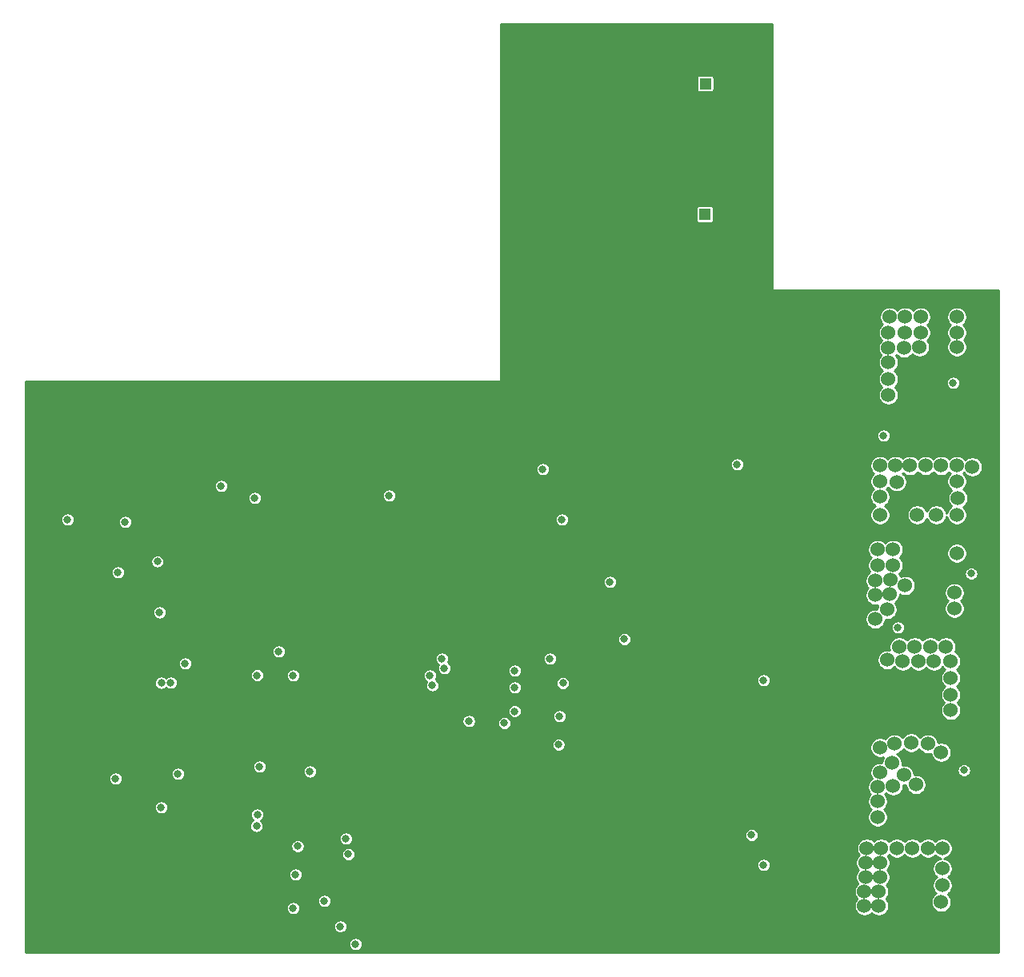
<source format=gbr>
G04 #@! TF.GenerationSoftware,KiCad,Pcbnew,5.1.4-e60b266~84~ubuntu19.04.1*
G04 #@! TF.CreationDate,2019-10-22T16:34:34-04:00*
G04 #@! TF.ProjectId,DSC_motor_controller,4453435f-6d6f-4746-9f72-5f636f6e7472,1*
G04 #@! TF.SameCoordinates,Original*
G04 #@! TF.FileFunction,Copper,L3,Inr*
G04 #@! TF.FilePolarity,Positive*
%FSLAX46Y46*%
G04 Gerber Fmt 4.6, Leading zero omitted, Abs format (unit mm)*
G04 Created by KiCad (PCBNEW 5.1.4-e60b266~84~ubuntu19.04.1) date 2019-10-22 16:34:34*
%MOMM*%
%LPD*%
G04 APERTURE LIST*
%ADD10R,1.200000X1.200000*%
%ADD11C,1.200000*%
%ADD12C,0.800000*%
%ADD13C,1.524000*%
%ADD14C,0.254000*%
G04 APERTURE END LIST*
D10*
X157050000Y-43800000D03*
D11*
X157050000Y-48800000D03*
D10*
X157000000Y-57650000D03*
D11*
X157000000Y-52650000D03*
D12*
X112931000Y-105470000D03*
X99160779Y-98806769D03*
X94135000Y-92262000D03*
X102009000Y-120964000D03*
X94643000Y-116407997D03*
X124869000Y-116392000D03*
X133251000Y-109788000D03*
X133505000Y-108772000D03*
X135283000Y-109788000D03*
X161445000Y-116392000D03*
X113693000Y-87944000D03*
X157381000Y-96326000D03*
X159413000Y-101914000D03*
X161953000Y-87595009D03*
X129441000Y-96580000D03*
X134477327Y-109661000D03*
X145443000Y-101977500D03*
X137823000Y-93241000D03*
X136266429Y-90244431D03*
X128933000Y-84896000D03*
X131473000Y-85404000D03*
X131727000Y-91246000D03*
X123599000Y-103946000D03*
X163149918Y-108010000D03*
X159413000Y-77276000D03*
X159413000Y-72958000D03*
X114709000Y-123758000D03*
X114963000Y-126806000D03*
X114455000Y-129600000D03*
X106835000Y-117154000D03*
X101755000Y-115630000D03*
X114709000Y-125282000D03*
X108841600Y-125753000D03*
X161631815Y-127787185D03*
X158651000Y-110296000D03*
X109042069Y-128547010D03*
X106839653Y-124261347D03*
X100231000Y-125536004D03*
X88293000Y-123758000D03*
X140363000Y-97596016D03*
X123345000Y-126806000D03*
X153670000Y-91186000D03*
X139855000Y-84642000D03*
X109375000Y-87690000D03*
X105819000Y-86420000D03*
X99469000Y-120456000D03*
X99282565Y-99799328D03*
X89563000Y-89976000D03*
X94643000Y-117408000D03*
X129187000Y-104708000D03*
X141887000Y-89976000D03*
X115212347Y-116650653D03*
X160429000Y-84134000D03*
X111915000Y-103946000D03*
X163223000Y-106994000D03*
X101247002Y-116900020D03*
X163223000Y-126551990D03*
X109556590Y-122424910D03*
X128171000Y-107527000D03*
X127917000Y-106486000D03*
X132026829Y-111312000D03*
D13*
X175542000Y-114106000D03*
X180622000Y-113725000D03*
X176939000Y-118170000D03*
X178844000Y-113598000D03*
X177066000Y-113725000D03*
X182019000Y-114614000D03*
X176812000Y-115757000D03*
X178082000Y-117027000D03*
X175288000Y-121472000D03*
X175288000Y-118297000D03*
X175288000Y-119821000D03*
X175542000Y-116773000D03*
X179352000Y-118043000D03*
D12*
X141633000Y-110804000D03*
D13*
X175288000Y-94802000D03*
X183416000Y-97723000D03*
X176685000Y-96326000D03*
X175034000Y-97977000D03*
X183416000Y-99374000D03*
X178209000Y-96961000D03*
X183670000Y-93532000D03*
X175288000Y-93151000D03*
X175034000Y-96453000D03*
X176939000Y-94802000D03*
X176558000Y-97850000D03*
X176939000Y-93151000D03*
D12*
X141972569Y-107285000D03*
D13*
X175034000Y-100517000D03*
X176304000Y-99501000D03*
X176431000Y-73339000D03*
X176558000Y-68513000D03*
X178209000Y-68513000D03*
X179860000Y-68513000D03*
X183670000Y-68513000D03*
X176431000Y-70164000D03*
X178209000Y-70164000D03*
X179860000Y-70164000D03*
X183670000Y-70164000D03*
X176431000Y-71815000D03*
X178082000Y-71815000D03*
X179733000Y-71688000D03*
X183670000Y-71688000D03*
X176431000Y-75117000D03*
X176431000Y-76768000D03*
D12*
X146967000Y-96580000D03*
X113439000Y-106486000D03*
X99472346Y-107260651D03*
X100485000Y-107248000D03*
X113439000Y-131124000D03*
X113693000Y-127568000D03*
X113908900Y-124553020D03*
X135791000Y-111527000D03*
X136882329Y-110275000D03*
X141525000Y-113800000D03*
X148491000Y-102634999D03*
X136882329Y-107756000D03*
X177447000Y-101406000D03*
X136882329Y-105978000D03*
X140617000Y-104708000D03*
X175923000Y-81086000D03*
X102009000Y-105216000D03*
X99072652Y-94405652D03*
X119027000Y-123758000D03*
X161953002Y-123377000D03*
X183289000Y-75498000D03*
X120043000Y-134934000D03*
X119281000Y-125409000D03*
X109630847Y-121216153D03*
X118422458Y-133068777D03*
X185194000Y-95691000D03*
X116741000Y-130362000D03*
X109883000Y-116138000D03*
X184431992Y-116519000D03*
X109629000Y-106460000D03*
X123599000Y-87436000D03*
X95659000Y-90230000D03*
X94897000Y-95564000D03*
D13*
X181511000Y-89468000D03*
X177325000Y-85975000D03*
X179479000Y-89468000D03*
X183670000Y-89468000D03*
X175542000Y-87563000D03*
X185321000Y-84388000D03*
X183797000Y-87690000D03*
X177193000Y-84261000D03*
X182019000Y-84261000D03*
X183670000Y-84261000D03*
X180368000Y-84261000D03*
X178717000Y-84261000D03*
X183670000Y-85912000D03*
X175542000Y-85912000D03*
X175542000Y-89468000D03*
X175542000Y-84261000D03*
X183035000Y-106740000D03*
X177574000Y-103438000D03*
X179225000Y-103438000D03*
X180876000Y-103438000D03*
X182527000Y-103438000D03*
X176304000Y-104835000D03*
X177955000Y-104962000D03*
X179606000Y-104962000D03*
X181257000Y-104962000D03*
X183035000Y-104962000D03*
X183035000Y-108518000D03*
X183035000Y-110169000D03*
X177320000Y-124774000D03*
X173891000Y-130870000D03*
X175542000Y-127822000D03*
X175669000Y-124774000D03*
X182146000Y-128711000D03*
X174018000Y-127822000D03*
X182146000Y-124774000D03*
X180622000Y-124774000D03*
X175415000Y-129346000D03*
X173891000Y-129346000D03*
X174018000Y-126298000D03*
X175542000Y-126298000D03*
X182019000Y-130489000D03*
X182146000Y-126933000D03*
X175415000Y-130870000D03*
X178971000Y-124774000D03*
X174145000Y-124774000D03*
D12*
X129441000Y-105724000D03*
D14*
G36*
X164112000Y-65592000D02*
G01*
X164114440Y-65616776D01*
X164121667Y-65640601D01*
X164133403Y-65662557D01*
X164149197Y-65681803D01*
X164168443Y-65697597D01*
X164190399Y-65709333D01*
X164214224Y-65716560D01*
X164239000Y-65719000D01*
X188115000Y-65719000D01*
X188115000Y-135823000D01*
X85118000Y-135823000D01*
X85118000Y-134862397D01*
X119316000Y-134862397D01*
X119316000Y-135005603D01*
X119343938Y-135146058D01*
X119398741Y-135278364D01*
X119478302Y-135397436D01*
X119579564Y-135498698D01*
X119698636Y-135578259D01*
X119830942Y-135633062D01*
X119971397Y-135661000D01*
X120114603Y-135661000D01*
X120255058Y-135633062D01*
X120387364Y-135578259D01*
X120506436Y-135498698D01*
X120607698Y-135397436D01*
X120687259Y-135278364D01*
X120742062Y-135146058D01*
X120770000Y-135005603D01*
X120770000Y-134862397D01*
X120742062Y-134721942D01*
X120687259Y-134589636D01*
X120607698Y-134470564D01*
X120506436Y-134369302D01*
X120387364Y-134289741D01*
X120255058Y-134234938D01*
X120114603Y-134207000D01*
X119971397Y-134207000D01*
X119830942Y-134234938D01*
X119698636Y-134289741D01*
X119579564Y-134369302D01*
X119478302Y-134470564D01*
X119398741Y-134589636D01*
X119343938Y-134721942D01*
X119316000Y-134862397D01*
X85118000Y-134862397D01*
X85118000Y-132997174D01*
X117695458Y-132997174D01*
X117695458Y-133140380D01*
X117723396Y-133280835D01*
X117778199Y-133413141D01*
X117857760Y-133532213D01*
X117959022Y-133633475D01*
X118078094Y-133713036D01*
X118210400Y-133767839D01*
X118350855Y-133795777D01*
X118494061Y-133795777D01*
X118634516Y-133767839D01*
X118766822Y-133713036D01*
X118885894Y-133633475D01*
X118987156Y-133532213D01*
X119066717Y-133413141D01*
X119121520Y-133280835D01*
X119149458Y-133140380D01*
X119149458Y-132997174D01*
X119121520Y-132856719D01*
X119066717Y-132724413D01*
X118987156Y-132605341D01*
X118885894Y-132504079D01*
X118766822Y-132424518D01*
X118634516Y-132369715D01*
X118494061Y-132341777D01*
X118350855Y-132341777D01*
X118210400Y-132369715D01*
X118078094Y-132424518D01*
X117959022Y-132504079D01*
X117857760Y-132605341D01*
X117778199Y-132724413D01*
X117723396Y-132856719D01*
X117695458Y-132997174D01*
X85118000Y-132997174D01*
X85118000Y-131052397D01*
X112712000Y-131052397D01*
X112712000Y-131195603D01*
X112739938Y-131336058D01*
X112794741Y-131468364D01*
X112874302Y-131587436D01*
X112975564Y-131688698D01*
X113094636Y-131768259D01*
X113226942Y-131823062D01*
X113367397Y-131851000D01*
X113510603Y-131851000D01*
X113651058Y-131823062D01*
X113783364Y-131768259D01*
X113902436Y-131688698D01*
X114003698Y-131587436D01*
X114083259Y-131468364D01*
X114138062Y-131336058D01*
X114166000Y-131195603D01*
X114166000Y-131052397D01*
X114138062Y-130911942D01*
X114083259Y-130779636D01*
X114003698Y-130660564D01*
X113902436Y-130559302D01*
X113783364Y-130479741D01*
X113651058Y-130424938D01*
X113510603Y-130397000D01*
X113367397Y-130397000D01*
X113226942Y-130424938D01*
X113094636Y-130479741D01*
X112975564Y-130559302D01*
X112874302Y-130660564D01*
X112794741Y-130779636D01*
X112739938Y-130911942D01*
X112712000Y-131052397D01*
X85118000Y-131052397D01*
X85118000Y-130290397D01*
X116014000Y-130290397D01*
X116014000Y-130433603D01*
X116041938Y-130574058D01*
X116096741Y-130706364D01*
X116176302Y-130825436D01*
X116277564Y-130926698D01*
X116396636Y-131006259D01*
X116528942Y-131061062D01*
X116669397Y-131089000D01*
X116812603Y-131089000D01*
X116953058Y-131061062D01*
X117085364Y-131006259D01*
X117204436Y-130926698D01*
X117305698Y-130825436D01*
X117385259Y-130706364D01*
X117440062Y-130574058D01*
X117468000Y-130433603D01*
X117468000Y-130290397D01*
X117440062Y-130149942D01*
X117385259Y-130017636D01*
X117305698Y-129898564D01*
X117204436Y-129797302D01*
X117085364Y-129717741D01*
X116953058Y-129662938D01*
X116812603Y-129635000D01*
X116669397Y-129635000D01*
X116528942Y-129662938D01*
X116396636Y-129717741D01*
X116277564Y-129797302D01*
X116176302Y-129898564D01*
X116096741Y-130017636D01*
X116041938Y-130149942D01*
X116014000Y-130290397D01*
X85118000Y-130290397D01*
X85118000Y-129238743D01*
X172802000Y-129238743D01*
X172802000Y-129453257D01*
X172843850Y-129663650D01*
X172925941Y-129861835D01*
X173045119Y-130040197D01*
X173112922Y-130108000D01*
X173045119Y-130175803D01*
X172925941Y-130354165D01*
X172843850Y-130552350D01*
X172802000Y-130762743D01*
X172802000Y-130977257D01*
X172843850Y-131187650D01*
X172925941Y-131385835D01*
X173045119Y-131564197D01*
X173196803Y-131715881D01*
X173375165Y-131835059D01*
X173573350Y-131917150D01*
X173783743Y-131959000D01*
X173998257Y-131959000D01*
X174208650Y-131917150D01*
X174406835Y-131835059D01*
X174585197Y-131715881D01*
X174653000Y-131648078D01*
X174720803Y-131715881D01*
X174899165Y-131835059D01*
X175097350Y-131917150D01*
X175307743Y-131959000D01*
X175522257Y-131959000D01*
X175732650Y-131917150D01*
X175930835Y-131835059D01*
X176109197Y-131715881D01*
X176260881Y-131564197D01*
X176380059Y-131385835D01*
X176462150Y-131187650D01*
X176504000Y-130977257D01*
X176504000Y-130762743D01*
X176462150Y-130552350D01*
X176380059Y-130354165D01*
X176260881Y-130175803D01*
X176193078Y-130108000D01*
X176260881Y-130040197D01*
X176380059Y-129861835D01*
X176462150Y-129663650D01*
X176504000Y-129453257D01*
X176504000Y-129238743D01*
X176462150Y-129028350D01*
X176380059Y-128830165D01*
X176260881Y-128651803D01*
X176256578Y-128647500D01*
X176387881Y-128516197D01*
X176507059Y-128337835D01*
X176589150Y-128139650D01*
X176631000Y-127929257D01*
X176631000Y-127714743D01*
X176589150Y-127504350D01*
X176507059Y-127306165D01*
X176387881Y-127127803D01*
X176320078Y-127060000D01*
X176387881Y-126992197D01*
X176507059Y-126813835D01*
X176589150Y-126615650D01*
X176631000Y-126405257D01*
X176631000Y-126190743D01*
X176589150Y-125980350D01*
X176507059Y-125782165D01*
X176387881Y-125603803D01*
X176383578Y-125599500D01*
X176494500Y-125488578D01*
X176625803Y-125619881D01*
X176804165Y-125739059D01*
X177002350Y-125821150D01*
X177212743Y-125863000D01*
X177427257Y-125863000D01*
X177637650Y-125821150D01*
X177835835Y-125739059D01*
X178014197Y-125619881D01*
X178145500Y-125488578D01*
X178276803Y-125619881D01*
X178455165Y-125739059D01*
X178653350Y-125821150D01*
X178863743Y-125863000D01*
X179078257Y-125863000D01*
X179288650Y-125821150D01*
X179486835Y-125739059D01*
X179665197Y-125619881D01*
X179796500Y-125488578D01*
X179927803Y-125619881D01*
X180106165Y-125739059D01*
X180304350Y-125821150D01*
X180514743Y-125863000D01*
X180729257Y-125863000D01*
X180939650Y-125821150D01*
X181137835Y-125739059D01*
X181316197Y-125619881D01*
X181384000Y-125552078D01*
X181451803Y-125619881D01*
X181630165Y-125739059D01*
X181828350Y-125821150D01*
X181990984Y-125853500D01*
X181828350Y-125885850D01*
X181630165Y-125967941D01*
X181451803Y-126087119D01*
X181300119Y-126238803D01*
X181180941Y-126417165D01*
X181098850Y-126615350D01*
X181057000Y-126825743D01*
X181057000Y-127040257D01*
X181098850Y-127250650D01*
X181180941Y-127448835D01*
X181300119Y-127627197D01*
X181451803Y-127778881D01*
X181516335Y-127822000D01*
X181451803Y-127865119D01*
X181300119Y-128016803D01*
X181180941Y-128195165D01*
X181098850Y-128393350D01*
X181057000Y-128603743D01*
X181057000Y-128818257D01*
X181098850Y-129028650D01*
X181180941Y-129226835D01*
X181300119Y-129405197D01*
X181451803Y-129556881D01*
X181452835Y-129557571D01*
X181324803Y-129643119D01*
X181173119Y-129794803D01*
X181053941Y-129973165D01*
X180971850Y-130171350D01*
X180930000Y-130381743D01*
X180930000Y-130596257D01*
X180971850Y-130806650D01*
X181053941Y-131004835D01*
X181173119Y-131183197D01*
X181324803Y-131334881D01*
X181503165Y-131454059D01*
X181701350Y-131536150D01*
X181911743Y-131578000D01*
X182126257Y-131578000D01*
X182336650Y-131536150D01*
X182534835Y-131454059D01*
X182713197Y-131334881D01*
X182864881Y-131183197D01*
X182984059Y-131004835D01*
X183066150Y-130806650D01*
X183108000Y-130596257D01*
X183108000Y-130381743D01*
X183066150Y-130171350D01*
X182984059Y-129973165D01*
X182864881Y-129794803D01*
X182713197Y-129643119D01*
X182712165Y-129642429D01*
X182840197Y-129556881D01*
X182991881Y-129405197D01*
X183111059Y-129226835D01*
X183193150Y-129028650D01*
X183235000Y-128818257D01*
X183235000Y-128603743D01*
X183193150Y-128393350D01*
X183111059Y-128195165D01*
X182991881Y-128016803D01*
X182840197Y-127865119D01*
X182775665Y-127822000D01*
X182840197Y-127778881D01*
X182991881Y-127627197D01*
X183111059Y-127448835D01*
X183193150Y-127250650D01*
X183235000Y-127040257D01*
X183235000Y-126825743D01*
X183193150Y-126615350D01*
X183111059Y-126417165D01*
X182991881Y-126238803D01*
X182840197Y-126087119D01*
X182661835Y-125967941D01*
X182463650Y-125885850D01*
X182301016Y-125853500D01*
X182463650Y-125821150D01*
X182661835Y-125739059D01*
X182840197Y-125619881D01*
X182991881Y-125468197D01*
X183111059Y-125289835D01*
X183193150Y-125091650D01*
X183235000Y-124881257D01*
X183235000Y-124666743D01*
X183193150Y-124456350D01*
X183111059Y-124258165D01*
X182991881Y-124079803D01*
X182840197Y-123928119D01*
X182661835Y-123808941D01*
X182463650Y-123726850D01*
X182253257Y-123685000D01*
X182038743Y-123685000D01*
X181828350Y-123726850D01*
X181630165Y-123808941D01*
X181451803Y-123928119D01*
X181384000Y-123995922D01*
X181316197Y-123928119D01*
X181137835Y-123808941D01*
X180939650Y-123726850D01*
X180729257Y-123685000D01*
X180514743Y-123685000D01*
X180304350Y-123726850D01*
X180106165Y-123808941D01*
X179927803Y-123928119D01*
X179796500Y-124059422D01*
X179665197Y-123928119D01*
X179486835Y-123808941D01*
X179288650Y-123726850D01*
X179078257Y-123685000D01*
X178863743Y-123685000D01*
X178653350Y-123726850D01*
X178455165Y-123808941D01*
X178276803Y-123928119D01*
X178145500Y-124059422D01*
X178014197Y-123928119D01*
X177835835Y-123808941D01*
X177637650Y-123726850D01*
X177427257Y-123685000D01*
X177212743Y-123685000D01*
X177002350Y-123726850D01*
X176804165Y-123808941D01*
X176625803Y-123928119D01*
X176494500Y-124059422D01*
X176363197Y-123928119D01*
X176184835Y-123808941D01*
X175986650Y-123726850D01*
X175776257Y-123685000D01*
X175561743Y-123685000D01*
X175351350Y-123726850D01*
X175153165Y-123808941D01*
X174974803Y-123928119D01*
X174907000Y-123995922D01*
X174839197Y-123928119D01*
X174660835Y-123808941D01*
X174462650Y-123726850D01*
X174252257Y-123685000D01*
X174037743Y-123685000D01*
X173827350Y-123726850D01*
X173629165Y-123808941D01*
X173450803Y-123928119D01*
X173299119Y-124079803D01*
X173179941Y-124258165D01*
X173097850Y-124456350D01*
X173056000Y-124666743D01*
X173056000Y-124881257D01*
X173097850Y-125091650D01*
X173179941Y-125289835D01*
X173299119Y-125468197D01*
X173303422Y-125472500D01*
X173172119Y-125603803D01*
X173052941Y-125782165D01*
X172970850Y-125980350D01*
X172929000Y-126190743D01*
X172929000Y-126405257D01*
X172970850Y-126615650D01*
X173052941Y-126813835D01*
X173172119Y-126992197D01*
X173239922Y-127060000D01*
X173172119Y-127127803D01*
X173052941Y-127306165D01*
X172970850Y-127504350D01*
X172929000Y-127714743D01*
X172929000Y-127929257D01*
X172970850Y-128139650D01*
X173052941Y-128337835D01*
X173172119Y-128516197D01*
X173176422Y-128520500D01*
X173045119Y-128651803D01*
X172925941Y-128830165D01*
X172843850Y-129028350D01*
X172802000Y-129238743D01*
X85118000Y-129238743D01*
X85118000Y-127496397D01*
X112966000Y-127496397D01*
X112966000Y-127639603D01*
X112993938Y-127780058D01*
X113048741Y-127912364D01*
X113128302Y-128031436D01*
X113229564Y-128132698D01*
X113348636Y-128212259D01*
X113480942Y-128267062D01*
X113621397Y-128295000D01*
X113764603Y-128295000D01*
X113905058Y-128267062D01*
X114037364Y-128212259D01*
X114156436Y-128132698D01*
X114257698Y-128031436D01*
X114337259Y-127912364D01*
X114392062Y-127780058D01*
X114420000Y-127639603D01*
X114420000Y-127496397D01*
X114392062Y-127355942D01*
X114337259Y-127223636D01*
X114257698Y-127104564D01*
X114156436Y-127003302D01*
X114037364Y-126923741D01*
X113905058Y-126868938D01*
X113764603Y-126841000D01*
X113621397Y-126841000D01*
X113480942Y-126868938D01*
X113348636Y-126923741D01*
X113229564Y-127003302D01*
X113128302Y-127104564D01*
X113048741Y-127223636D01*
X112993938Y-127355942D01*
X112966000Y-127496397D01*
X85118000Y-127496397D01*
X85118000Y-126480387D01*
X162496000Y-126480387D01*
X162496000Y-126623593D01*
X162523938Y-126764048D01*
X162578741Y-126896354D01*
X162658302Y-127015426D01*
X162759564Y-127116688D01*
X162878636Y-127196249D01*
X163010942Y-127251052D01*
X163151397Y-127278990D01*
X163294603Y-127278990D01*
X163435058Y-127251052D01*
X163567364Y-127196249D01*
X163686436Y-127116688D01*
X163787698Y-127015426D01*
X163867259Y-126896354D01*
X163922062Y-126764048D01*
X163950000Y-126623593D01*
X163950000Y-126480387D01*
X163922062Y-126339932D01*
X163867259Y-126207626D01*
X163787698Y-126088554D01*
X163686436Y-125987292D01*
X163567364Y-125907731D01*
X163435058Y-125852928D01*
X163294603Y-125824990D01*
X163151397Y-125824990D01*
X163010942Y-125852928D01*
X162878636Y-125907731D01*
X162759564Y-125987292D01*
X162658302Y-126088554D01*
X162578741Y-126207626D01*
X162523938Y-126339932D01*
X162496000Y-126480387D01*
X85118000Y-126480387D01*
X85118000Y-125337397D01*
X118554000Y-125337397D01*
X118554000Y-125480603D01*
X118581938Y-125621058D01*
X118636741Y-125753364D01*
X118716302Y-125872436D01*
X118817564Y-125973698D01*
X118936636Y-126053259D01*
X119068942Y-126108062D01*
X119209397Y-126136000D01*
X119352603Y-126136000D01*
X119493058Y-126108062D01*
X119625364Y-126053259D01*
X119744436Y-125973698D01*
X119845698Y-125872436D01*
X119925259Y-125753364D01*
X119980062Y-125621058D01*
X120008000Y-125480603D01*
X120008000Y-125337397D01*
X119980062Y-125196942D01*
X119925259Y-125064636D01*
X119845698Y-124945564D01*
X119744436Y-124844302D01*
X119625364Y-124764741D01*
X119493058Y-124709938D01*
X119352603Y-124682000D01*
X119209397Y-124682000D01*
X119068942Y-124709938D01*
X118936636Y-124764741D01*
X118817564Y-124844302D01*
X118716302Y-124945564D01*
X118636741Y-125064636D01*
X118581938Y-125196942D01*
X118554000Y-125337397D01*
X85118000Y-125337397D01*
X85118000Y-124481417D01*
X113181900Y-124481417D01*
X113181900Y-124624623D01*
X113209838Y-124765078D01*
X113264641Y-124897384D01*
X113344202Y-125016456D01*
X113445464Y-125117718D01*
X113564536Y-125197279D01*
X113696842Y-125252082D01*
X113837297Y-125280020D01*
X113980503Y-125280020D01*
X114120958Y-125252082D01*
X114253264Y-125197279D01*
X114372336Y-125117718D01*
X114473598Y-125016456D01*
X114553159Y-124897384D01*
X114607962Y-124765078D01*
X114635900Y-124624623D01*
X114635900Y-124481417D01*
X114607962Y-124340962D01*
X114553159Y-124208656D01*
X114473598Y-124089584D01*
X114372336Y-123988322D01*
X114253264Y-123908761D01*
X114120958Y-123853958D01*
X113980503Y-123826020D01*
X113837297Y-123826020D01*
X113696842Y-123853958D01*
X113564536Y-123908761D01*
X113445464Y-123988322D01*
X113344202Y-124089584D01*
X113264641Y-124208656D01*
X113209838Y-124340962D01*
X113181900Y-124481417D01*
X85118000Y-124481417D01*
X85118000Y-123686397D01*
X118300000Y-123686397D01*
X118300000Y-123829603D01*
X118327938Y-123970058D01*
X118382741Y-124102364D01*
X118462302Y-124221436D01*
X118563564Y-124322698D01*
X118682636Y-124402259D01*
X118814942Y-124457062D01*
X118955397Y-124485000D01*
X119098603Y-124485000D01*
X119239058Y-124457062D01*
X119371364Y-124402259D01*
X119490436Y-124322698D01*
X119591698Y-124221436D01*
X119671259Y-124102364D01*
X119726062Y-123970058D01*
X119754000Y-123829603D01*
X119754000Y-123686397D01*
X119726062Y-123545942D01*
X119671259Y-123413636D01*
X119598937Y-123305397D01*
X161226002Y-123305397D01*
X161226002Y-123448603D01*
X161253940Y-123589058D01*
X161308743Y-123721364D01*
X161388304Y-123840436D01*
X161489566Y-123941698D01*
X161608638Y-124021259D01*
X161740944Y-124076062D01*
X161881399Y-124104000D01*
X162024605Y-124104000D01*
X162165060Y-124076062D01*
X162297366Y-124021259D01*
X162416438Y-123941698D01*
X162517700Y-123840436D01*
X162597261Y-123721364D01*
X162652064Y-123589058D01*
X162680002Y-123448603D01*
X162680002Y-123305397D01*
X162652064Y-123164942D01*
X162597261Y-123032636D01*
X162517700Y-122913564D01*
X162416438Y-122812302D01*
X162297366Y-122732741D01*
X162165060Y-122677938D01*
X162024605Y-122650000D01*
X161881399Y-122650000D01*
X161740944Y-122677938D01*
X161608638Y-122732741D01*
X161489566Y-122812302D01*
X161388304Y-122913564D01*
X161308743Y-123032636D01*
X161253940Y-123164942D01*
X161226002Y-123305397D01*
X119598937Y-123305397D01*
X119591698Y-123294564D01*
X119490436Y-123193302D01*
X119371364Y-123113741D01*
X119239058Y-123058938D01*
X119098603Y-123031000D01*
X118955397Y-123031000D01*
X118814942Y-123058938D01*
X118682636Y-123113741D01*
X118563564Y-123193302D01*
X118462302Y-123294564D01*
X118382741Y-123413636D01*
X118327938Y-123545942D01*
X118300000Y-123686397D01*
X85118000Y-123686397D01*
X85118000Y-122353307D01*
X108829590Y-122353307D01*
X108829590Y-122496513D01*
X108857528Y-122636968D01*
X108912331Y-122769274D01*
X108991892Y-122888346D01*
X109093154Y-122989608D01*
X109212226Y-123069169D01*
X109344532Y-123123972D01*
X109484987Y-123151910D01*
X109628193Y-123151910D01*
X109768648Y-123123972D01*
X109900954Y-123069169D01*
X110020026Y-122989608D01*
X110121288Y-122888346D01*
X110200849Y-122769274D01*
X110255652Y-122636968D01*
X110283590Y-122496513D01*
X110283590Y-122353307D01*
X110255652Y-122212852D01*
X110200849Y-122080546D01*
X110121288Y-121961474D01*
X110020026Y-121860212D01*
X109997768Y-121845340D01*
X110094283Y-121780851D01*
X110195545Y-121679589D01*
X110275106Y-121560517D01*
X110329909Y-121428211D01*
X110357847Y-121287756D01*
X110357847Y-121144550D01*
X110329909Y-121004095D01*
X110275106Y-120871789D01*
X110195545Y-120752717D01*
X110094283Y-120651455D01*
X109975211Y-120571894D01*
X109842905Y-120517091D01*
X109702450Y-120489153D01*
X109559244Y-120489153D01*
X109418789Y-120517091D01*
X109286483Y-120571894D01*
X109167411Y-120651455D01*
X109066149Y-120752717D01*
X108986588Y-120871789D01*
X108931785Y-121004095D01*
X108903847Y-121144550D01*
X108903847Y-121287756D01*
X108931785Y-121428211D01*
X108986588Y-121560517D01*
X109066149Y-121679589D01*
X109167411Y-121780851D01*
X109189669Y-121795723D01*
X109093154Y-121860212D01*
X108991892Y-121961474D01*
X108912331Y-122080546D01*
X108857528Y-122212852D01*
X108829590Y-122353307D01*
X85118000Y-122353307D01*
X85118000Y-120384397D01*
X98742000Y-120384397D01*
X98742000Y-120527603D01*
X98769938Y-120668058D01*
X98824741Y-120800364D01*
X98904302Y-120919436D01*
X99005564Y-121020698D01*
X99124636Y-121100259D01*
X99256942Y-121155062D01*
X99397397Y-121183000D01*
X99540603Y-121183000D01*
X99681058Y-121155062D01*
X99813364Y-121100259D01*
X99932436Y-121020698D01*
X100033698Y-120919436D01*
X100113259Y-120800364D01*
X100168062Y-120668058D01*
X100196000Y-120527603D01*
X100196000Y-120384397D01*
X100168062Y-120243942D01*
X100113259Y-120111636D01*
X100033698Y-119992564D01*
X99932436Y-119891302D01*
X99813364Y-119811741D01*
X99681058Y-119756938D01*
X99540603Y-119729000D01*
X99397397Y-119729000D01*
X99256942Y-119756938D01*
X99124636Y-119811741D01*
X99005564Y-119891302D01*
X98904302Y-119992564D01*
X98824741Y-120111636D01*
X98769938Y-120243942D01*
X98742000Y-120384397D01*
X85118000Y-120384397D01*
X85118000Y-118189743D01*
X174199000Y-118189743D01*
X174199000Y-118404257D01*
X174240850Y-118614650D01*
X174322941Y-118812835D01*
X174442119Y-118991197D01*
X174509922Y-119059000D01*
X174442119Y-119126803D01*
X174322941Y-119305165D01*
X174240850Y-119503350D01*
X174199000Y-119713743D01*
X174199000Y-119928257D01*
X174240850Y-120138650D01*
X174322941Y-120336835D01*
X174442119Y-120515197D01*
X174573422Y-120646500D01*
X174442119Y-120777803D01*
X174322941Y-120956165D01*
X174240850Y-121154350D01*
X174199000Y-121364743D01*
X174199000Y-121579257D01*
X174240850Y-121789650D01*
X174322941Y-121987835D01*
X174442119Y-122166197D01*
X174593803Y-122317881D01*
X174772165Y-122437059D01*
X174970350Y-122519150D01*
X175180743Y-122561000D01*
X175395257Y-122561000D01*
X175605650Y-122519150D01*
X175803835Y-122437059D01*
X175982197Y-122317881D01*
X176133881Y-122166197D01*
X176253059Y-121987835D01*
X176335150Y-121789650D01*
X176377000Y-121579257D01*
X176377000Y-121364743D01*
X176335150Y-121154350D01*
X176253059Y-120956165D01*
X176133881Y-120777803D01*
X176002578Y-120646500D01*
X176133881Y-120515197D01*
X176253059Y-120336835D01*
X176335150Y-120138650D01*
X176377000Y-119928257D01*
X176377000Y-119713743D01*
X176335150Y-119503350D01*
X176253059Y-119305165D01*
X176133881Y-119126803D01*
X176066078Y-119059000D01*
X176133881Y-118991197D01*
X176168423Y-118939501D01*
X176244803Y-119015881D01*
X176423165Y-119135059D01*
X176621350Y-119217150D01*
X176831743Y-119259000D01*
X177046257Y-119259000D01*
X177256650Y-119217150D01*
X177454835Y-119135059D01*
X177633197Y-119015881D01*
X177784881Y-118864197D01*
X177904059Y-118685835D01*
X177986150Y-118487650D01*
X178028000Y-118277257D01*
X178028000Y-118116000D01*
X178189257Y-118116000D01*
X178263000Y-118101332D01*
X178263000Y-118150257D01*
X178304850Y-118360650D01*
X178386941Y-118558835D01*
X178506119Y-118737197D01*
X178657803Y-118888881D01*
X178836165Y-119008059D01*
X179034350Y-119090150D01*
X179244743Y-119132000D01*
X179459257Y-119132000D01*
X179669650Y-119090150D01*
X179867835Y-119008059D01*
X180046197Y-118888881D01*
X180197881Y-118737197D01*
X180317059Y-118558835D01*
X180399150Y-118360650D01*
X180441000Y-118150257D01*
X180441000Y-117935743D01*
X180399150Y-117725350D01*
X180317059Y-117527165D01*
X180197881Y-117348803D01*
X180046197Y-117197119D01*
X179867835Y-117077941D01*
X179669650Y-116995850D01*
X179459257Y-116954000D01*
X179244743Y-116954000D01*
X179171000Y-116968668D01*
X179171000Y-116919743D01*
X179129150Y-116709350D01*
X179047059Y-116511165D01*
X179004451Y-116447397D01*
X183704992Y-116447397D01*
X183704992Y-116590603D01*
X183732930Y-116731058D01*
X183787733Y-116863364D01*
X183867294Y-116982436D01*
X183968556Y-117083698D01*
X184087628Y-117163259D01*
X184219934Y-117218062D01*
X184360389Y-117246000D01*
X184503595Y-117246000D01*
X184644050Y-117218062D01*
X184776356Y-117163259D01*
X184895428Y-117083698D01*
X184996690Y-116982436D01*
X185076251Y-116863364D01*
X185131054Y-116731058D01*
X185158992Y-116590603D01*
X185158992Y-116447397D01*
X185131054Y-116306942D01*
X185076251Y-116174636D01*
X184996690Y-116055564D01*
X184895428Y-115954302D01*
X184776356Y-115874741D01*
X184644050Y-115819938D01*
X184503595Y-115792000D01*
X184360389Y-115792000D01*
X184219934Y-115819938D01*
X184087628Y-115874741D01*
X183968556Y-115954302D01*
X183867294Y-116055564D01*
X183787733Y-116174636D01*
X183732930Y-116306942D01*
X183704992Y-116447397D01*
X179004451Y-116447397D01*
X178927881Y-116332803D01*
X178776197Y-116181119D01*
X178597835Y-116061941D01*
X178399650Y-115979850D01*
X178189257Y-115938000D01*
X177974743Y-115938000D01*
X177882689Y-115956311D01*
X177901000Y-115864257D01*
X177901000Y-115649743D01*
X177859150Y-115439350D01*
X177777059Y-115241165D01*
X177657881Y-115062803D01*
X177506197Y-114911119D01*
X177327835Y-114791941D01*
X177313664Y-114786071D01*
X177383650Y-114772150D01*
X177581835Y-114690059D01*
X177760197Y-114570881D01*
X177911881Y-114419197D01*
X177997429Y-114291165D01*
X177998119Y-114292197D01*
X178149803Y-114443881D01*
X178328165Y-114563059D01*
X178526350Y-114645150D01*
X178736743Y-114687000D01*
X178951257Y-114687000D01*
X179161650Y-114645150D01*
X179359835Y-114563059D01*
X179538197Y-114443881D01*
X179689881Y-114292197D01*
X179690571Y-114291165D01*
X179776119Y-114419197D01*
X179927803Y-114570881D01*
X180106165Y-114690059D01*
X180304350Y-114772150D01*
X180514743Y-114814000D01*
X180729257Y-114814000D01*
X180939650Y-114772150D01*
X180940087Y-114771969D01*
X180971850Y-114931650D01*
X181053941Y-115129835D01*
X181173119Y-115308197D01*
X181324803Y-115459881D01*
X181503165Y-115579059D01*
X181701350Y-115661150D01*
X181911743Y-115703000D01*
X182126257Y-115703000D01*
X182336650Y-115661150D01*
X182534835Y-115579059D01*
X182713197Y-115459881D01*
X182864881Y-115308197D01*
X182984059Y-115129835D01*
X183066150Y-114931650D01*
X183108000Y-114721257D01*
X183108000Y-114506743D01*
X183066150Y-114296350D01*
X182984059Y-114098165D01*
X182864881Y-113919803D01*
X182713197Y-113768119D01*
X182534835Y-113648941D01*
X182336650Y-113566850D01*
X182126257Y-113525000D01*
X181911743Y-113525000D01*
X181701350Y-113566850D01*
X181700913Y-113567031D01*
X181669150Y-113407350D01*
X181587059Y-113209165D01*
X181467881Y-113030803D01*
X181316197Y-112879119D01*
X181137835Y-112759941D01*
X180939650Y-112677850D01*
X180729257Y-112636000D01*
X180514743Y-112636000D01*
X180304350Y-112677850D01*
X180106165Y-112759941D01*
X179927803Y-112879119D01*
X179776119Y-113030803D01*
X179775429Y-113031835D01*
X179689881Y-112903803D01*
X179538197Y-112752119D01*
X179359835Y-112632941D01*
X179161650Y-112550850D01*
X178951257Y-112509000D01*
X178736743Y-112509000D01*
X178526350Y-112550850D01*
X178328165Y-112632941D01*
X178149803Y-112752119D01*
X177998119Y-112903803D01*
X177912571Y-113031835D01*
X177911881Y-113030803D01*
X177760197Y-112879119D01*
X177581835Y-112759941D01*
X177383650Y-112677850D01*
X177173257Y-112636000D01*
X176958743Y-112636000D01*
X176748350Y-112677850D01*
X176550165Y-112759941D01*
X176371803Y-112879119D01*
X176220119Y-113030803D01*
X176119151Y-113181911D01*
X176057835Y-113140941D01*
X175859650Y-113058850D01*
X175649257Y-113017000D01*
X175434743Y-113017000D01*
X175224350Y-113058850D01*
X175026165Y-113140941D01*
X174847803Y-113260119D01*
X174696119Y-113411803D01*
X174576941Y-113590165D01*
X174494850Y-113788350D01*
X174453000Y-113998743D01*
X174453000Y-114213257D01*
X174494850Y-114423650D01*
X174576941Y-114621835D01*
X174696119Y-114800197D01*
X174847803Y-114951881D01*
X175026165Y-115071059D01*
X175224350Y-115153150D01*
X175434743Y-115195000D01*
X175649257Y-115195000D01*
X175859650Y-115153150D01*
X175923393Y-115126747D01*
X175846941Y-115241165D01*
X175764850Y-115439350D01*
X175723000Y-115649743D01*
X175723000Y-115698668D01*
X175649257Y-115684000D01*
X175434743Y-115684000D01*
X175224350Y-115725850D01*
X175026165Y-115807941D01*
X174847803Y-115927119D01*
X174696119Y-116078803D01*
X174576941Y-116257165D01*
X174494850Y-116455350D01*
X174453000Y-116665743D01*
X174453000Y-116880257D01*
X174494850Y-117090650D01*
X174576941Y-117288835D01*
X174657111Y-117408818D01*
X174593803Y-117451119D01*
X174442119Y-117602803D01*
X174322941Y-117781165D01*
X174240850Y-117979350D01*
X174199000Y-118189743D01*
X85118000Y-118189743D01*
X85118000Y-117336397D01*
X93916000Y-117336397D01*
X93916000Y-117479603D01*
X93943938Y-117620058D01*
X93998741Y-117752364D01*
X94078302Y-117871436D01*
X94179564Y-117972698D01*
X94298636Y-118052259D01*
X94430942Y-118107062D01*
X94571397Y-118135000D01*
X94714603Y-118135000D01*
X94855058Y-118107062D01*
X94987364Y-118052259D01*
X95106436Y-117972698D01*
X95207698Y-117871436D01*
X95287259Y-117752364D01*
X95342062Y-117620058D01*
X95370000Y-117479603D01*
X95370000Y-117336397D01*
X95342062Y-117195942D01*
X95287259Y-117063636D01*
X95207698Y-116944564D01*
X95106436Y-116843302D01*
X95084159Y-116828417D01*
X100520002Y-116828417D01*
X100520002Y-116971623D01*
X100547940Y-117112078D01*
X100602743Y-117244384D01*
X100682304Y-117363456D01*
X100783566Y-117464718D01*
X100902638Y-117544279D01*
X101034944Y-117599082D01*
X101175399Y-117627020D01*
X101318605Y-117627020D01*
X101459060Y-117599082D01*
X101591366Y-117544279D01*
X101710438Y-117464718D01*
X101811700Y-117363456D01*
X101891261Y-117244384D01*
X101946064Y-117112078D01*
X101974002Y-116971623D01*
X101974002Y-116828417D01*
X101946064Y-116687962D01*
X101891261Y-116555656D01*
X101811700Y-116436584D01*
X101710438Y-116335322D01*
X101591366Y-116255761D01*
X101459060Y-116200958D01*
X101318605Y-116173020D01*
X101175399Y-116173020D01*
X101034944Y-116200958D01*
X100902638Y-116255761D01*
X100783566Y-116335322D01*
X100682304Y-116436584D01*
X100602743Y-116555656D01*
X100547940Y-116687962D01*
X100520002Y-116828417D01*
X95084159Y-116828417D01*
X94987364Y-116763741D01*
X94855058Y-116708938D01*
X94714603Y-116681000D01*
X94571397Y-116681000D01*
X94430942Y-116708938D01*
X94298636Y-116763741D01*
X94179564Y-116843302D01*
X94078302Y-116944564D01*
X93998741Y-117063636D01*
X93943938Y-117195942D01*
X93916000Y-117336397D01*
X85118000Y-117336397D01*
X85118000Y-116066397D01*
X109156000Y-116066397D01*
X109156000Y-116209603D01*
X109183938Y-116350058D01*
X109238741Y-116482364D01*
X109318302Y-116601436D01*
X109419564Y-116702698D01*
X109538636Y-116782259D01*
X109670942Y-116837062D01*
X109811397Y-116865000D01*
X109954603Y-116865000D01*
X110095058Y-116837062D01*
X110227364Y-116782259D01*
X110346436Y-116702698D01*
X110447698Y-116601436D01*
X110462655Y-116579050D01*
X114485347Y-116579050D01*
X114485347Y-116722256D01*
X114513285Y-116862711D01*
X114568088Y-116995017D01*
X114647649Y-117114089D01*
X114748911Y-117215351D01*
X114867983Y-117294912D01*
X115000289Y-117349715D01*
X115140744Y-117377653D01*
X115283950Y-117377653D01*
X115424405Y-117349715D01*
X115556711Y-117294912D01*
X115675783Y-117215351D01*
X115777045Y-117114089D01*
X115856606Y-116995017D01*
X115911409Y-116862711D01*
X115939347Y-116722256D01*
X115939347Y-116579050D01*
X115911409Y-116438595D01*
X115856606Y-116306289D01*
X115777045Y-116187217D01*
X115675783Y-116085955D01*
X115556711Y-116006394D01*
X115424405Y-115951591D01*
X115283950Y-115923653D01*
X115140744Y-115923653D01*
X115000289Y-115951591D01*
X114867983Y-116006394D01*
X114748911Y-116085955D01*
X114647649Y-116187217D01*
X114568088Y-116306289D01*
X114513285Y-116438595D01*
X114485347Y-116579050D01*
X110462655Y-116579050D01*
X110527259Y-116482364D01*
X110582062Y-116350058D01*
X110610000Y-116209603D01*
X110610000Y-116066397D01*
X110582062Y-115925942D01*
X110527259Y-115793636D01*
X110447698Y-115674564D01*
X110346436Y-115573302D01*
X110227364Y-115493741D01*
X110095058Y-115438938D01*
X109954603Y-115411000D01*
X109811397Y-115411000D01*
X109670942Y-115438938D01*
X109538636Y-115493741D01*
X109419564Y-115573302D01*
X109318302Y-115674564D01*
X109238741Y-115793636D01*
X109183938Y-115925942D01*
X109156000Y-116066397D01*
X85118000Y-116066397D01*
X85118000Y-113728397D01*
X140798000Y-113728397D01*
X140798000Y-113871603D01*
X140825938Y-114012058D01*
X140880741Y-114144364D01*
X140960302Y-114263436D01*
X141061564Y-114364698D01*
X141180636Y-114444259D01*
X141312942Y-114499062D01*
X141453397Y-114527000D01*
X141596603Y-114527000D01*
X141737058Y-114499062D01*
X141869364Y-114444259D01*
X141988436Y-114364698D01*
X142089698Y-114263436D01*
X142169259Y-114144364D01*
X142224062Y-114012058D01*
X142252000Y-113871603D01*
X142252000Y-113728397D01*
X142224062Y-113587942D01*
X142169259Y-113455636D01*
X142089698Y-113336564D01*
X141988436Y-113235302D01*
X141869364Y-113155741D01*
X141737058Y-113100938D01*
X141596603Y-113073000D01*
X141453397Y-113073000D01*
X141312942Y-113100938D01*
X141180636Y-113155741D01*
X141061564Y-113235302D01*
X140960302Y-113336564D01*
X140880741Y-113455636D01*
X140825938Y-113587942D01*
X140798000Y-113728397D01*
X85118000Y-113728397D01*
X85118000Y-111240397D01*
X131299829Y-111240397D01*
X131299829Y-111383603D01*
X131327767Y-111524058D01*
X131382570Y-111656364D01*
X131462131Y-111775436D01*
X131563393Y-111876698D01*
X131682465Y-111956259D01*
X131814771Y-112011062D01*
X131955226Y-112039000D01*
X132098432Y-112039000D01*
X132238887Y-112011062D01*
X132371193Y-111956259D01*
X132490265Y-111876698D01*
X132591527Y-111775436D01*
X132671088Y-111656364D01*
X132725891Y-111524058D01*
X132739548Y-111455397D01*
X135064000Y-111455397D01*
X135064000Y-111598603D01*
X135091938Y-111739058D01*
X135146741Y-111871364D01*
X135226302Y-111990436D01*
X135327564Y-112091698D01*
X135446636Y-112171259D01*
X135578942Y-112226062D01*
X135719397Y-112254000D01*
X135862603Y-112254000D01*
X136003058Y-112226062D01*
X136135364Y-112171259D01*
X136254436Y-112091698D01*
X136355698Y-111990436D01*
X136435259Y-111871364D01*
X136490062Y-111739058D01*
X136518000Y-111598603D01*
X136518000Y-111455397D01*
X136490062Y-111314942D01*
X136435259Y-111182636D01*
X136355698Y-111063564D01*
X136254436Y-110962302D01*
X136135364Y-110882741D01*
X136003058Y-110827938D01*
X135862603Y-110800000D01*
X135719397Y-110800000D01*
X135578942Y-110827938D01*
X135446636Y-110882741D01*
X135327564Y-110962302D01*
X135226302Y-111063564D01*
X135146741Y-111182636D01*
X135091938Y-111314942D01*
X135064000Y-111455397D01*
X132739548Y-111455397D01*
X132753829Y-111383603D01*
X132753829Y-111240397D01*
X132725891Y-111099942D01*
X132671088Y-110967636D01*
X132591527Y-110848564D01*
X132490265Y-110747302D01*
X132371193Y-110667741D01*
X132238887Y-110612938D01*
X132098432Y-110585000D01*
X131955226Y-110585000D01*
X131814771Y-110612938D01*
X131682465Y-110667741D01*
X131563393Y-110747302D01*
X131462131Y-110848564D01*
X131382570Y-110967636D01*
X131327767Y-111099942D01*
X131299829Y-111240397D01*
X85118000Y-111240397D01*
X85118000Y-110203397D01*
X136155329Y-110203397D01*
X136155329Y-110346603D01*
X136183267Y-110487058D01*
X136238070Y-110619364D01*
X136317631Y-110738436D01*
X136418893Y-110839698D01*
X136537965Y-110919259D01*
X136670271Y-110974062D01*
X136810726Y-111002000D01*
X136953932Y-111002000D01*
X137094387Y-110974062D01*
X137226693Y-110919259D01*
X137345765Y-110839698D01*
X137447027Y-110738436D01*
X137451062Y-110732397D01*
X140906000Y-110732397D01*
X140906000Y-110875603D01*
X140933938Y-111016058D01*
X140988741Y-111148364D01*
X141068302Y-111267436D01*
X141169564Y-111368698D01*
X141288636Y-111448259D01*
X141420942Y-111503062D01*
X141561397Y-111531000D01*
X141704603Y-111531000D01*
X141845058Y-111503062D01*
X141977364Y-111448259D01*
X142096436Y-111368698D01*
X142197698Y-111267436D01*
X142277259Y-111148364D01*
X142332062Y-111016058D01*
X142360000Y-110875603D01*
X142360000Y-110732397D01*
X142332062Y-110591942D01*
X142277259Y-110459636D01*
X142197698Y-110340564D01*
X142096436Y-110239302D01*
X141977364Y-110159741D01*
X141845058Y-110104938D01*
X141704603Y-110077000D01*
X141561397Y-110077000D01*
X141420942Y-110104938D01*
X141288636Y-110159741D01*
X141169564Y-110239302D01*
X141068302Y-110340564D01*
X140988741Y-110459636D01*
X140933938Y-110591942D01*
X140906000Y-110732397D01*
X137451062Y-110732397D01*
X137526588Y-110619364D01*
X137581391Y-110487058D01*
X137609329Y-110346603D01*
X137609329Y-110203397D01*
X137581391Y-110062942D01*
X137526588Y-109930636D01*
X137447027Y-109811564D01*
X137345765Y-109710302D01*
X137226693Y-109630741D01*
X137094387Y-109575938D01*
X136953932Y-109548000D01*
X136810726Y-109548000D01*
X136670271Y-109575938D01*
X136537965Y-109630741D01*
X136418893Y-109710302D01*
X136317631Y-109811564D01*
X136238070Y-109930636D01*
X136183267Y-110062942D01*
X136155329Y-110203397D01*
X85118000Y-110203397D01*
X85118000Y-107189048D01*
X98745346Y-107189048D01*
X98745346Y-107332254D01*
X98773284Y-107472709D01*
X98828087Y-107605015D01*
X98907648Y-107724087D01*
X99008910Y-107825349D01*
X99127982Y-107904910D01*
X99260288Y-107959713D01*
X99400743Y-107987651D01*
X99543949Y-107987651D01*
X99684404Y-107959713D01*
X99816710Y-107904910D01*
X99935782Y-107825349D01*
X99984999Y-107776133D01*
X100021564Y-107812698D01*
X100140636Y-107892259D01*
X100272942Y-107947062D01*
X100413397Y-107975000D01*
X100556603Y-107975000D01*
X100697058Y-107947062D01*
X100829364Y-107892259D01*
X100948436Y-107812698D01*
X101049698Y-107711436D01*
X101129259Y-107592364D01*
X101184062Y-107460058D01*
X101212000Y-107319603D01*
X101212000Y-107176397D01*
X101184062Y-107035942D01*
X101129259Y-106903636D01*
X101049698Y-106784564D01*
X100948436Y-106683302D01*
X100829364Y-106603741D01*
X100697058Y-106548938D01*
X100556603Y-106521000D01*
X100413397Y-106521000D01*
X100272942Y-106548938D01*
X100140636Y-106603741D01*
X100021564Y-106683302D01*
X99972348Y-106732519D01*
X99935782Y-106695953D01*
X99816710Y-106616392D01*
X99684404Y-106561589D01*
X99543949Y-106533651D01*
X99400743Y-106533651D01*
X99260288Y-106561589D01*
X99127982Y-106616392D01*
X99008910Y-106695953D01*
X98907648Y-106797215D01*
X98828087Y-106916287D01*
X98773284Y-107048593D01*
X98745346Y-107189048D01*
X85118000Y-107189048D01*
X85118000Y-106388397D01*
X108902000Y-106388397D01*
X108902000Y-106531603D01*
X108929938Y-106672058D01*
X108984741Y-106804364D01*
X109064302Y-106923436D01*
X109165564Y-107024698D01*
X109284636Y-107104259D01*
X109416942Y-107159062D01*
X109557397Y-107187000D01*
X109700603Y-107187000D01*
X109841058Y-107159062D01*
X109973364Y-107104259D01*
X110092436Y-107024698D01*
X110193698Y-106923436D01*
X110273259Y-106804364D01*
X110328062Y-106672058D01*
X110356000Y-106531603D01*
X110356000Y-106414397D01*
X112712000Y-106414397D01*
X112712000Y-106557603D01*
X112739938Y-106698058D01*
X112794741Y-106830364D01*
X112874302Y-106949436D01*
X112975564Y-107050698D01*
X113094636Y-107130259D01*
X113226942Y-107185062D01*
X113367397Y-107213000D01*
X113510603Y-107213000D01*
X113651058Y-107185062D01*
X113783364Y-107130259D01*
X113902436Y-107050698D01*
X114003698Y-106949436D01*
X114083259Y-106830364D01*
X114138062Y-106698058D01*
X114166000Y-106557603D01*
X114166000Y-106414397D01*
X127190000Y-106414397D01*
X127190000Y-106557603D01*
X127217938Y-106698058D01*
X127272741Y-106830364D01*
X127352302Y-106949436D01*
X127453564Y-107050698D01*
X127565102Y-107125225D01*
X127526741Y-107182636D01*
X127471938Y-107314942D01*
X127444000Y-107455397D01*
X127444000Y-107598603D01*
X127471938Y-107739058D01*
X127526741Y-107871364D01*
X127606302Y-107990436D01*
X127707564Y-108091698D01*
X127826636Y-108171259D01*
X127958942Y-108226062D01*
X128099397Y-108254000D01*
X128242603Y-108254000D01*
X128383058Y-108226062D01*
X128515364Y-108171259D01*
X128634436Y-108091698D01*
X128735698Y-107990436D01*
X128815259Y-107871364D01*
X128870062Y-107739058D01*
X128880934Y-107684397D01*
X136155329Y-107684397D01*
X136155329Y-107827603D01*
X136183267Y-107968058D01*
X136238070Y-108100364D01*
X136317631Y-108219436D01*
X136418893Y-108320698D01*
X136537965Y-108400259D01*
X136670271Y-108455062D01*
X136810726Y-108483000D01*
X136953932Y-108483000D01*
X137094387Y-108455062D01*
X137226693Y-108400259D01*
X137345765Y-108320698D01*
X137447027Y-108219436D01*
X137526588Y-108100364D01*
X137581391Y-107968058D01*
X137609329Y-107827603D01*
X137609329Y-107684397D01*
X137581391Y-107543942D01*
X137526588Y-107411636D01*
X137447027Y-107292564D01*
X137367860Y-107213397D01*
X141245569Y-107213397D01*
X141245569Y-107356603D01*
X141273507Y-107497058D01*
X141328310Y-107629364D01*
X141407871Y-107748436D01*
X141509133Y-107849698D01*
X141628205Y-107929259D01*
X141760511Y-107984062D01*
X141900966Y-108012000D01*
X142044172Y-108012000D01*
X142184627Y-107984062D01*
X142316933Y-107929259D01*
X142436005Y-107849698D01*
X142537267Y-107748436D01*
X142616828Y-107629364D01*
X142671631Y-107497058D01*
X142699569Y-107356603D01*
X142699569Y-107213397D01*
X142671631Y-107072942D01*
X142616828Y-106940636D01*
X142604642Y-106922397D01*
X162496000Y-106922397D01*
X162496000Y-107065603D01*
X162523938Y-107206058D01*
X162578741Y-107338364D01*
X162658302Y-107457436D01*
X162759564Y-107558698D01*
X162878636Y-107638259D01*
X163010942Y-107693062D01*
X163151397Y-107721000D01*
X163294603Y-107721000D01*
X163435058Y-107693062D01*
X163567364Y-107638259D01*
X163686436Y-107558698D01*
X163787698Y-107457436D01*
X163867259Y-107338364D01*
X163922062Y-107206058D01*
X163950000Y-107065603D01*
X163950000Y-106922397D01*
X163922062Y-106781942D01*
X163867259Y-106649636D01*
X163787698Y-106530564D01*
X163686436Y-106429302D01*
X163567364Y-106349741D01*
X163435058Y-106294938D01*
X163294603Y-106267000D01*
X163151397Y-106267000D01*
X163010942Y-106294938D01*
X162878636Y-106349741D01*
X162759564Y-106429302D01*
X162658302Y-106530564D01*
X162578741Y-106649636D01*
X162523938Y-106781942D01*
X162496000Y-106922397D01*
X142604642Y-106922397D01*
X142537267Y-106821564D01*
X142436005Y-106720302D01*
X142316933Y-106640741D01*
X142184627Y-106585938D01*
X142044172Y-106558000D01*
X141900966Y-106558000D01*
X141760511Y-106585938D01*
X141628205Y-106640741D01*
X141509133Y-106720302D01*
X141407871Y-106821564D01*
X141328310Y-106940636D01*
X141273507Y-107072942D01*
X141245569Y-107213397D01*
X137367860Y-107213397D01*
X137345765Y-107191302D01*
X137226693Y-107111741D01*
X137094387Y-107056938D01*
X136953932Y-107029000D01*
X136810726Y-107029000D01*
X136670271Y-107056938D01*
X136537965Y-107111741D01*
X136418893Y-107191302D01*
X136317631Y-107292564D01*
X136238070Y-107411636D01*
X136183267Y-107543942D01*
X136155329Y-107684397D01*
X128880934Y-107684397D01*
X128898000Y-107598603D01*
X128898000Y-107455397D01*
X128870062Y-107314942D01*
X128815259Y-107182636D01*
X128735698Y-107063564D01*
X128634436Y-106962302D01*
X128522898Y-106887775D01*
X128561259Y-106830364D01*
X128616062Y-106698058D01*
X128644000Y-106557603D01*
X128644000Y-106414397D01*
X128616062Y-106273942D01*
X128561259Y-106141636D01*
X128481698Y-106022564D01*
X128380436Y-105921302D01*
X128261364Y-105841741D01*
X128129058Y-105786938D01*
X127988603Y-105759000D01*
X127845397Y-105759000D01*
X127704942Y-105786938D01*
X127572636Y-105841741D01*
X127453564Y-105921302D01*
X127352302Y-106022564D01*
X127272741Y-106141636D01*
X127217938Y-106273942D01*
X127190000Y-106414397D01*
X114166000Y-106414397D01*
X114138062Y-106273942D01*
X114083259Y-106141636D01*
X114003698Y-106022564D01*
X113902436Y-105921302D01*
X113783364Y-105841741D01*
X113651058Y-105786938D01*
X113510603Y-105759000D01*
X113367397Y-105759000D01*
X113226942Y-105786938D01*
X113094636Y-105841741D01*
X112975564Y-105921302D01*
X112874302Y-106022564D01*
X112794741Y-106141636D01*
X112739938Y-106273942D01*
X112712000Y-106414397D01*
X110356000Y-106414397D01*
X110356000Y-106388397D01*
X110328062Y-106247942D01*
X110273259Y-106115636D01*
X110193698Y-105996564D01*
X110092436Y-105895302D01*
X109973364Y-105815741D01*
X109841058Y-105760938D01*
X109700603Y-105733000D01*
X109557397Y-105733000D01*
X109416942Y-105760938D01*
X109284636Y-105815741D01*
X109165564Y-105895302D01*
X109064302Y-105996564D01*
X108984741Y-106115636D01*
X108929938Y-106247942D01*
X108902000Y-106388397D01*
X85118000Y-106388397D01*
X85118000Y-105144397D01*
X101282000Y-105144397D01*
X101282000Y-105287603D01*
X101309938Y-105428058D01*
X101364741Y-105560364D01*
X101444302Y-105679436D01*
X101545564Y-105780698D01*
X101664636Y-105860259D01*
X101796942Y-105915062D01*
X101937397Y-105943000D01*
X102080603Y-105943000D01*
X102221058Y-105915062D01*
X102353364Y-105860259D01*
X102472436Y-105780698D01*
X102573698Y-105679436D01*
X102653259Y-105560364D01*
X102708062Y-105428058D01*
X102736000Y-105287603D01*
X102736000Y-105144397D01*
X102708062Y-105003942D01*
X102653259Y-104871636D01*
X102573698Y-104752564D01*
X102472436Y-104651302D01*
X102353364Y-104571741D01*
X102221058Y-104516938D01*
X102080603Y-104489000D01*
X101937397Y-104489000D01*
X101796942Y-104516938D01*
X101664636Y-104571741D01*
X101545564Y-104651302D01*
X101444302Y-104752564D01*
X101364741Y-104871636D01*
X101309938Y-105003942D01*
X101282000Y-105144397D01*
X85118000Y-105144397D01*
X85118000Y-103874397D01*
X111188000Y-103874397D01*
X111188000Y-104017603D01*
X111215938Y-104158058D01*
X111270741Y-104290364D01*
X111350302Y-104409436D01*
X111451564Y-104510698D01*
X111570636Y-104590259D01*
X111702942Y-104645062D01*
X111843397Y-104673000D01*
X111986603Y-104673000D01*
X112127058Y-104645062D01*
X112147977Y-104636397D01*
X128460000Y-104636397D01*
X128460000Y-104779603D01*
X128487938Y-104920058D01*
X128542741Y-105052364D01*
X128622302Y-105171436D01*
X128723564Y-105272698D01*
X128823553Y-105339508D01*
X128796741Y-105379636D01*
X128741938Y-105511942D01*
X128714000Y-105652397D01*
X128714000Y-105795603D01*
X128741938Y-105936058D01*
X128796741Y-106068364D01*
X128876302Y-106187436D01*
X128977564Y-106288698D01*
X129096636Y-106368259D01*
X129228942Y-106423062D01*
X129369397Y-106451000D01*
X129512603Y-106451000D01*
X129653058Y-106423062D01*
X129785364Y-106368259D01*
X129904436Y-106288698D01*
X130005698Y-106187436D01*
X130085259Y-106068364D01*
X130140062Y-105936058D01*
X130145961Y-105906397D01*
X136155329Y-105906397D01*
X136155329Y-106049603D01*
X136183267Y-106190058D01*
X136238070Y-106322364D01*
X136317631Y-106441436D01*
X136418893Y-106542698D01*
X136537965Y-106622259D01*
X136670271Y-106677062D01*
X136810726Y-106705000D01*
X136953932Y-106705000D01*
X137094387Y-106677062D01*
X137226693Y-106622259D01*
X137345765Y-106542698D01*
X137447027Y-106441436D01*
X137526588Y-106322364D01*
X137581391Y-106190058D01*
X137609329Y-106049603D01*
X137609329Y-105906397D01*
X137581391Y-105765942D01*
X137526588Y-105633636D01*
X137447027Y-105514564D01*
X137345765Y-105413302D01*
X137226693Y-105333741D01*
X137094387Y-105278938D01*
X136953932Y-105251000D01*
X136810726Y-105251000D01*
X136670271Y-105278938D01*
X136537965Y-105333741D01*
X136418893Y-105413302D01*
X136317631Y-105514564D01*
X136238070Y-105633636D01*
X136183267Y-105765942D01*
X136155329Y-105906397D01*
X130145961Y-105906397D01*
X130168000Y-105795603D01*
X130168000Y-105652397D01*
X130140062Y-105511942D01*
X130085259Y-105379636D01*
X130005698Y-105260564D01*
X129904436Y-105159302D01*
X129804447Y-105092492D01*
X129831259Y-105052364D01*
X129886062Y-104920058D01*
X129914000Y-104779603D01*
X129914000Y-104636397D01*
X139890000Y-104636397D01*
X139890000Y-104779603D01*
X139917938Y-104920058D01*
X139972741Y-105052364D01*
X140052302Y-105171436D01*
X140153564Y-105272698D01*
X140272636Y-105352259D01*
X140404942Y-105407062D01*
X140545397Y-105435000D01*
X140688603Y-105435000D01*
X140829058Y-105407062D01*
X140961364Y-105352259D01*
X141080436Y-105272698D01*
X141181698Y-105171436D01*
X141261259Y-105052364D01*
X141316062Y-104920058D01*
X141344000Y-104779603D01*
X141344000Y-104727743D01*
X175215000Y-104727743D01*
X175215000Y-104942257D01*
X175256850Y-105152650D01*
X175338941Y-105350835D01*
X175458119Y-105529197D01*
X175609803Y-105680881D01*
X175788165Y-105800059D01*
X175986350Y-105882150D01*
X176196743Y-105924000D01*
X176411257Y-105924000D01*
X176621650Y-105882150D01*
X176819835Y-105800059D01*
X176998197Y-105680881D01*
X177074577Y-105604501D01*
X177109119Y-105656197D01*
X177260803Y-105807881D01*
X177439165Y-105927059D01*
X177637350Y-106009150D01*
X177847743Y-106051000D01*
X178062257Y-106051000D01*
X178272650Y-106009150D01*
X178470835Y-105927059D01*
X178649197Y-105807881D01*
X178780500Y-105676578D01*
X178911803Y-105807881D01*
X179090165Y-105927059D01*
X179288350Y-106009150D01*
X179498743Y-106051000D01*
X179713257Y-106051000D01*
X179923650Y-106009150D01*
X180121835Y-105927059D01*
X180300197Y-105807881D01*
X180431500Y-105676578D01*
X180562803Y-105807881D01*
X180741165Y-105927059D01*
X180939350Y-106009150D01*
X181149743Y-106051000D01*
X181364257Y-106051000D01*
X181574650Y-106009150D01*
X181772835Y-105927059D01*
X181951197Y-105807881D01*
X182102881Y-105656197D01*
X182146000Y-105591665D01*
X182189119Y-105656197D01*
X182340803Y-105807881D01*
X182405335Y-105851000D01*
X182340803Y-105894119D01*
X182189119Y-106045803D01*
X182069941Y-106224165D01*
X181987850Y-106422350D01*
X181946000Y-106632743D01*
X181946000Y-106847257D01*
X181987850Y-107057650D01*
X182069941Y-107255835D01*
X182189119Y-107434197D01*
X182340803Y-107585881D01*
X182405335Y-107629000D01*
X182340803Y-107672119D01*
X182189119Y-107823803D01*
X182069941Y-108002165D01*
X181987850Y-108200350D01*
X181946000Y-108410743D01*
X181946000Y-108625257D01*
X181987850Y-108835650D01*
X182069941Y-109033835D01*
X182189119Y-109212197D01*
X182320422Y-109343500D01*
X182189119Y-109474803D01*
X182069941Y-109653165D01*
X181987850Y-109851350D01*
X181946000Y-110061743D01*
X181946000Y-110276257D01*
X181987850Y-110486650D01*
X182069941Y-110684835D01*
X182189119Y-110863197D01*
X182340803Y-111014881D01*
X182519165Y-111134059D01*
X182717350Y-111216150D01*
X182927743Y-111258000D01*
X183142257Y-111258000D01*
X183352650Y-111216150D01*
X183550835Y-111134059D01*
X183729197Y-111014881D01*
X183880881Y-110863197D01*
X184000059Y-110684835D01*
X184082150Y-110486650D01*
X184124000Y-110276257D01*
X184124000Y-110061743D01*
X184082150Y-109851350D01*
X184000059Y-109653165D01*
X183880881Y-109474803D01*
X183749578Y-109343500D01*
X183880881Y-109212197D01*
X184000059Y-109033835D01*
X184082150Y-108835650D01*
X184124000Y-108625257D01*
X184124000Y-108410743D01*
X184082150Y-108200350D01*
X184000059Y-108002165D01*
X183880881Y-107823803D01*
X183729197Y-107672119D01*
X183664665Y-107629000D01*
X183729197Y-107585881D01*
X183880881Y-107434197D01*
X184000059Y-107255835D01*
X184082150Y-107057650D01*
X184124000Y-106847257D01*
X184124000Y-106632743D01*
X184082150Y-106422350D01*
X184000059Y-106224165D01*
X183880881Y-106045803D01*
X183729197Y-105894119D01*
X183664665Y-105851000D01*
X183729197Y-105807881D01*
X183880881Y-105656197D01*
X184000059Y-105477835D01*
X184082150Y-105279650D01*
X184124000Y-105069257D01*
X184124000Y-104854743D01*
X184082150Y-104644350D01*
X184000059Y-104446165D01*
X183880881Y-104267803D01*
X183729197Y-104116119D01*
X183550835Y-103996941D01*
X183482241Y-103968528D01*
X183492059Y-103953835D01*
X183574150Y-103755650D01*
X183616000Y-103545257D01*
X183616000Y-103330743D01*
X183574150Y-103120350D01*
X183492059Y-102922165D01*
X183372881Y-102743803D01*
X183221197Y-102592119D01*
X183042835Y-102472941D01*
X182844650Y-102390850D01*
X182634257Y-102349000D01*
X182419743Y-102349000D01*
X182209350Y-102390850D01*
X182011165Y-102472941D01*
X181832803Y-102592119D01*
X181701500Y-102723422D01*
X181570197Y-102592119D01*
X181391835Y-102472941D01*
X181193650Y-102390850D01*
X180983257Y-102349000D01*
X180768743Y-102349000D01*
X180558350Y-102390850D01*
X180360165Y-102472941D01*
X180181803Y-102592119D01*
X180050500Y-102723422D01*
X179919197Y-102592119D01*
X179740835Y-102472941D01*
X179542650Y-102390850D01*
X179332257Y-102349000D01*
X179117743Y-102349000D01*
X178907350Y-102390850D01*
X178709165Y-102472941D01*
X178530803Y-102592119D01*
X178399500Y-102723422D01*
X178268197Y-102592119D01*
X178089835Y-102472941D01*
X177891650Y-102390850D01*
X177681257Y-102349000D01*
X177466743Y-102349000D01*
X177256350Y-102390850D01*
X177058165Y-102472941D01*
X176879803Y-102592119D01*
X176728119Y-102743803D01*
X176608941Y-102922165D01*
X176526850Y-103120350D01*
X176485000Y-103330743D01*
X176485000Y-103545257D01*
X176526850Y-103755650D01*
X176532873Y-103770191D01*
X176411257Y-103746000D01*
X176196743Y-103746000D01*
X175986350Y-103787850D01*
X175788165Y-103869941D01*
X175609803Y-103989119D01*
X175458119Y-104140803D01*
X175338941Y-104319165D01*
X175256850Y-104517350D01*
X175215000Y-104727743D01*
X141344000Y-104727743D01*
X141344000Y-104636397D01*
X141316062Y-104495942D01*
X141261259Y-104363636D01*
X141181698Y-104244564D01*
X141080436Y-104143302D01*
X140961364Y-104063741D01*
X140829058Y-104008938D01*
X140688603Y-103981000D01*
X140545397Y-103981000D01*
X140404942Y-104008938D01*
X140272636Y-104063741D01*
X140153564Y-104143302D01*
X140052302Y-104244564D01*
X139972741Y-104363636D01*
X139917938Y-104495942D01*
X139890000Y-104636397D01*
X129914000Y-104636397D01*
X129886062Y-104495942D01*
X129831259Y-104363636D01*
X129751698Y-104244564D01*
X129650436Y-104143302D01*
X129531364Y-104063741D01*
X129399058Y-104008938D01*
X129258603Y-103981000D01*
X129115397Y-103981000D01*
X128974942Y-104008938D01*
X128842636Y-104063741D01*
X128723564Y-104143302D01*
X128622302Y-104244564D01*
X128542741Y-104363636D01*
X128487938Y-104495942D01*
X128460000Y-104636397D01*
X112147977Y-104636397D01*
X112259364Y-104590259D01*
X112378436Y-104510698D01*
X112479698Y-104409436D01*
X112559259Y-104290364D01*
X112614062Y-104158058D01*
X112642000Y-104017603D01*
X112642000Y-103874397D01*
X112614062Y-103733942D01*
X112559259Y-103601636D01*
X112479698Y-103482564D01*
X112378436Y-103381302D01*
X112259364Y-103301741D01*
X112127058Y-103246938D01*
X111986603Y-103219000D01*
X111843397Y-103219000D01*
X111702942Y-103246938D01*
X111570636Y-103301741D01*
X111451564Y-103381302D01*
X111350302Y-103482564D01*
X111270741Y-103601636D01*
X111215938Y-103733942D01*
X111188000Y-103874397D01*
X85118000Y-103874397D01*
X85118000Y-102563396D01*
X147764000Y-102563396D01*
X147764000Y-102706602D01*
X147791938Y-102847057D01*
X147846741Y-102979363D01*
X147926302Y-103098435D01*
X148027564Y-103199697D01*
X148146636Y-103279258D01*
X148278942Y-103334061D01*
X148419397Y-103361999D01*
X148562603Y-103361999D01*
X148703058Y-103334061D01*
X148835364Y-103279258D01*
X148954436Y-103199697D01*
X149055698Y-103098435D01*
X149135259Y-102979363D01*
X149190062Y-102847057D01*
X149218000Y-102706602D01*
X149218000Y-102563396D01*
X149190062Y-102422941D01*
X149135259Y-102290635D01*
X149055698Y-102171563D01*
X148954436Y-102070301D01*
X148835364Y-101990740D01*
X148703058Y-101935937D01*
X148562603Y-101907999D01*
X148419397Y-101907999D01*
X148278942Y-101935937D01*
X148146636Y-101990740D01*
X148027564Y-102070301D01*
X147926302Y-102171563D01*
X147846741Y-102290635D01*
X147791938Y-102422941D01*
X147764000Y-102563396D01*
X85118000Y-102563396D01*
X85118000Y-99727725D01*
X98555565Y-99727725D01*
X98555565Y-99870931D01*
X98583503Y-100011386D01*
X98638306Y-100143692D01*
X98717867Y-100262764D01*
X98819129Y-100364026D01*
X98938201Y-100443587D01*
X99070507Y-100498390D01*
X99210962Y-100526328D01*
X99354168Y-100526328D01*
X99494623Y-100498390D01*
X99626929Y-100443587D01*
X99746001Y-100364026D01*
X99847263Y-100262764D01*
X99926824Y-100143692D01*
X99981627Y-100011386D01*
X100009565Y-99870931D01*
X100009565Y-99727725D01*
X99981627Y-99587270D01*
X99926824Y-99454964D01*
X99847263Y-99335892D01*
X99746001Y-99234630D01*
X99626929Y-99155069D01*
X99494623Y-99100266D01*
X99354168Y-99072328D01*
X99210962Y-99072328D01*
X99070507Y-99100266D01*
X98938201Y-99155069D01*
X98819129Y-99234630D01*
X98717867Y-99335892D01*
X98638306Y-99454964D01*
X98583503Y-99587270D01*
X98555565Y-99727725D01*
X85118000Y-99727725D01*
X85118000Y-96508397D01*
X146240000Y-96508397D01*
X146240000Y-96651603D01*
X146267938Y-96792058D01*
X146322741Y-96924364D01*
X146402302Y-97043436D01*
X146503564Y-97144698D01*
X146622636Y-97224259D01*
X146754942Y-97279062D01*
X146895397Y-97307000D01*
X147038603Y-97307000D01*
X147179058Y-97279062D01*
X147311364Y-97224259D01*
X147430436Y-97144698D01*
X147531698Y-97043436D01*
X147611259Y-96924364D01*
X147666062Y-96792058D01*
X147694000Y-96651603D01*
X147694000Y-96508397D01*
X147666062Y-96367942D01*
X147656867Y-96345743D01*
X173945000Y-96345743D01*
X173945000Y-96560257D01*
X173986850Y-96770650D01*
X174068941Y-96968835D01*
X174188119Y-97147197D01*
X174255922Y-97215000D01*
X174188119Y-97282803D01*
X174068941Y-97461165D01*
X173986850Y-97659350D01*
X173945000Y-97869743D01*
X173945000Y-98084257D01*
X173986850Y-98294650D01*
X174068941Y-98492835D01*
X174188119Y-98671197D01*
X174339803Y-98822881D01*
X174518165Y-98942059D01*
X174716350Y-99024150D01*
X174926743Y-99066000D01*
X175141257Y-99066000D01*
X175320202Y-99030405D01*
X175256850Y-99183350D01*
X175215000Y-99393743D01*
X175215000Y-99442668D01*
X175141257Y-99428000D01*
X174926743Y-99428000D01*
X174716350Y-99469850D01*
X174518165Y-99551941D01*
X174339803Y-99671119D01*
X174188119Y-99822803D01*
X174068941Y-100001165D01*
X173986850Y-100199350D01*
X173945000Y-100409743D01*
X173945000Y-100624257D01*
X173986850Y-100834650D01*
X174068941Y-101032835D01*
X174188119Y-101211197D01*
X174339803Y-101362881D01*
X174518165Y-101482059D01*
X174716350Y-101564150D01*
X174926743Y-101606000D01*
X175141257Y-101606000D01*
X175351650Y-101564150D01*
X175549835Y-101482059D01*
X175728197Y-101362881D01*
X175756681Y-101334397D01*
X176720000Y-101334397D01*
X176720000Y-101477603D01*
X176747938Y-101618058D01*
X176802741Y-101750364D01*
X176882302Y-101869436D01*
X176983564Y-101970698D01*
X177102636Y-102050259D01*
X177234942Y-102105062D01*
X177375397Y-102133000D01*
X177518603Y-102133000D01*
X177659058Y-102105062D01*
X177791364Y-102050259D01*
X177910436Y-101970698D01*
X178011698Y-101869436D01*
X178091259Y-101750364D01*
X178146062Y-101618058D01*
X178174000Y-101477603D01*
X178174000Y-101334397D01*
X178146062Y-101193942D01*
X178091259Y-101061636D01*
X178011698Y-100942564D01*
X177910436Y-100841302D01*
X177791364Y-100761741D01*
X177659058Y-100706938D01*
X177518603Y-100679000D01*
X177375397Y-100679000D01*
X177234942Y-100706938D01*
X177102636Y-100761741D01*
X176983564Y-100841302D01*
X176882302Y-100942564D01*
X176802741Y-101061636D01*
X176747938Y-101193942D01*
X176720000Y-101334397D01*
X175756681Y-101334397D01*
X175879881Y-101211197D01*
X175999059Y-101032835D01*
X176081150Y-100834650D01*
X176123000Y-100624257D01*
X176123000Y-100575332D01*
X176196743Y-100590000D01*
X176411257Y-100590000D01*
X176621650Y-100548150D01*
X176819835Y-100466059D01*
X176998197Y-100346881D01*
X177149881Y-100195197D01*
X177269059Y-100016835D01*
X177351150Y-99818650D01*
X177393000Y-99608257D01*
X177393000Y-99393743D01*
X177351150Y-99183350D01*
X177269059Y-98985165D01*
X177149881Y-98806803D01*
X177124370Y-98781292D01*
X177252197Y-98695881D01*
X177403881Y-98544197D01*
X177523059Y-98365835D01*
X177605150Y-98167650D01*
X177647000Y-97957257D01*
X177647000Y-97895212D01*
X177693165Y-97926059D01*
X177891350Y-98008150D01*
X178101743Y-98050000D01*
X178316257Y-98050000D01*
X178526650Y-98008150D01*
X178724835Y-97926059D01*
X178903197Y-97806881D01*
X179054881Y-97655197D01*
X179081243Y-97615743D01*
X182327000Y-97615743D01*
X182327000Y-97830257D01*
X182368850Y-98040650D01*
X182450941Y-98238835D01*
X182570119Y-98417197D01*
X182701422Y-98548500D01*
X182570119Y-98679803D01*
X182450941Y-98858165D01*
X182368850Y-99056350D01*
X182327000Y-99266743D01*
X182327000Y-99481257D01*
X182368850Y-99691650D01*
X182450941Y-99889835D01*
X182570119Y-100068197D01*
X182721803Y-100219881D01*
X182900165Y-100339059D01*
X183098350Y-100421150D01*
X183308743Y-100463000D01*
X183523257Y-100463000D01*
X183733650Y-100421150D01*
X183931835Y-100339059D01*
X184110197Y-100219881D01*
X184261881Y-100068197D01*
X184381059Y-99889835D01*
X184463150Y-99691650D01*
X184505000Y-99481257D01*
X184505000Y-99266743D01*
X184463150Y-99056350D01*
X184381059Y-98858165D01*
X184261881Y-98679803D01*
X184130578Y-98548500D01*
X184261881Y-98417197D01*
X184381059Y-98238835D01*
X184463150Y-98040650D01*
X184505000Y-97830257D01*
X184505000Y-97615743D01*
X184463150Y-97405350D01*
X184381059Y-97207165D01*
X184261881Y-97028803D01*
X184110197Y-96877119D01*
X183931835Y-96757941D01*
X183733650Y-96675850D01*
X183523257Y-96634000D01*
X183308743Y-96634000D01*
X183098350Y-96675850D01*
X182900165Y-96757941D01*
X182721803Y-96877119D01*
X182570119Y-97028803D01*
X182450941Y-97207165D01*
X182368850Y-97405350D01*
X182327000Y-97615743D01*
X179081243Y-97615743D01*
X179174059Y-97476835D01*
X179256150Y-97278650D01*
X179298000Y-97068257D01*
X179298000Y-96853743D01*
X179256150Y-96643350D01*
X179174059Y-96445165D01*
X179054881Y-96266803D01*
X178903197Y-96115119D01*
X178724835Y-95995941D01*
X178526650Y-95913850D01*
X178316257Y-95872000D01*
X178101743Y-95872000D01*
X177891350Y-95913850D01*
X177722054Y-95983975D01*
X177650059Y-95810165D01*
X177569889Y-95690182D01*
X177633197Y-95647881D01*
X177661681Y-95619397D01*
X184467000Y-95619397D01*
X184467000Y-95762603D01*
X184494938Y-95903058D01*
X184549741Y-96035364D01*
X184629302Y-96154436D01*
X184730564Y-96255698D01*
X184849636Y-96335259D01*
X184981942Y-96390062D01*
X185122397Y-96418000D01*
X185265603Y-96418000D01*
X185406058Y-96390062D01*
X185538364Y-96335259D01*
X185657436Y-96255698D01*
X185758698Y-96154436D01*
X185838259Y-96035364D01*
X185893062Y-95903058D01*
X185921000Y-95762603D01*
X185921000Y-95619397D01*
X185893062Y-95478942D01*
X185838259Y-95346636D01*
X185758698Y-95227564D01*
X185657436Y-95126302D01*
X185538364Y-95046741D01*
X185406058Y-94991938D01*
X185265603Y-94964000D01*
X185122397Y-94964000D01*
X184981942Y-94991938D01*
X184849636Y-95046741D01*
X184730564Y-95126302D01*
X184629302Y-95227564D01*
X184549741Y-95346636D01*
X184494938Y-95478942D01*
X184467000Y-95619397D01*
X177661681Y-95619397D01*
X177784881Y-95496197D01*
X177904059Y-95317835D01*
X177986150Y-95119650D01*
X178028000Y-94909257D01*
X178028000Y-94694743D01*
X177986150Y-94484350D01*
X177904059Y-94286165D01*
X177784881Y-94107803D01*
X177653578Y-93976500D01*
X177784881Y-93845197D01*
X177904059Y-93666835D01*
X177986150Y-93468650D01*
X177994883Y-93424743D01*
X182581000Y-93424743D01*
X182581000Y-93639257D01*
X182622850Y-93849650D01*
X182704941Y-94047835D01*
X182824119Y-94226197D01*
X182975803Y-94377881D01*
X183154165Y-94497059D01*
X183352350Y-94579150D01*
X183562743Y-94621000D01*
X183777257Y-94621000D01*
X183987650Y-94579150D01*
X184185835Y-94497059D01*
X184364197Y-94377881D01*
X184515881Y-94226197D01*
X184635059Y-94047835D01*
X184717150Y-93849650D01*
X184759000Y-93639257D01*
X184759000Y-93424743D01*
X184717150Y-93214350D01*
X184635059Y-93016165D01*
X184515881Y-92837803D01*
X184364197Y-92686119D01*
X184185835Y-92566941D01*
X183987650Y-92484850D01*
X183777257Y-92443000D01*
X183562743Y-92443000D01*
X183352350Y-92484850D01*
X183154165Y-92566941D01*
X182975803Y-92686119D01*
X182824119Y-92837803D01*
X182704941Y-93016165D01*
X182622850Y-93214350D01*
X182581000Y-93424743D01*
X177994883Y-93424743D01*
X178028000Y-93258257D01*
X178028000Y-93043743D01*
X177986150Y-92833350D01*
X177904059Y-92635165D01*
X177784881Y-92456803D01*
X177633197Y-92305119D01*
X177454835Y-92185941D01*
X177256650Y-92103850D01*
X177046257Y-92062000D01*
X176831743Y-92062000D01*
X176621350Y-92103850D01*
X176423165Y-92185941D01*
X176244803Y-92305119D01*
X176113500Y-92436422D01*
X175982197Y-92305119D01*
X175803835Y-92185941D01*
X175605650Y-92103850D01*
X175395257Y-92062000D01*
X175180743Y-92062000D01*
X174970350Y-92103850D01*
X174772165Y-92185941D01*
X174593803Y-92305119D01*
X174442119Y-92456803D01*
X174322941Y-92635165D01*
X174240850Y-92833350D01*
X174199000Y-93043743D01*
X174199000Y-93258257D01*
X174240850Y-93468650D01*
X174322941Y-93666835D01*
X174442119Y-93845197D01*
X174573422Y-93976500D01*
X174442119Y-94107803D01*
X174322941Y-94286165D01*
X174240850Y-94484350D01*
X174199000Y-94694743D01*
X174199000Y-94909257D01*
X174240850Y-95119650D01*
X174322941Y-95317835D01*
X174442119Y-95496197D01*
X174467630Y-95521708D01*
X174339803Y-95607119D01*
X174188119Y-95758803D01*
X174068941Y-95937165D01*
X173986850Y-96135350D01*
X173945000Y-96345743D01*
X147656867Y-96345743D01*
X147611259Y-96235636D01*
X147531698Y-96116564D01*
X147430436Y-96015302D01*
X147311364Y-95935741D01*
X147179058Y-95880938D01*
X147038603Y-95853000D01*
X146895397Y-95853000D01*
X146754942Y-95880938D01*
X146622636Y-95935741D01*
X146503564Y-96015302D01*
X146402302Y-96116564D01*
X146322741Y-96235636D01*
X146267938Y-96367942D01*
X146240000Y-96508397D01*
X85118000Y-96508397D01*
X85118000Y-95492397D01*
X94170000Y-95492397D01*
X94170000Y-95635603D01*
X94197938Y-95776058D01*
X94252741Y-95908364D01*
X94332302Y-96027436D01*
X94433564Y-96128698D01*
X94552636Y-96208259D01*
X94684942Y-96263062D01*
X94825397Y-96291000D01*
X94968603Y-96291000D01*
X95109058Y-96263062D01*
X95241364Y-96208259D01*
X95360436Y-96128698D01*
X95461698Y-96027436D01*
X95541259Y-95908364D01*
X95596062Y-95776058D01*
X95624000Y-95635603D01*
X95624000Y-95492397D01*
X95596062Y-95351942D01*
X95541259Y-95219636D01*
X95461698Y-95100564D01*
X95360436Y-94999302D01*
X95241364Y-94919741D01*
X95109058Y-94864938D01*
X94968603Y-94837000D01*
X94825397Y-94837000D01*
X94684942Y-94864938D01*
X94552636Y-94919741D01*
X94433564Y-94999302D01*
X94332302Y-95100564D01*
X94252741Y-95219636D01*
X94197938Y-95351942D01*
X94170000Y-95492397D01*
X85118000Y-95492397D01*
X85118000Y-94334049D01*
X98345652Y-94334049D01*
X98345652Y-94477255D01*
X98373590Y-94617710D01*
X98428393Y-94750016D01*
X98507954Y-94869088D01*
X98609216Y-94970350D01*
X98728288Y-95049911D01*
X98860594Y-95104714D01*
X99001049Y-95132652D01*
X99144255Y-95132652D01*
X99284710Y-95104714D01*
X99417016Y-95049911D01*
X99536088Y-94970350D01*
X99637350Y-94869088D01*
X99716911Y-94750016D01*
X99771714Y-94617710D01*
X99799652Y-94477255D01*
X99799652Y-94334049D01*
X99771714Y-94193594D01*
X99716911Y-94061288D01*
X99637350Y-93942216D01*
X99536088Y-93840954D01*
X99417016Y-93761393D01*
X99284710Y-93706590D01*
X99144255Y-93678652D01*
X99001049Y-93678652D01*
X98860594Y-93706590D01*
X98728288Y-93761393D01*
X98609216Y-93840954D01*
X98507954Y-93942216D01*
X98428393Y-94061288D01*
X98373590Y-94193594D01*
X98345652Y-94334049D01*
X85118000Y-94334049D01*
X85118000Y-89904397D01*
X88836000Y-89904397D01*
X88836000Y-90047603D01*
X88863938Y-90188058D01*
X88918741Y-90320364D01*
X88998302Y-90439436D01*
X89099564Y-90540698D01*
X89218636Y-90620259D01*
X89350942Y-90675062D01*
X89491397Y-90703000D01*
X89634603Y-90703000D01*
X89775058Y-90675062D01*
X89907364Y-90620259D01*
X90026436Y-90540698D01*
X90127698Y-90439436D01*
X90207259Y-90320364D01*
X90262062Y-90188058D01*
X90267961Y-90158397D01*
X94932000Y-90158397D01*
X94932000Y-90301603D01*
X94959938Y-90442058D01*
X95014741Y-90574364D01*
X95094302Y-90693436D01*
X95195564Y-90794698D01*
X95314636Y-90874259D01*
X95446942Y-90929062D01*
X95587397Y-90957000D01*
X95730603Y-90957000D01*
X95871058Y-90929062D01*
X96003364Y-90874259D01*
X96122436Y-90794698D01*
X96223698Y-90693436D01*
X96303259Y-90574364D01*
X96358062Y-90442058D01*
X96386000Y-90301603D01*
X96386000Y-90158397D01*
X96358062Y-90017942D01*
X96311031Y-89904397D01*
X141160000Y-89904397D01*
X141160000Y-90047603D01*
X141187938Y-90188058D01*
X141242741Y-90320364D01*
X141322302Y-90439436D01*
X141423564Y-90540698D01*
X141542636Y-90620259D01*
X141674942Y-90675062D01*
X141815397Y-90703000D01*
X141958603Y-90703000D01*
X142099058Y-90675062D01*
X142231364Y-90620259D01*
X142350436Y-90540698D01*
X142451698Y-90439436D01*
X142531259Y-90320364D01*
X142586062Y-90188058D01*
X142614000Y-90047603D01*
X142614000Y-89904397D01*
X142586062Y-89763942D01*
X142531259Y-89631636D01*
X142451698Y-89512564D01*
X142350436Y-89411302D01*
X142231364Y-89331741D01*
X142099058Y-89276938D01*
X141958603Y-89249000D01*
X141815397Y-89249000D01*
X141674942Y-89276938D01*
X141542636Y-89331741D01*
X141423564Y-89411302D01*
X141322302Y-89512564D01*
X141242741Y-89631636D01*
X141187938Y-89763942D01*
X141160000Y-89904397D01*
X96311031Y-89904397D01*
X96303259Y-89885636D01*
X96223698Y-89766564D01*
X96122436Y-89665302D01*
X96003364Y-89585741D01*
X95871058Y-89530938D01*
X95730603Y-89503000D01*
X95587397Y-89503000D01*
X95446942Y-89530938D01*
X95314636Y-89585741D01*
X95195564Y-89665302D01*
X95094302Y-89766564D01*
X95014741Y-89885636D01*
X94959938Y-90017942D01*
X94932000Y-90158397D01*
X90267961Y-90158397D01*
X90290000Y-90047603D01*
X90290000Y-89904397D01*
X90262062Y-89763942D01*
X90207259Y-89631636D01*
X90127698Y-89512564D01*
X90026436Y-89411302D01*
X89907364Y-89331741D01*
X89775058Y-89276938D01*
X89634603Y-89249000D01*
X89491397Y-89249000D01*
X89350942Y-89276938D01*
X89218636Y-89331741D01*
X89099564Y-89411302D01*
X88998302Y-89512564D01*
X88918741Y-89631636D01*
X88863938Y-89763942D01*
X88836000Y-89904397D01*
X85118000Y-89904397D01*
X85118000Y-87618397D01*
X108648000Y-87618397D01*
X108648000Y-87761603D01*
X108675938Y-87902058D01*
X108730741Y-88034364D01*
X108810302Y-88153436D01*
X108911564Y-88254698D01*
X109030636Y-88334259D01*
X109162942Y-88389062D01*
X109303397Y-88417000D01*
X109446603Y-88417000D01*
X109587058Y-88389062D01*
X109719364Y-88334259D01*
X109838436Y-88254698D01*
X109939698Y-88153436D01*
X110019259Y-88034364D01*
X110074062Y-87902058D01*
X110102000Y-87761603D01*
X110102000Y-87618397D01*
X110074062Y-87477942D01*
X110027031Y-87364397D01*
X122872000Y-87364397D01*
X122872000Y-87507603D01*
X122899938Y-87648058D01*
X122954741Y-87780364D01*
X123034302Y-87899436D01*
X123135564Y-88000698D01*
X123254636Y-88080259D01*
X123386942Y-88135062D01*
X123527397Y-88163000D01*
X123670603Y-88163000D01*
X123811058Y-88135062D01*
X123943364Y-88080259D01*
X124062436Y-88000698D01*
X124163698Y-87899436D01*
X124243259Y-87780364D01*
X124298062Y-87648058D01*
X124326000Y-87507603D01*
X124326000Y-87364397D01*
X124298062Y-87223942D01*
X124243259Y-87091636D01*
X124163698Y-86972564D01*
X124062436Y-86871302D01*
X123943364Y-86791741D01*
X123811058Y-86736938D01*
X123670603Y-86709000D01*
X123527397Y-86709000D01*
X123386942Y-86736938D01*
X123254636Y-86791741D01*
X123135564Y-86871302D01*
X123034302Y-86972564D01*
X122954741Y-87091636D01*
X122899938Y-87223942D01*
X122872000Y-87364397D01*
X110027031Y-87364397D01*
X110019259Y-87345636D01*
X109939698Y-87226564D01*
X109838436Y-87125302D01*
X109719364Y-87045741D01*
X109587058Y-86990938D01*
X109446603Y-86963000D01*
X109303397Y-86963000D01*
X109162942Y-86990938D01*
X109030636Y-87045741D01*
X108911564Y-87125302D01*
X108810302Y-87226564D01*
X108730741Y-87345636D01*
X108675938Y-87477942D01*
X108648000Y-87618397D01*
X85118000Y-87618397D01*
X85118000Y-86348397D01*
X105092000Y-86348397D01*
X105092000Y-86491603D01*
X105119938Y-86632058D01*
X105174741Y-86764364D01*
X105254302Y-86883436D01*
X105355564Y-86984698D01*
X105474636Y-87064259D01*
X105606942Y-87119062D01*
X105747397Y-87147000D01*
X105890603Y-87147000D01*
X106031058Y-87119062D01*
X106163364Y-87064259D01*
X106282436Y-86984698D01*
X106383698Y-86883436D01*
X106463259Y-86764364D01*
X106518062Y-86632058D01*
X106546000Y-86491603D01*
X106546000Y-86348397D01*
X106518062Y-86207942D01*
X106463259Y-86075636D01*
X106383698Y-85956564D01*
X106282436Y-85855302D01*
X106163364Y-85775741D01*
X106031058Y-85720938D01*
X105890603Y-85693000D01*
X105747397Y-85693000D01*
X105606942Y-85720938D01*
X105474636Y-85775741D01*
X105355564Y-85855302D01*
X105254302Y-85956564D01*
X105174741Y-86075636D01*
X105119938Y-86207942D01*
X105092000Y-86348397D01*
X85118000Y-86348397D01*
X85118000Y-84570397D01*
X139128000Y-84570397D01*
X139128000Y-84713603D01*
X139155938Y-84854058D01*
X139210741Y-84986364D01*
X139290302Y-85105436D01*
X139391564Y-85206698D01*
X139510636Y-85286259D01*
X139642942Y-85341062D01*
X139783397Y-85369000D01*
X139926603Y-85369000D01*
X140067058Y-85341062D01*
X140199364Y-85286259D01*
X140318436Y-85206698D01*
X140419698Y-85105436D01*
X140499259Y-84986364D01*
X140554062Y-84854058D01*
X140582000Y-84713603D01*
X140582000Y-84570397D01*
X140554062Y-84429942D01*
X140499259Y-84297636D01*
X140419698Y-84178564D01*
X140318436Y-84077302D01*
X140296129Y-84062397D01*
X159702000Y-84062397D01*
X159702000Y-84205603D01*
X159729938Y-84346058D01*
X159784741Y-84478364D01*
X159864302Y-84597436D01*
X159965564Y-84698698D01*
X160084636Y-84778259D01*
X160216942Y-84833062D01*
X160357397Y-84861000D01*
X160500603Y-84861000D01*
X160641058Y-84833062D01*
X160773364Y-84778259D01*
X160892436Y-84698698D01*
X160993698Y-84597436D01*
X161073259Y-84478364D01*
X161128062Y-84346058D01*
X161156000Y-84205603D01*
X161156000Y-84153743D01*
X174453000Y-84153743D01*
X174453000Y-84368257D01*
X174494850Y-84578650D01*
X174576941Y-84776835D01*
X174696119Y-84955197D01*
X174827422Y-85086500D01*
X174696119Y-85217803D01*
X174576941Y-85396165D01*
X174494850Y-85594350D01*
X174453000Y-85804743D01*
X174453000Y-86019257D01*
X174494850Y-86229650D01*
X174576941Y-86427835D01*
X174696119Y-86606197D01*
X174827422Y-86737500D01*
X174696119Y-86868803D01*
X174576941Y-87047165D01*
X174494850Y-87245350D01*
X174453000Y-87455743D01*
X174453000Y-87670257D01*
X174494850Y-87880650D01*
X174576941Y-88078835D01*
X174696119Y-88257197D01*
X174847803Y-88408881D01*
X175007369Y-88515500D01*
X174847803Y-88622119D01*
X174696119Y-88773803D01*
X174576941Y-88952165D01*
X174494850Y-89150350D01*
X174453000Y-89360743D01*
X174453000Y-89575257D01*
X174494850Y-89785650D01*
X174576941Y-89983835D01*
X174696119Y-90162197D01*
X174847803Y-90313881D01*
X175026165Y-90433059D01*
X175224350Y-90515150D01*
X175434743Y-90557000D01*
X175649257Y-90557000D01*
X175859650Y-90515150D01*
X176057835Y-90433059D01*
X176236197Y-90313881D01*
X176387881Y-90162197D01*
X176507059Y-89983835D01*
X176589150Y-89785650D01*
X176631000Y-89575257D01*
X176631000Y-89360743D01*
X176589150Y-89150350D01*
X176507059Y-88952165D01*
X176387881Y-88773803D01*
X176236197Y-88622119D01*
X176076631Y-88515500D01*
X176236197Y-88408881D01*
X176387881Y-88257197D01*
X176507059Y-88078835D01*
X176589150Y-87880650D01*
X176631000Y-87670257D01*
X176631000Y-87455743D01*
X176589150Y-87245350D01*
X176507059Y-87047165D01*
X176387881Y-86868803D01*
X176256578Y-86737500D01*
X176387881Y-86606197D01*
X176412452Y-86569424D01*
X176479119Y-86669197D01*
X176630803Y-86820881D01*
X176809165Y-86940059D01*
X177007350Y-87022150D01*
X177217743Y-87064000D01*
X177432257Y-87064000D01*
X177642650Y-87022150D01*
X177840835Y-86940059D01*
X178019197Y-86820881D01*
X178170881Y-86669197D01*
X178290059Y-86490835D01*
X178372150Y-86292650D01*
X178414000Y-86082257D01*
X178414000Y-85867743D01*
X178372150Y-85657350D01*
X178290059Y-85459165D01*
X178170881Y-85280803D01*
X178019197Y-85129119D01*
X177926738Y-85067340D01*
X177955000Y-85039078D01*
X178022803Y-85106881D01*
X178201165Y-85226059D01*
X178399350Y-85308150D01*
X178609743Y-85350000D01*
X178824257Y-85350000D01*
X179034650Y-85308150D01*
X179232835Y-85226059D01*
X179411197Y-85106881D01*
X179542500Y-84975578D01*
X179673803Y-85106881D01*
X179852165Y-85226059D01*
X180050350Y-85308150D01*
X180260743Y-85350000D01*
X180475257Y-85350000D01*
X180685650Y-85308150D01*
X180883835Y-85226059D01*
X181062197Y-85106881D01*
X181193500Y-84975578D01*
X181324803Y-85106881D01*
X181503165Y-85226059D01*
X181701350Y-85308150D01*
X181911743Y-85350000D01*
X182126257Y-85350000D01*
X182336650Y-85308150D01*
X182534835Y-85226059D01*
X182713197Y-85106881D01*
X182844500Y-84975578D01*
X182955422Y-85086500D01*
X182824119Y-85217803D01*
X182704941Y-85396165D01*
X182622850Y-85594350D01*
X182581000Y-85804743D01*
X182581000Y-86019257D01*
X182622850Y-86229650D01*
X182704941Y-86427835D01*
X182824119Y-86606197D01*
X182975803Y-86757881D01*
X183103835Y-86843429D01*
X183102803Y-86844119D01*
X182951119Y-86995803D01*
X182831941Y-87174165D01*
X182749850Y-87372350D01*
X182708000Y-87582743D01*
X182708000Y-87797257D01*
X182749850Y-88007650D01*
X182831941Y-88205835D01*
X182951119Y-88384197D01*
X183102803Y-88535881D01*
X183103835Y-88536571D01*
X182975803Y-88622119D01*
X182824119Y-88773803D01*
X182704941Y-88952165D01*
X182622850Y-89150350D01*
X182590500Y-89312984D01*
X182558150Y-89150350D01*
X182476059Y-88952165D01*
X182356881Y-88773803D01*
X182205197Y-88622119D01*
X182026835Y-88502941D01*
X181828650Y-88420850D01*
X181618257Y-88379000D01*
X181403743Y-88379000D01*
X181193350Y-88420850D01*
X180995165Y-88502941D01*
X180816803Y-88622119D01*
X180665119Y-88773803D01*
X180545941Y-88952165D01*
X180495000Y-89075147D01*
X180444059Y-88952165D01*
X180324881Y-88773803D01*
X180173197Y-88622119D01*
X179994835Y-88502941D01*
X179796650Y-88420850D01*
X179586257Y-88379000D01*
X179371743Y-88379000D01*
X179161350Y-88420850D01*
X178963165Y-88502941D01*
X178784803Y-88622119D01*
X178633119Y-88773803D01*
X178513941Y-88952165D01*
X178431850Y-89150350D01*
X178390000Y-89360743D01*
X178390000Y-89575257D01*
X178431850Y-89785650D01*
X178513941Y-89983835D01*
X178633119Y-90162197D01*
X178784803Y-90313881D01*
X178963165Y-90433059D01*
X179161350Y-90515150D01*
X179371743Y-90557000D01*
X179586257Y-90557000D01*
X179796650Y-90515150D01*
X179994835Y-90433059D01*
X180173197Y-90313881D01*
X180324881Y-90162197D01*
X180444059Y-89983835D01*
X180495000Y-89860853D01*
X180545941Y-89983835D01*
X180665119Y-90162197D01*
X180816803Y-90313881D01*
X180995165Y-90433059D01*
X181193350Y-90515150D01*
X181403743Y-90557000D01*
X181618257Y-90557000D01*
X181828650Y-90515150D01*
X182026835Y-90433059D01*
X182205197Y-90313881D01*
X182356881Y-90162197D01*
X182476059Y-89983835D01*
X182558150Y-89785650D01*
X182590500Y-89623016D01*
X182622850Y-89785650D01*
X182704941Y-89983835D01*
X182824119Y-90162197D01*
X182975803Y-90313881D01*
X183154165Y-90433059D01*
X183352350Y-90515150D01*
X183562743Y-90557000D01*
X183777257Y-90557000D01*
X183987650Y-90515150D01*
X184185835Y-90433059D01*
X184364197Y-90313881D01*
X184515881Y-90162197D01*
X184635059Y-89983835D01*
X184717150Y-89785650D01*
X184759000Y-89575257D01*
X184759000Y-89360743D01*
X184717150Y-89150350D01*
X184635059Y-88952165D01*
X184515881Y-88773803D01*
X184364197Y-88622119D01*
X184363165Y-88621429D01*
X184491197Y-88535881D01*
X184642881Y-88384197D01*
X184762059Y-88205835D01*
X184844150Y-88007650D01*
X184886000Y-87797257D01*
X184886000Y-87582743D01*
X184844150Y-87372350D01*
X184762059Y-87174165D01*
X184642881Y-86995803D01*
X184491197Y-86844119D01*
X184363165Y-86758571D01*
X184364197Y-86757881D01*
X184515881Y-86606197D01*
X184635059Y-86427835D01*
X184717150Y-86229650D01*
X184759000Y-86019257D01*
X184759000Y-85804743D01*
X184717150Y-85594350D01*
X184635059Y-85396165D01*
X184515881Y-85217803D01*
X184384578Y-85086500D01*
X184440577Y-85030501D01*
X184475119Y-85082197D01*
X184626803Y-85233881D01*
X184805165Y-85353059D01*
X185003350Y-85435150D01*
X185213743Y-85477000D01*
X185428257Y-85477000D01*
X185638650Y-85435150D01*
X185836835Y-85353059D01*
X186015197Y-85233881D01*
X186166881Y-85082197D01*
X186286059Y-84903835D01*
X186368150Y-84705650D01*
X186410000Y-84495257D01*
X186410000Y-84280743D01*
X186368150Y-84070350D01*
X186286059Y-83872165D01*
X186166881Y-83693803D01*
X186015197Y-83542119D01*
X185836835Y-83422941D01*
X185638650Y-83340850D01*
X185428257Y-83299000D01*
X185213743Y-83299000D01*
X185003350Y-83340850D01*
X184805165Y-83422941D01*
X184626803Y-83542119D01*
X184550423Y-83618499D01*
X184515881Y-83566803D01*
X184364197Y-83415119D01*
X184185835Y-83295941D01*
X183987650Y-83213850D01*
X183777257Y-83172000D01*
X183562743Y-83172000D01*
X183352350Y-83213850D01*
X183154165Y-83295941D01*
X182975803Y-83415119D01*
X182844500Y-83546422D01*
X182713197Y-83415119D01*
X182534835Y-83295941D01*
X182336650Y-83213850D01*
X182126257Y-83172000D01*
X181911743Y-83172000D01*
X181701350Y-83213850D01*
X181503165Y-83295941D01*
X181324803Y-83415119D01*
X181193500Y-83546422D01*
X181062197Y-83415119D01*
X180883835Y-83295941D01*
X180685650Y-83213850D01*
X180475257Y-83172000D01*
X180260743Y-83172000D01*
X180050350Y-83213850D01*
X179852165Y-83295941D01*
X179673803Y-83415119D01*
X179542500Y-83546422D01*
X179411197Y-83415119D01*
X179232835Y-83295941D01*
X179034650Y-83213850D01*
X178824257Y-83172000D01*
X178609743Y-83172000D01*
X178399350Y-83213850D01*
X178201165Y-83295941D01*
X178022803Y-83415119D01*
X177955000Y-83482922D01*
X177887197Y-83415119D01*
X177708835Y-83295941D01*
X177510650Y-83213850D01*
X177300257Y-83172000D01*
X177085743Y-83172000D01*
X176875350Y-83213850D01*
X176677165Y-83295941D01*
X176498803Y-83415119D01*
X176367500Y-83546422D01*
X176236197Y-83415119D01*
X176057835Y-83295941D01*
X175859650Y-83213850D01*
X175649257Y-83172000D01*
X175434743Y-83172000D01*
X175224350Y-83213850D01*
X175026165Y-83295941D01*
X174847803Y-83415119D01*
X174696119Y-83566803D01*
X174576941Y-83745165D01*
X174494850Y-83943350D01*
X174453000Y-84153743D01*
X161156000Y-84153743D01*
X161156000Y-84062397D01*
X161128062Y-83921942D01*
X161073259Y-83789636D01*
X160993698Y-83670564D01*
X160892436Y-83569302D01*
X160773364Y-83489741D01*
X160641058Y-83434938D01*
X160500603Y-83407000D01*
X160357397Y-83407000D01*
X160216942Y-83434938D01*
X160084636Y-83489741D01*
X159965564Y-83569302D01*
X159864302Y-83670564D01*
X159784741Y-83789636D01*
X159729938Y-83921942D01*
X159702000Y-84062397D01*
X140296129Y-84062397D01*
X140199364Y-83997741D01*
X140067058Y-83942938D01*
X139926603Y-83915000D01*
X139783397Y-83915000D01*
X139642942Y-83942938D01*
X139510636Y-83997741D01*
X139391564Y-84077302D01*
X139290302Y-84178564D01*
X139210741Y-84297636D01*
X139155938Y-84429942D01*
X139128000Y-84570397D01*
X85118000Y-84570397D01*
X85118000Y-81014397D01*
X175196000Y-81014397D01*
X175196000Y-81157603D01*
X175223938Y-81298058D01*
X175278741Y-81430364D01*
X175358302Y-81549436D01*
X175459564Y-81650698D01*
X175578636Y-81730259D01*
X175710942Y-81785062D01*
X175851397Y-81813000D01*
X175994603Y-81813000D01*
X176135058Y-81785062D01*
X176267364Y-81730259D01*
X176386436Y-81650698D01*
X176487698Y-81549436D01*
X176567259Y-81430364D01*
X176622062Y-81298058D01*
X176650000Y-81157603D01*
X176650000Y-81014397D01*
X176622062Y-80873942D01*
X176567259Y-80741636D01*
X176487698Y-80622564D01*
X176386436Y-80521302D01*
X176267364Y-80441741D01*
X176135058Y-80386938D01*
X175994603Y-80359000D01*
X175851397Y-80359000D01*
X175710942Y-80386938D01*
X175578636Y-80441741D01*
X175459564Y-80521302D01*
X175358302Y-80622564D01*
X175278741Y-80741636D01*
X175223938Y-80873942D01*
X175196000Y-81014397D01*
X85118000Y-81014397D01*
X85118000Y-75371000D01*
X135283000Y-75371000D01*
X135307776Y-75368560D01*
X135331601Y-75361333D01*
X135353557Y-75349597D01*
X135372803Y-75333803D01*
X135388597Y-75314557D01*
X135400333Y-75292601D01*
X135407560Y-75268776D01*
X135410000Y-75244000D01*
X135410000Y-70056743D01*
X175342000Y-70056743D01*
X175342000Y-70271257D01*
X175383850Y-70481650D01*
X175465941Y-70679835D01*
X175585119Y-70858197D01*
X175716422Y-70989500D01*
X175585119Y-71120803D01*
X175465941Y-71299165D01*
X175383850Y-71497350D01*
X175342000Y-71707743D01*
X175342000Y-71922257D01*
X175383850Y-72132650D01*
X175465941Y-72330835D01*
X175585119Y-72509197D01*
X175652922Y-72577000D01*
X175585119Y-72644803D01*
X175465941Y-72823165D01*
X175383850Y-73021350D01*
X175342000Y-73231743D01*
X175342000Y-73446257D01*
X175383850Y-73656650D01*
X175465941Y-73854835D01*
X175585119Y-74033197D01*
X175736803Y-74184881D01*
X175801335Y-74228000D01*
X175736803Y-74271119D01*
X175585119Y-74422803D01*
X175465941Y-74601165D01*
X175383850Y-74799350D01*
X175342000Y-75009743D01*
X175342000Y-75224257D01*
X175383850Y-75434650D01*
X175465941Y-75632835D01*
X175585119Y-75811197D01*
X175716422Y-75942500D01*
X175585119Y-76073803D01*
X175465941Y-76252165D01*
X175383850Y-76450350D01*
X175342000Y-76660743D01*
X175342000Y-76875257D01*
X175383850Y-77085650D01*
X175465941Y-77283835D01*
X175585119Y-77462197D01*
X175736803Y-77613881D01*
X175915165Y-77733059D01*
X176113350Y-77815150D01*
X176323743Y-77857000D01*
X176538257Y-77857000D01*
X176748650Y-77815150D01*
X176946835Y-77733059D01*
X177125197Y-77613881D01*
X177276881Y-77462197D01*
X177396059Y-77283835D01*
X177478150Y-77085650D01*
X177520000Y-76875257D01*
X177520000Y-76660743D01*
X177478150Y-76450350D01*
X177396059Y-76252165D01*
X177276881Y-76073803D01*
X177145578Y-75942500D01*
X177276881Y-75811197D01*
X177396059Y-75632835D01*
X177478150Y-75434650D01*
X177479791Y-75426397D01*
X182562000Y-75426397D01*
X182562000Y-75569603D01*
X182589938Y-75710058D01*
X182644741Y-75842364D01*
X182724302Y-75961436D01*
X182825564Y-76062698D01*
X182944636Y-76142259D01*
X183076942Y-76197062D01*
X183217397Y-76225000D01*
X183360603Y-76225000D01*
X183501058Y-76197062D01*
X183633364Y-76142259D01*
X183752436Y-76062698D01*
X183853698Y-75961436D01*
X183933259Y-75842364D01*
X183988062Y-75710058D01*
X184016000Y-75569603D01*
X184016000Y-75426397D01*
X183988062Y-75285942D01*
X183933259Y-75153636D01*
X183853698Y-75034564D01*
X183752436Y-74933302D01*
X183633364Y-74853741D01*
X183501058Y-74798938D01*
X183360603Y-74771000D01*
X183217397Y-74771000D01*
X183076942Y-74798938D01*
X182944636Y-74853741D01*
X182825564Y-74933302D01*
X182724302Y-75034564D01*
X182644741Y-75153636D01*
X182589938Y-75285942D01*
X182562000Y-75426397D01*
X177479791Y-75426397D01*
X177520000Y-75224257D01*
X177520000Y-75009743D01*
X177478150Y-74799350D01*
X177396059Y-74601165D01*
X177276881Y-74422803D01*
X177125197Y-74271119D01*
X177060665Y-74228000D01*
X177125197Y-74184881D01*
X177276881Y-74033197D01*
X177396059Y-73854835D01*
X177478150Y-73656650D01*
X177520000Y-73446257D01*
X177520000Y-73231743D01*
X177478150Y-73021350D01*
X177396059Y-72823165D01*
X177276881Y-72644803D01*
X177209078Y-72577000D01*
X177256500Y-72529578D01*
X177387803Y-72660881D01*
X177566165Y-72780059D01*
X177764350Y-72862150D01*
X177974743Y-72904000D01*
X178189257Y-72904000D01*
X178399650Y-72862150D01*
X178597835Y-72780059D01*
X178776197Y-72660881D01*
X178927881Y-72509197D01*
X178962423Y-72457501D01*
X179038803Y-72533881D01*
X179217165Y-72653059D01*
X179415350Y-72735150D01*
X179625743Y-72777000D01*
X179840257Y-72777000D01*
X180050650Y-72735150D01*
X180248835Y-72653059D01*
X180427197Y-72533881D01*
X180578881Y-72382197D01*
X180698059Y-72203835D01*
X180780150Y-72005650D01*
X180822000Y-71795257D01*
X180822000Y-71580743D01*
X180780150Y-71370350D01*
X180698059Y-71172165D01*
X180578881Y-70993803D01*
X180574578Y-70989500D01*
X180705881Y-70858197D01*
X180825059Y-70679835D01*
X180907150Y-70481650D01*
X180949000Y-70271257D01*
X180949000Y-70056743D01*
X180907150Y-69846350D01*
X180825059Y-69648165D01*
X180705881Y-69469803D01*
X180574578Y-69338500D01*
X180705881Y-69207197D01*
X180825059Y-69028835D01*
X180907150Y-68830650D01*
X180949000Y-68620257D01*
X180949000Y-68405743D01*
X182581000Y-68405743D01*
X182581000Y-68620257D01*
X182622850Y-68830650D01*
X182704941Y-69028835D01*
X182824119Y-69207197D01*
X182955422Y-69338500D01*
X182824119Y-69469803D01*
X182704941Y-69648165D01*
X182622850Y-69846350D01*
X182581000Y-70056743D01*
X182581000Y-70271257D01*
X182622850Y-70481650D01*
X182704941Y-70679835D01*
X182824119Y-70858197D01*
X182891922Y-70926000D01*
X182824119Y-70993803D01*
X182704941Y-71172165D01*
X182622850Y-71370350D01*
X182581000Y-71580743D01*
X182581000Y-71795257D01*
X182622850Y-72005650D01*
X182704941Y-72203835D01*
X182824119Y-72382197D01*
X182975803Y-72533881D01*
X183154165Y-72653059D01*
X183352350Y-72735150D01*
X183562743Y-72777000D01*
X183777257Y-72777000D01*
X183987650Y-72735150D01*
X184185835Y-72653059D01*
X184364197Y-72533881D01*
X184515881Y-72382197D01*
X184635059Y-72203835D01*
X184717150Y-72005650D01*
X184759000Y-71795257D01*
X184759000Y-71580743D01*
X184717150Y-71370350D01*
X184635059Y-71172165D01*
X184515881Y-70993803D01*
X184448078Y-70926000D01*
X184515881Y-70858197D01*
X184635059Y-70679835D01*
X184717150Y-70481650D01*
X184759000Y-70271257D01*
X184759000Y-70056743D01*
X184717150Y-69846350D01*
X184635059Y-69648165D01*
X184515881Y-69469803D01*
X184384578Y-69338500D01*
X184515881Y-69207197D01*
X184635059Y-69028835D01*
X184717150Y-68830650D01*
X184759000Y-68620257D01*
X184759000Y-68405743D01*
X184717150Y-68195350D01*
X184635059Y-67997165D01*
X184515881Y-67818803D01*
X184364197Y-67667119D01*
X184185835Y-67547941D01*
X183987650Y-67465850D01*
X183777257Y-67424000D01*
X183562743Y-67424000D01*
X183352350Y-67465850D01*
X183154165Y-67547941D01*
X182975803Y-67667119D01*
X182824119Y-67818803D01*
X182704941Y-67997165D01*
X182622850Y-68195350D01*
X182581000Y-68405743D01*
X180949000Y-68405743D01*
X180907150Y-68195350D01*
X180825059Y-67997165D01*
X180705881Y-67818803D01*
X180554197Y-67667119D01*
X180375835Y-67547941D01*
X180177650Y-67465850D01*
X179967257Y-67424000D01*
X179752743Y-67424000D01*
X179542350Y-67465850D01*
X179344165Y-67547941D01*
X179165803Y-67667119D01*
X179034500Y-67798422D01*
X178903197Y-67667119D01*
X178724835Y-67547941D01*
X178526650Y-67465850D01*
X178316257Y-67424000D01*
X178101743Y-67424000D01*
X177891350Y-67465850D01*
X177693165Y-67547941D01*
X177514803Y-67667119D01*
X177383500Y-67798422D01*
X177252197Y-67667119D01*
X177073835Y-67547941D01*
X176875650Y-67465850D01*
X176665257Y-67424000D01*
X176450743Y-67424000D01*
X176240350Y-67465850D01*
X176042165Y-67547941D01*
X175863803Y-67667119D01*
X175712119Y-67818803D01*
X175592941Y-67997165D01*
X175510850Y-68195350D01*
X175469000Y-68405743D01*
X175469000Y-68620257D01*
X175510850Y-68830650D01*
X175592941Y-69028835D01*
X175712119Y-69207197D01*
X175788499Y-69283577D01*
X175736803Y-69318119D01*
X175585119Y-69469803D01*
X175465941Y-69648165D01*
X175383850Y-69846350D01*
X175342000Y-70056743D01*
X135410000Y-70056743D01*
X135410000Y-57050000D01*
X156071418Y-57050000D01*
X156071418Y-58250000D01*
X156077732Y-58314103D01*
X156096430Y-58375743D01*
X156126794Y-58432550D01*
X156167657Y-58482343D01*
X156217450Y-58523206D01*
X156274257Y-58553570D01*
X156335897Y-58572268D01*
X156400000Y-58578582D01*
X157600000Y-58578582D01*
X157664103Y-58572268D01*
X157725743Y-58553570D01*
X157782550Y-58523206D01*
X157832343Y-58482343D01*
X157873206Y-58432550D01*
X157903570Y-58375743D01*
X157922268Y-58314103D01*
X157928582Y-58250000D01*
X157928582Y-57050000D01*
X157922268Y-56985897D01*
X157903570Y-56924257D01*
X157873206Y-56867450D01*
X157832343Y-56817657D01*
X157782550Y-56776794D01*
X157725743Y-56746430D01*
X157664103Y-56727732D01*
X157600000Y-56721418D01*
X156400000Y-56721418D01*
X156335897Y-56727732D01*
X156274257Y-56746430D01*
X156217450Y-56776794D01*
X156167657Y-56817657D01*
X156126794Y-56867450D01*
X156096430Y-56924257D01*
X156077732Y-56985897D01*
X156071418Y-57050000D01*
X135410000Y-57050000D01*
X135410000Y-43200000D01*
X156121418Y-43200000D01*
X156121418Y-44400000D01*
X156127732Y-44464103D01*
X156146430Y-44525743D01*
X156176794Y-44582550D01*
X156217657Y-44632343D01*
X156267450Y-44673206D01*
X156324257Y-44703570D01*
X156385897Y-44722268D01*
X156450000Y-44728582D01*
X157650000Y-44728582D01*
X157714103Y-44722268D01*
X157775743Y-44703570D01*
X157832550Y-44673206D01*
X157882343Y-44632343D01*
X157923206Y-44582550D01*
X157953570Y-44525743D01*
X157972268Y-44464103D01*
X157978582Y-44400000D01*
X157978582Y-43200000D01*
X157972268Y-43135897D01*
X157953570Y-43074257D01*
X157923206Y-43017450D01*
X157882343Y-42967657D01*
X157832550Y-42926794D01*
X157775743Y-42896430D01*
X157714103Y-42877732D01*
X157650000Y-42871418D01*
X156450000Y-42871418D01*
X156385897Y-42877732D01*
X156324257Y-42896430D01*
X156267450Y-42926794D01*
X156217657Y-42967657D01*
X156176794Y-43017450D01*
X156146430Y-43074257D01*
X156127732Y-43135897D01*
X156121418Y-43200000D01*
X135410000Y-43200000D01*
X135410000Y-37525000D01*
X164112000Y-37525000D01*
X164112000Y-65592000D01*
X164112000Y-65592000D01*
G37*
X164112000Y-65592000D02*
X164114440Y-65616776D01*
X164121667Y-65640601D01*
X164133403Y-65662557D01*
X164149197Y-65681803D01*
X164168443Y-65697597D01*
X164190399Y-65709333D01*
X164214224Y-65716560D01*
X164239000Y-65719000D01*
X188115000Y-65719000D01*
X188115000Y-135823000D01*
X85118000Y-135823000D01*
X85118000Y-134862397D01*
X119316000Y-134862397D01*
X119316000Y-135005603D01*
X119343938Y-135146058D01*
X119398741Y-135278364D01*
X119478302Y-135397436D01*
X119579564Y-135498698D01*
X119698636Y-135578259D01*
X119830942Y-135633062D01*
X119971397Y-135661000D01*
X120114603Y-135661000D01*
X120255058Y-135633062D01*
X120387364Y-135578259D01*
X120506436Y-135498698D01*
X120607698Y-135397436D01*
X120687259Y-135278364D01*
X120742062Y-135146058D01*
X120770000Y-135005603D01*
X120770000Y-134862397D01*
X120742062Y-134721942D01*
X120687259Y-134589636D01*
X120607698Y-134470564D01*
X120506436Y-134369302D01*
X120387364Y-134289741D01*
X120255058Y-134234938D01*
X120114603Y-134207000D01*
X119971397Y-134207000D01*
X119830942Y-134234938D01*
X119698636Y-134289741D01*
X119579564Y-134369302D01*
X119478302Y-134470564D01*
X119398741Y-134589636D01*
X119343938Y-134721942D01*
X119316000Y-134862397D01*
X85118000Y-134862397D01*
X85118000Y-132997174D01*
X117695458Y-132997174D01*
X117695458Y-133140380D01*
X117723396Y-133280835D01*
X117778199Y-133413141D01*
X117857760Y-133532213D01*
X117959022Y-133633475D01*
X118078094Y-133713036D01*
X118210400Y-133767839D01*
X118350855Y-133795777D01*
X118494061Y-133795777D01*
X118634516Y-133767839D01*
X118766822Y-133713036D01*
X118885894Y-133633475D01*
X118987156Y-133532213D01*
X119066717Y-133413141D01*
X119121520Y-133280835D01*
X119149458Y-133140380D01*
X119149458Y-132997174D01*
X119121520Y-132856719D01*
X119066717Y-132724413D01*
X118987156Y-132605341D01*
X118885894Y-132504079D01*
X118766822Y-132424518D01*
X118634516Y-132369715D01*
X118494061Y-132341777D01*
X118350855Y-132341777D01*
X118210400Y-132369715D01*
X118078094Y-132424518D01*
X117959022Y-132504079D01*
X117857760Y-132605341D01*
X117778199Y-132724413D01*
X117723396Y-132856719D01*
X117695458Y-132997174D01*
X85118000Y-132997174D01*
X85118000Y-131052397D01*
X112712000Y-131052397D01*
X112712000Y-131195603D01*
X112739938Y-131336058D01*
X112794741Y-131468364D01*
X112874302Y-131587436D01*
X112975564Y-131688698D01*
X113094636Y-131768259D01*
X113226942Y-131823062D01*
X113367397Y-131851000D01*
X113510603Y-131851000D01*
X113651058Y-131823062D01*
X113783364Y-131768259D01*
X113902436Y-131688698D01*
X114003698Y-131587436D01*
X114083259Y-131468364D01*
X114138062Y-131336058D01*
X114166000Y-131195603D01*
X114166000Y-131052397D01*
X114138062Y-130911942D01*
X114083259Y-130779636D01*
X114003698Y-130660564D01*
X113902436Y-130559302D01*
X113783364Y-130479741D01*
X113651058Y-130424938D01*
X113510603Y-130397000D01*
X113367397Y-130397000D01*
X113226942Y-130424938D01*
X113094636Y-130479741D01*
X112975564Y-130559302D01*
X112874302Y-130660564D01*
X112794741Y-130779636D01*
X112739938Y-130911942D01*
X112712000Y-131052397D01*
X85118000Y-131052397D01*
X85118000Y-130290397D01*
X116014000Y-130290397D01*
X116014000Y-130433603D01*
X116041938Y-130574058D01*
X116096741Y-130706364D01*
X116176302Y-130825436D01*
X116277564Y-130926698D01*
X116396636Y-131006259D01*
X116528942Y-131061062D01*
X116669397Y-131089000D01*
X116812603Y-131089000D01*
X116953058Y-131061062D01*
X117085364Y-131006259D01*
X117204436Y-130926698D01*
X117305698Y-130825436D01*
X117385259Y-130706364D01*
X117440062Y-130574058D01*
X117468000Y-130433603D01*
X117468000Y-130290397D01*
X117440062Y-130149942D01*
X117385259Y-130017636D01*
X117305698Y-129898564D01*
X117204436Y-129797302D01*
X117085364Y-129717741D01*
X116953058Y-129662938D01*
X116812603Y-129635000D01*
X116669397Y-129635000D01*
X116528942Y-129662938D01*
X116396636Y-129717741D01*
X116277564Y-129797302D01*
X116176302Y-129898564D01*
X116096741Y-130017636D01*
X116041938Y-130149942D01*
X116014000Y-130290397D01*
X85118000Y-130290397D01*
X85118000Y-129238743D01*
X172802000Y-129238743D01*
X172802000Y-129453257D01*
X172843850Y-129663650D01*
X172925941Y-129861835D01*
X173045119Y-130040197D01*
X173112922Y-130108000D01*
X173045119Y-130175803D01*
X172925941Y-130354165D01*
X172843850Y-130552350D01*
X172802000Y-130762743D01*
X172802000Y-130977257D01*
X172843850Y-131187650D01*
X172925941Y-131385835D01*
X173045119Y-131564197D01*
X173196803Y-131715881D01*
X173375165Y-131835059D01*
X173573350Y-131917150D01*
X173783743Y-131959000D01*
X173998257Y-131959000D01*
X174208650Y-131917150D01*
X174406835Y-131835059D01*
X174585197Y-131715881D01*
X174653000Y-131648078D01*
X174720803Y-131715881D01*
X174899165Y-131835059D01*
X175097350Y-131917150D01*
X175307743Y-131959000D01*
X175522257Y-131959000D01*
X175732650Y-131917150D01*
X175930835Y-131835059D01*
X176109197Y-131715881D01*
X176260881Y-131564197D01*
X176380059Y-131385835D01*
X176462150Y-131187650D01*
X176504000Y-130977257D01*
X176504000Y-130762743D01*
X176462150Y-130552350D01*
X176380059Y-130354165D01*
X176260881Y-130175803D01*
X176193078Y-130108000D01*
X176260881Y-130040197D01*
X176380059Y-129861835D01*
X176462150Y-129663650D01*
X176504000Y-129453257D01*
X176504000Y-129238743D01*
X176462150Y-129028350D01*
X176380059Y-128830165D01*
X176260881Y-128651803D01*
X176256578Y-128647500D01*
X176387881Y-128516197D01*
X176507059Y-128337835D01*
X176589150Y-128139650D01*
X176631000Y-127929257D01*
X176631000Y-127714743D01*
X176589150Y-127504350D01*
X176507059Y-127306165D01*
X176387881Y-127127803D01*
X176320078Y-127060000D01*
X176387881Y-126992197D01*
X176507059Y-126813835D01*
X176589150Y-126615650D01*
X176631000Y-126405257D01*
X176631000Y-126190743D01*
X176589150Y-125980350D01*
X176507059Y-125782165D01*
X176387881Y-125603803D01*
X176383578Y-125599500D01*
X176494500Y-125488578D01*
X176625803Y-125619881D01*
X176804165Y-125739059D01*
X177002350Y-125821150D01*
X177212743Y-125863000D01*
X177427257Y-125863000D01*
X177637650Y-125821150D01*
X177835835Y-125739059D01*
X178014197Y-125619881D01*
X178145500Y-125488578D01*
X178276803Y-125619881D01*
X178455165Y-125739059D01*
X178653350Y-125821150D01*
X178863743Y-125863000D01*
X179078257Y-125863000D01*
X179288650Y-125821150D01*
X179486835Y-125739059D01*
X179665197Y-125619881D01*
X179796500Y-125488578D01*
X179927803Y-125619881D01*
X180106165Y-125739059D01*
X180304350Y-125821150D01*
X180514743Y-125863000D01*
X180729257Y-125863000D01*
X180939650Y-125821150D01*
X181137835Y-125739059D01*
X181316197Y-125619881D01*
X181384000Y-125552078D01*
X181451803Y-125619881D01*
X181630165Y-125739059D01*
X181828350Y-125821150D01*
X181990984Y-125853500D01*
X181828350Y-125885850D01*
X181630165Y-125967941D01*
X181451803Y-126087119D01*
X181300119Y-126238803D01*
X181180941Y-126417165D01*
X181098850Y-126615350D01*
X181057000Y-126825743D01*
X181057000Y-127040257D01*
X181098850Y-127250650D01*
X181180941Y-127448835D01*
X181300119Y-127627197D01*
X181451803Y-127778881D01*
X181516335Y-127822000D01*
X181451803Y-127865119D01*
X181300119Y-128016803D01*
X181180941Y-128195165D01*
X181098850Y-128393350D01*
X181057000Y-128603743D01*
X181057000Y-128818257D01*
X181098850Y-129028650D01*
X181180941Y-129226835D01*
X181300119Y-129405197D01*
X181451803Y-129556881D01*
X181452835Y-129557571D01*
X181324803Y-129643119D01*
X181173119Y-129794803D01*
X181053941Y-129973165D01*
X180971850Y-130171350D01*
X180930000Y-130381743D01*
X180930000Y-130596257D01*
X180971850Y-130806650D01*
X181053941Y-131004835D01*
X181173119Y-131183197D01*
X181324803Y-131334881D01*
X181503165Y-131454059D01*
X181701350Y-131536150D01*
X181911743Y-131578000D01*
X182126257Y-131578000D01*
X182336650Y-131536150D01*
X182534835Y-131454059D01*
X182713197Y-131334881D01*
X182864881Y-131183197D01*
X182984059Y-131004835D01*
X183066150Y-130806650D01*
X183108000Y-130596257D01*
X183108000Y-130381743D01*
X183066150Y-130171350D01*
X182984059Y-129973165D01*
X182864881Y-129794803D01*
X182713197Y-129643119D01*
X182712165Y-129642429D01*
X182840197Y-129556881D01*
X182991881Y-129405197D01*
X183111059Y-129226835D01*
X183193150Y-129028650D01*
X183235000Y-128818257D01*
X183235000Y-128603743D01*
X183193150Y-128393350D01*
X183111059Y-128195165D01*
X182991881Y-128016803D01*
X182840197Y-127865119D01*
X182775665Y-127822000D01*
X182840197Y-127778881D01*
X182991881Y-127627197D01*
X183111059Y-127448835D01*
X183193150Y-127250650D01*
X183235000Y-127040257D01*
X183235000Y-126825743D01*
X183193150Y-126615350D01*
X183111059Y-126417165D01*
X182991881Y-126238803D01*
X182840197Y-126087119D01*
X182661835Y-125967941D01*
X182463650Y-125885850D01*
X182301016Y-125853500D01*
X182463650Y-125821150D01*
X182661835Y-125739059D01*
X182840197Y-125619881D01*
X182991881Y-125468197D01*
X183111059Y-125289835D01*
X183193150Y-125091650D01*
X183235000Y-124881257D01*
X183235000Y-124666743D01*
X183193150Y-124456350D01*
X183111059Y-124258165D01*
X182991881Y-124079803D01*
X182840197Y-123928119D01*
X182661835Y-123808941D01*
X182463650Y-123726850D01*
X182253257Y-123685000D01*
X182038743Y-123685000D01*
X181828350Y-123726850D01*
X181630165Y-123808941D01*
X181451803Y-123928119D01*
X181384000Y-123995922D01*
X181316197Y-123928119D01*
X181137835Y-123808941D01*
X180939650Y-123726850D01*
X180729257Y-123685000D01*
X180514743Y-123685000D01*
X180304350Y-123726850D01*
X180106165Y-123808941D01*
X179927803Y-123928119D01*
X179796500Y-124059422D01*
X179665197Y-123928119D01*
X179486835Y-123808941D01*
X179288650Y-123726850D01*
X179078257Y-123685000D01*
X178863743Y-123685000D01*
X178653350Y-123726850D01*
X178455165Y-123808941D01*
X178276803Y-123928119D01*
X178145500Y-124059422D01*
X178014197Y-123928119D01*
X177835835Y-123808941D01*
X177637650Y-123726850D01*
X177427257Y-123685000D01*
X177212743Y-123685000D01*
X177002350Y-123726850D01*
X176804165Y-123808941D01*
X176625803Y-123928119D01*
X176494500Y-124059422D01*
X176363197Y-123928119D01*
X176184835Y-123808941D01*
X175986650Y-123726850D01*
X175776257Y-123685000D01*
X175561743Y-123685000D01*
X175351350Y-123726850D01*
X175153165Y-123808941D01*
X174974803Y-123928119D01*
X174907000Y-123995922D01*
X174839197Y-123928119D01*
X174660835Y-123808941D01*
X174462650Y-123726850D01*
X174252257Y-123685000D01*
X174037743Y-123685000D01*
X173827350Y-123726850D01*
X173629165Y-123808941D01*
X173450803Y-123928119D01*
X173299119Y-124079803D01*
X173179941Y-124258165D01*
X173097850Y-124456350D01*
X173056000Y-124666743D01*
X173056000Y-124881257D01*
X173097850Y-125091650D01*
X173179941Y-125289835D01*
X173299119Y-125468197D01*
X173303422Y-125472500D01*
X173172119Y-125603803D01*
X173052941Y-125782165D01*
X172970850Y-125980350D01*
X172929000Y-126190743D01*
X172929000Y-126405257D01*
X172970850Y-126615650D01*
X173052941Y-126813835D01*
X173172119Y-126992197D01*
X173239922Y-127060000D01*
X173172119Y-127127803D01*
X173052941Y-127306165D01*
X172970850Y-127504350D01*
X172929000Y-127714743D01*
X172929000Y-127929257D01*
X172970850Y-128139650D01*
X173052941Y-128337835D01*
X173172119Y-128516197D01*
X173176422Y-128520500D01*
X173045119Y-128651803D01*
X172925941Y-128830165D01*
X172843850Y-129028350D01*
X172802000Y-129238743D01*
X85118000Y-129238743D01*
X85118000Y-127496397D01*
X112966000Y-127496397D01*
X112966000Y-127639603D01*
X112993938Y-127780058D01*
X113048741Y-127912364D01*
X113128302Y-128031436D01*
X113229564Y-128132698D01*
X113348636Y-128212259D01*
X113480942Y-128267062D01*
X113621397Y-128295000D01*
X113764603Y-128295000D01*
X113905058Y-128267062D01*
X114037364Y-128212259D01*
X114156436Y-128132698D01*
X114257698Y-128031436D01*
X114337259Y-127912364D01*
X114392062Y-127780058D01*
X114420000Y-127639603D01*
X114420000Y-127496397D01*
X114392062Y-127355942D01*
X114337259Y-127223636D01*
X114257698Y-127104564D01*
X114156436Y-127003302D01*
X114037364Y-126923741D01*
X113905058Y-126868938D01*
X113764603Y-126841000D01*
X113621397Y-126841000D01*
X113480942Y-126868938D01*
X113348636Y-126923741D01*
X113229564Y-127003302D01*
X113128302Y-127104564D01*
X113048741Y-127223636D01*
X112993938Y-127355942D01*
X112966000Y-127496397D01*
X85118000Y-127496397D01*
X85118000Y-126480387D01*
X162496000Y-126480387D01*
X162496000Y-126623593D01*
X162523938Y-126764048D01*
X162578741Y-126896354D01*
X162658302Y-127015426D01*
X162759564Y-127116688D01*
X162878636Y-127196249D01*
X163010942Y-127251052D01*
X163151397Y-127278990D01*
X163294603Y-127278990D01*
X163435058Y-127251052D01*
X163567364Y-127196249D01*
X163686436Y-127116688D01*
X163787698Y-127015426D01*
X163867259Y-126896354D01*
X163922062Y-126764048D01*
X163950000Y-126623593D01*
X163950000Y-126480387D01*
X163922062Y-126339932D01*
X163867259Y-126207626D01*
X163787698Y-126088554D01*
X163686436Y-125987292D01*
X163567364Y-125907731D01*
X163435058Y-125852928D01*
X163294603Y-125824990D01*
X163151397Y-125824990D01*
X163010942Y-125852928D01*
X162878636Y-125907731D01*
X162759564Y-125987292D01*
X162658302Y-126088554D01*
X162578741Y-126207626D01*
X162523938Y-126339932D01*
X162496000Y-126480387D01*
X85118000Y-126480387D01*
X85118000Y-125337397D01*
X118554000Y-125337397D01*
X118554000Y-125480603D01*
X118581938Y-125621058D01*
X118636741Y-125753364D01*
X118716302Y-125872436D01*
X118817564Y-125973698D01*
X118936636Y-126053259D01*
X119068942Y-126108062D01*
X119209397Y-126136000D01*
X119352603Y-126136000D01*
X119493058Y-126108062D01*
X119625364Y-126053259D01*
X119744436Y-125973698D01*
X119845698Y-125872436D01*
X119925259Y-125753364D01*
X119980062Y-125621058D01*
X120008000Y-125480603D01*
X120008000Y-125337397D01*
X119980062Y-125196942D01*
X119925259Y-125064636D01*
X119845698Y-124945564D01*
X119744436Y-124844302D01*
X119625364Y-124764741D01*
X119493058Y-124709938D01*
X119352603Y-124682000D01*
X119209397Y-124682000D01*
X119068942Y-124709938D01*
X118936636Y-124764741D01*
X118817564Y-124844302D01*
X118716302Y-124945564D01*
X118636741Y-125064636D01*
X118581938Y-125196942D01*
X118554000Y-125337397D01*
X85118000Y-125337397D01*
X85118000Y-124481417D01*
X113181900Y-124481417D01*
X113181900Y-124624623D01*
X113209838Y-124765078D01*
X113264641Y-124897384D01*
X113344202Y-125016456D01*
X113445464Y-125117718D01*
X113564536Y-125197279D01*
X113696842Y-125252082D01*
X113837297Y-125280020D01*
X113980503Y-125280020D01*
X114120958Y-125252082D01*
X114253264Y-125197279D01*
X114372336Y-125117718D01*
X114473598Y-125016456D01*
X114553159Y-124897384D01*
X114607962Y-124765078D01*
X114635900Y-124624623D01*
X114635900Y-124481417D01*
X114607962Y-124340962D01*
X114553159Y-124208656D01*
X114473598Y-124089584D01*
X114372336Y-123988322D01*
X114253264Y-123908761D01*
X114120958Y-123853958D01*
X113980503Y-123826020D01*
X113837297Y-123826020D01*
X113696842Y-123853958D01*
X113564536Y-123908761D01*
X113445464Y-123988322D01*
X113344202Y-124089584D01*
X113264641Y-124208656D01*
X113209838Y-124340962D01*
X113181900Y-124481417D01*
X85118000Y-124481417D01*
X85118000Y-123686397D01*
X118300000Y-123686397D01*
X118300000Y-123829603D01*
X118327938Y-123970058D01*
X118382741Y-124102364D01*
X118462302Y-124221436D01*
X118563564Y-124322698D01*
X118682636Y-124402259D01*
X118814942Y-124457062D01*
X118955397Y-124485000D01*
X119098603Y-124485000D01*
X119239058Y-124457062D01*
X119371364Y-124402259D01*
X119490436Y-124322698D01*
X119591698Y-124221436D01*
X119671259Y-124102364D01*
X119726062Y-123970058D01*
X119754000Y-123829603D01*
X119754000Y-123686397D01*
X119726062Y-123545942D01*
X119671259Y-123413636D01*
X119598937Y-123305397D01*
X161226002Y-123305397D01*
X161226002Y-123448603D01*
X161253940Y-123589058D01*
X161308743Y-123721364D01*
X161388304Y-123840436D01*
X161489566Y-123941698D01*
X161608638Y-124021259D01*
X161740944Y-124076062D01*
X161881399Y-124104000D01*
X162024605Y-124104000D01*
X162165060Y-124076062D01*
X162297366Y-124021259D01*
X162416438Y-123941698D01*
X162517700Y-123840436D01*
X162597261Y-123721364D01*
X162652064Y-123589058D01*
X162680002Y-123448603D01*
X162680002Y-123305397D01*
X162652064Y-123164942D01*
X162597261Y-123032636D01*
X162517700Y-122913564D01*
X162416438Y-122812302D01*
X162297366Y-122732741D01*
X162165060Y-122677938D01*
X162024605Y-122650000D01*
X161881399Y-122650000D01*
X161740944Y-122677938D01*
X161608638Y-122732741D01*
X161489566Y-122812302D01*
X161388304Y-122913564D01*
X161308743Y-123032636D01*
X161253940Y-123164942D01*
X161226002Y-123305397D01*
X119598937Y-123305397D01*
X119591698Y-123294564D01*
X119490436Y-123193302D01*
X119371364Y-123113741D01*
X119239058Y-123058938D01*
X119098603Y-123031000D01*
X118955397Y-123031000D01*
X118814942Y-123058938D01*
X118682636Y-123113741D01*
X118563564Y-123193302D01*
X118462302Y-123294564D01*
X118382741Y-123413636D01*
X118327938Y-123545942D01*
X118300000Y-123686397D01*
X85118000Y-123686397D01*
X85118000Y-122353307D01*
X108829590Y-122353307D01*
X108829590Y-122496513D01*
X108857528Y-122636968D01*
X108912331Y-122769274D01*
X108991892Y-122888346D01*
X109093154Y-122989608D01*
X109212226Y-123069169D01*
X109344532Y-123123972D01*
X109484987Y-123151910D01*
X109628193Y-123151910D01*
X109768648Y-123123972D01*
X109900954Y-123069169D01*
X110020026Y-122989608D01*
X110121288Y-122888346D01*
X110200849Y-122769274D01*
X110255652Y-122636968D01*
X110283590Y-122496513D01*
X110283590Y-122353307D01*
X110255652Y-122212852D01*
X110200849Y-122080546D01*
X110121288Y-121961474D01*
X110020026Y-121860212D01*
X109997768Y-121845340D01*
X110094283Y-121780851D01*
X110195545Y-121679589D01*
X110275106Y-121560517D01*
X110329909Y-121428211D01*
X110357847Y-121287756D01*
X110357847Y-121144550D01*
X110329909Y-121004095D01*
X110275106Y-120871789D01*
X110195545Y-120752717D01*
X110094283Y-120651455D01*
X109975211Y-120571894D01*
X109842905Y-120517091D01*
X109702450Y-120489153D01*
X109559244Y-120489153D01*
X109418789Y-120517091D01*
X109286483Y-120571894D01*
X109167411Y-120651455D01*
X109066149Y-120752717D01*
X108986588Y-120871789D01*
X108931785Y-121004095D01*
X108903847Y-121144550D01*
X108903847Y-121287756D01*
X108931785Y-121428211D01*
X108986588Y-121560517D01*
X109066149Y-121679589D01*
X109167411Y-121780851D01*
X109189669Y-121795723D01*
X109093154Y-121860212D01*
X108991892Y-121961474D01*
X108912331Y-122080546D01*
X108857528Y-122212852D01*
X108829590Y-122353307D01*
X85118000Y-122353307D01*
X85118000Y-120384397D01*
X98742000Y-120384397D01*
X98742000Y-120527603D01*
X98769938Y-120668058D01*
X98824741Y-120800364D01*
X98904302Y-120919436D01*
X99005564Y-121020698D01*
X99124636Y-121100259D01*
X99256942Y-121155062D01*
X99397397Y-121183000D01*
X99540603Y-121183000D01*
X99681058Y-121155062D01*
X99813364Y-121100259D01*
X99932436Y-121020698D01*
X100033698Y-120919436D01*
X100113259Y-120800364D01*
X100168062Y-120668058D01*
X100196000Y-120527603D01*
X100196000Y-120384397D01*
X100168062Y-120243942D01*
X100113259Y-120111636D01*
X100033698Y-119992564D01*
X99932436Y-119891302D01*
X99813364Y-119811741D01*
X99681058Y-119756938D01*
X99540603Y-119729000D01*
X99397397Y-119729000D01*
X99256942Y-119756938D01*
X99124636Y-119811741D01*
X99005564Y-119891302D01*
X98904302Y-119992564D01*
X98824741Y-120111636D01*
X98769938Y-120243942D01*
X98742000Y-120384397D01*
X85118000Y-120384397D01*
X85118000Y-118189743D01*
X174199000Y-118189743D01*
X174199000Y-118404257D01*
X174240850Y-118614650D01*
X174322941Y-118812835D01*
X174442119Y-118991197D01*
X174509922Y-119059000D01*
X174442119Y-119126803D01*
X174322941Y-119305165D01*
X174240850Y-119503350D01*
X174199000Y-119713743D01*
X174199000Y-119928257D01*
X174240850Y-120138650D01*
X174322941Y-120336835D01*
X174442119Y-120515197D01*
X174573422Y-120646500D01*
X174442119Y-120777803D01*
X174322941Y-120956165D01*
X174240850Y-121154350D01*
X174199000Y-121364743D01*
X174199000Y-121579257D01*
X174240850Y-121789650D01*
X174322941Y-121987835D01*
X174442119Y-122166197D01*
X174593803Y-122317881D01*
X174772165Y-122437059D01*
X174970350Y-122519150D01*
X175180743Y-122561000D01*
X175395257Y-122561000D01*
X175605650Y-122519150D01*
X175803835Y-122437059D01*
X175982197Y-122317881D01*
X176133881Y-122166197D01*
X176253059Y-121987835D01*
X176335150Y-121789650D01*
X176377000Y-121579257D01*
X176377000Y-121364743D01*
X176335150Y-121154350D01*
X176253059Y-120956165D01*
X176133881Y-120777803D01*
X176002578Y-120646500D01*
X176133881Y-120515197D01*
X176253059Y-120336835D01*
X176335150Y-120138650D01*
X176377000Y-119928257D01*
X176377000Y-119713743D01*
X176335150Y-119503350D01*
X176253059Y-119305165D01*
X176133881Y-119126803D01*
X176066078Y-119059000D01*
X176133881Y-118991197D01*
X176168423Y-118939501D01*
X176244803Y-119015881D01*
X176423165Y-119135059D01*
X176621350Y-119217150D01*
X176831743Y-119259000D01*
X177046257Y-119259000D01*
X177256650Y-119217150D01*
X177454835Y-119135059D01*
X177633197Y-119015881D01*
X177784881Y-118864197D01*
X177904059Y-118685835D01*
X177986150Y-118487650D01*
X178028000Y-118277257D01*
X178028000Y-118116000D01*
X178189257Y-118116000D01*
X178263000Y-118101332D01*
X178263000Y-118150257D01*
X178304850Y-118360650D01*
X178386941Y-118558835D01*
X178506119Y-118737197D01*
X178657803Y-118888881D01*
X178836165Y-119008059D01*
X179034350Y-119090150D01*
X179244743Y-119132000D01*
X179459257Y-119132000D01*
X179669650Y-119090150D01*
X179867835Y-119008059D01*
X180046197Y-118888881D01*
X180197881Y-118737197D01*
X180317059Y-118558835D01*
X180399150Y-118360650D01*
X180441000Y-118150257D01*
X180441000Y-117935743D01*
X180399150Y-117725350D01*
X180317059Y-117527165D01*
X180197881Y-117348803D01*
X180046197Y-117197119D01*
X179867835Y-117077941D01*
X179669650Y-116995850D01*
X179459257Y-116954000D01*
X179244743Y-116954000D01*
X179171000Y-116968668D01*
X179171000Y-116919743D01*
X179129150Y-116709350D01*
X179047059Y-116511165D01*
X179004451Y-116447397D01*
X183704992Y-116447397D01*
X183704992Y-116590603D01*
X183732930Y-116731058D01*
X183787733Y-116863364D01*
X183867294Y-116982436D01*
X183968556Y-117083698D01*
X184087628Y-117163259D01*
X184219934Y-117218062D01*
X184360389Y-117246000D01*
X184503595Y-117246000D01*
X184644050Y-117218062D01*
X184776356Y-117163259D01*
X184895428Y-117083698D01*
X184996690Y-116982436D01*
X185076251Y-116863364D01*
X185131054Y-116731058D01*
X185158992Y-116590603D01*
X185158992Y-116447397D01*
X185131054Y-116306942D01*
X185076251Y-116174636D01*
X184996690Y-116055564D01*
X184895428Y-115954302D01*
X184776356Y-115874741D01*
X184644050Y-115819938D01*
X184503595Y-115792000D01*
X184360389Y-115792000D01*
X184219934Y-115819938D01*
X184087628Y-115874741D01*
X183968556Y-115954302D01*
X183867294Y-116055564D01*
X183787733Y-116174636D01*
X183732930Y-116306942D01*
X183704992Y-116447397D01*
X179004451Y-116447397D01*
X178927881Y-116332803D01*
X178776197Y-116181119D01*
X178597835Y-116061941D01*
X178399650Y-115979850D01*
X178189257Y-115938000D01*
X177974743Y-115938000D01*
X177882689Y-115956311D01*
X177901000Y-115864257D01*
X177901000Y-115649743D01*
X177859150Y-115439350D01*
X177777059Y-115241165D01*
X177657881Y-115062803D01*
X177506197Y-114911119D01*
X177327835Y-114791941D01*
X177313664Y-114786071D01*
X177383650Y-114772150D01*
X177581835Y-114690059D01*
X177760197Y-114570881D01*
X177911881Y-114419197D01*
X177997429Y-114291165D01*
X177998119Y-114292197D01*
X178149803Y-114443881D01*
X178328165Y-114563059D01*
X178526350Y-114645150D01*
X178736743Y-114687000D01*
X178951257Y-114687000D01*
X179161650Y-114645150D01*
X179359835Y-114563059D01*
X179538197Y-114443881D01*
X179689881Y-114292197D01*
X179690571Y-114291165D01*
X179776119Y-114419197D01*
X179927803Y-114570881D01*
X180106165Y-114690059D01*
X180304350Y-114772150D01*
X180514743Y-114814000D01*
X180729257Y-114814000D01*
X180939650Y-114772150D01*
X180940087Y-114771969D01*
X180971850Y-114931650D01*
X181053941Y-115129835D01*
X181173119Y-115308197D01*
X181324803Y-115459881D01*
X181503165Y-115579059D01*
X181701350Y-115661150D01*
X181911743Y-115703000D01*
X182126257Y-115703000D01*
X182336650Y-115661150D01*
X182534835Y-115579059D01*
X182713197Y-115459881D01*
X182864881Y-115308197D01*
X182984059Y-115129835D01*
X183066150Y-114931650D01*
X183108000Y-114721257D01*
X183108000Y-114506743D01*
X183066150Y-114296350D01*
X182984059Y-114098165D01*
X182864881Y-113919803D01*
X182713197Y-113768119D01*
X182534835Y-113648941D01*
X182336650Y-113566850D01*
X182126257Y-113525000D01*
X181911743Y-113525000D01*
X181701350Y-113566850D01*
X181700913Y-113567031D01*
X181669150Y-113407350D01*
X181587059Y-113209165D01*
X181467881Y-113030803D01*
X181316197Y-112879119D01*
X181137835Y-112759941D01*
X180939650Y-112677850D01*
X180729257Y-112636000D01*
X180514743Y-112636000D01*
X180304350Y-112677850D01*
X180106165Y-112759941D01*
X179927803Y-112879119D01*
X179776119Y-113030803D01*
X179775429Y-113031835D01*
X179689881Y-112903803D01*
X179538197Y-112752119D01*
X179359835Y-112632941D01*
X179161650Y-112550850D01*
X178951257Y-112509000D01*
X178736743Y-112509000D01*
X178526350Y-112550850D01*
X178328165Y-112632941D01*
X178149803Y-112752119D01*
X177998119Y-112903803D01*
X177912571Y-113031835D01*
X177911881Y-113030803D01*
X177760197Y-112879119D01*
X177581835Y-112759941D01*
X177383650Y-112677850D01*
X177173257Y-112636000D01*
X176958743Y-112636000D01*
X176748350Y-112677850D01*
X176550165Y-112759941D01*
X176371803Y-112879119D01*
X176220119Y-113030803D01*
X176119151Y-113181911D01*
X176057835Y-113140941D01*
X175859650Y-113058850D01*
X175649257Y-113017000D01*
X175434743Y-113017000D01*
X175224350Y-113058850D01*
X175026165Y-113140941D01*
X174847803Y-113260119D01*
X174696119Y-113411803D01*
X174576941Y-113590165D01*
X174494850Y-113788350D01*
X174453000Y-113998743D01*
X174453000Y-114213257D01*
X174494850Y-114423650D01*
X174576941Y-114621835D01*
X174696119Y-114800197D01*
X174847803Y-114951881D01*
X175026165Y-115071059D01*
X175224350Y-115153150D01*
X175434743Y-115195000D01*
X175649257Y-115195000D01*
X175859650Y-115153150D01*
X175923393Y-115126747D01*
X175846941Y-115241165D01*
X175764850Y-115439350D01*
X175723000Y-115649743D01*
X175723000Y-115698668D01*
X175649257Y-115684000D01*
X175434743Y-115684000D01*
X175224350Y-115725850D01*
X175026165Y-115807941D01*
X174847803Y-115927119D01*
X174696119Y-116078803D01*
X174576941Y-116257165D01*
X174494850Y-116455350D01*
X174453000Y-116665743D01*
X174453000Y-116880257D01*
X174494850Y-117090650D01*
X174576941Y-117288835D01*
X174657111Y-117408818D01*
X174593803Y-117451119D01*
X174442119Y-117602803D01*
X174322941Y-117781165D01*
X174240850Y-117979350D01*
X174199000Y-118189743D01*
X85118000Y-118189743D01*
X85118000Y-117336397D01*
X93916000Y-117336397D01*
X93916000Y-117479603D01*
X93943938Y-117620058D01*
X93998741Y-117752364D01*
X94078302Y-117871436D01*
X94179564Y-117972698D01*
X94298636Y-118052259D01*
X94430942Y-118107062D01*
X94571397Y-118135000D01*
X94714603Y-118135000D01*
X94855058Y-118107062D01*
X94987364Y-118052259D01*
X95106436Y-117972698D01*
X95207698Y-117871436D01*
X95287259Y-117752364D01*
X95342062Y-117620058D01*
X95370000Y-117479603D01*
X95370000Y-117336397D01*
X95342062Y-117195942D01*
X95287259Y-117063636D01*
X95207698Y-116944564D01*
X95106436Y-116843302D01*
X95084159Y-116828417D01*
X100520002Y-116828417D01*
X100520002Y-116971623D01*
X100547940Y-117112078D01*
X100602743Y-117244384D01*
X100682304Y-117363456D01*
X100783566Y-117464718D01*
X100902638Y-117544279D01*
X101034944Y-117599082D01*
X101175399Y-117627020D01*
X101318605Y-117627020D01*
X101459060Y-117599082D01*
X101591366Y-117544279D01*
X101710438Y-117464718D01*
X101811700Y-117363456D01*
X101891261Y-117244384D01*
X101946064Y-117112078D01*
X101974002Y-116971623D01*
X101974002Y-116828417D01*
X101946064Y-116687962D01*
X101891261Y-116555656D01*
X101811700Y-116436584D01*
X101710438Y-116335322D01*
X101591366Y-116255761D01*
X101459060Y-116200958D01*
X101318605Y-116173020D01*
X101175399Y-116173020D01*
X101034944Y-116200958D01*
X100902638Y-116255761D01*
X100783566Y-116335322D01*
X100682304Y-116436584D01*
X100602743Y-116555656D01*
X100547940Y-116687962D01*
X100520002Y-116828417D01*
X95084159Y-116828417D01*
X94987364Y-116763741D01*
X94855058Y-116708938D01*
X94714603Y-116681000D01*
X94571397Y-116681000D01*
X94430942Y-116708938D01*
X94298636Y-116763741D01*
X94179564Y-116843302D01*
X94078302Y-116944564D01*
X93998741Y-117063636D01*
X93943938Y-117195942D01*
X93916000Y-117336397D01*
X85118000Y-117336397D01*
X85118000Y-116066397D01*
X109156000Y-116066397D01*
X109156000Y-116209603D01*
X109183938Y-116350058D01*
X109238741Y-116482364D01*
X109318302Y-116601436D01*
X109419564Y-116702698D01*
X109538636Y-116782259D01*
X109670942Y-116837062D01*
X109811397Y-116865000D01*
X109954603Y-116865000D01*
X110095058Y-116837062D01*
X110227364Y-116782259D01*
X110346436Y-116702698D01*
X110447698Y-116601436D01*
X110462655Y-116579050D01*
X114485347Y-116579050D01*
X114485347Y-116722256D01*
X114513285Y-116862711D01*
X114568088Y-116995017D01*
X114647649Y-117114089D01*
X114748911Y-117215351D01*
X114867983Y-117294912D01*
X115000289Y-117349715D01*
X115140744Y-117377653D01*
X115283950Y-117377653D01*
X115424405Y-117349715D01*
X115556711Y-117294912D01*
X115675783Y-117215351D01*
X115777045Y-117114089D01*
X115856606Y-116995017D01*
X115911409Y-116862711D01*
X115939347Y-116722256D01*
X115939347Y-116579050D01*
X115911409Y-116438595D01*
X115856606Y-116306289D01*
X115777045Y-116187217D01*
X115675783Y-116085955D01*
X115556711Y-116006394D01*
X115424405Y-115951591D01*
X115283950Y-115923653D01*
X115140744Y-115923653D01*
X115000289Y-115951591D01*
X114867983Y-116006394D01*
X114748911Y-116085955D01*
X114647649Y-116187217D01*
X114568088Y-116306289D01*
X114513285Y-116438595D01*
X114485347Y-116579050D01*
X110462655Y-116579050D01*
X110527259Y-116482364D01*
X110582062Y-116350058D01*
X110610000Y-116209603D01*
X110610000Y-116066397D01*
X110582062Y-115925942D01*
X110527259Y-115793636D01*
X110447698Y-115674564D01*
X110346436Y-115573302D01*
X110227364Y-115493741D01*
X110095058Y-115438938D01*
X109954603Y-115411000D01*
X109811397Y-115411000D01*
X109670942Y-115438938D01*
X109538636Y-115493741D01*
X109419564Y-115573302D01*
X109318302Y-115674564D01*
X109238741Y-115793636D01*
X109183938Y-115925942D01*
X109156000Y-116066397D01*
X85118000Y-116066397D01*
X85118000Y-113728397D01*
X140798000Y-113728397D01*
X140798000Y-113871603D01*
X140825938Y-114012058D01*
X140880741Y-114144364D01*
X140960302Y-114263436D01*
X141061564Y-114364698D01*
X141180636Y-114444259D01*
X141312942Y-114499062D01*
X141453397Y-114527000D01*
X141596603Y-114527000D01*
X141737058Y-114499062D01*
X141869364Y-114444259D01*
X141988436Y-114364698D01*
X142089698Y-114263436D01*
X142169259Y-114144364D01*
X142224062Y-114012058D01*
X142252000Y-113871603D01*
X142252000Y-113728397D01*
X142224062Y-113587942D01*
X142169259Y-113455636D01*
X142089698Y-113336564D01*
X141988436Y-113235302D01*
X141869364Y-113155741D01*
X141737058Y-113100938D01*
X141596603Y-113073000D01*
X141453397Y-113073000D01*
X141312942Y-113100938D01*
X141180636Y-113155741D01*
X141061564Y-113235302D01*
X140960302Y-113336564D01*
X140880741Y-113455636D01*
X140825938Y-113587942D01*
X140798000Y-113728397D01*
X85118000Y-113728397D01*
X85118000Y-111240397D01*
X131299829Y-111240397D01*
X131299829Y-111383603D01*
X131327767Y-111524058D01*
X131382570Y-111656364D01*
X131462131Y-111775436D01*
X131563393Y-111876698D01*
X131682465Y-111956259D01*
X131814771Y-112011062D01*
X131955226Y-112039000D01*
X132098432Y-112039000D01*
X132238887Y-112011062D01*
X132371193Y-111956259D01*
X132490265Y-111876698D01*
X132591527Y-111775436D01*
X132671088Y-111656364D01*
X132725891Y-111524058D01*
X132739548Y-111455397D01*
X135064000Y-111455397D01*
X135064000Y-111598603D01*
X135091938Y-111739058D01*
X135146741Y-111871364D01*
X135226302Y-111990436D01*
X135327564Y-112091698D01*
X135446636Y-112171259D01*
X135578942Y-112226062D01*
X135719397Y-112254000D01*
X135862603Y-112254000D01*
X136003058Y-112226062D01*
X136135364Y-112171259D01*
X136254436Y-112091698D01*
X136355698Y-111990436D01*
X136435259Y-111871364D01*
X136490062Y-111739058D01*
X136518000Y-111598603D01*
X136518000Y-111455397D01*
X136490062Y-111314942D01*
X136435259Y-111182636D01*
X136355698Y-111063564D01*
X136254436Y-110962302D01*
X136135364Y-110882741D01*
X136003058Y-110827938D01*
X135862603Y-110800000D01*
X135719397Y-110800000D01*
X135578942Y-110827938D01*
X135446636Y-110882741D01*
X135327564Y-110962302D01*
X135226302Y-111063564D01*
X135146741Y-111182636D01*
X135091938Y-111314942D01*
X135064000Y-111455397D01*
X132739548Y-111455397D01*
X132753829Y-111383603D01*
X132753829Y-111240397D01*
X132725891Y-111099942D01*
X132671088Y-110967636D01*
X132591527Y-110848564D01*
X132490265Y-110747302D01*
X132371193Y-110667741D01*
X132238887Y-110612938D01*
X132098432Y-110585000D01*
X131955226Y-110585000D01*
X131814771Y-110612938D01*
X131682465Y-110667741D01*
X131563393Y-110747302D01*
X131462131Y-110848564D01*
X131382570Y-110967636D01*
X131327767Y-111099942D01*
X131299829Y-111240397D01*
X85118000Y-111240397D01*
X85118000Y-110203397D01*
X136155329Y-110203397D01*
X136155329Y-110346603D01*
X136183267Y-110487058D01*
X136238070Y-110619364D01*
X136317631Y-110738436D01*
X136418893Y-110839698D01*
X136537965Y-110919259D01*
X136670271Y-110974062D01*
X136810726Y-111002000D01*
X136953932Y-111002000D01*
X137094387Y-110974062D01*
X137226693Y-110919259D01*
X137345765Y-110839698D01*
X137447027Y-110738436D01*
X137451062Y-110732397D01*
X140906000Y-110732397D01*
X140906000Y-110875603D01*
X140933938Y-111016058D01*
X140988741Y-111148364D01*
X141068302Y-111267436D01*
X141169564Y-111368698D01*
X141288636Y-111448259D01*
X141420942Y-111503062D01*
X141561397Y-111531000D01*
X141704603Y-111531000D01*
X141845058Y-111503062D01*
X141977364Y-111448259D01*
X142096436Y-111368698D01*
X142197698Y-111267436D01*
X142277259Y-111148364D01*
X142332062Y-111016058D01*
X142360000Y-110875603D01*
X142360000Y-110732397D01*
X142332062Y-110591942D01*
X142277259Y-110459636D01*
X142197698Y-110340564D01*
X142096436Y-110239302D01*
X141977364Y-110159741D01*
X141845058Y-110104938D01*
X141704603Y-110077000D01*
X141561397Y-110077000D01*
X141420942Y-110104938D01*
X141288636Y-110159741D01*
X141169564Y-110239302D01*
X141068302Y-110340564D01*
X140988741Y-110459636D01*
X140933938Y-110591942D01*
X140906000Y-110732397D01*
X137451062Y-110732397D01*
X137526588Y-110619364D01*
X137581391Y-110487058D01*
X137609329Y-110346603D01*
X137609329Y-110203397D01*
X137581391Y-110062942D01*
X137526588Y-109930636D01*
X137447027Y-109811564D01*
X137345765Y-109710302D01*
X137226693Y-109630741D01*
X137094387Y-109575938D01*
X136953932Y-109548000D01*
X136810726Y-109548000D01*
X136670271Y-109575938D01*
X136537965Y-109630741D01*
X136418893Y-109710302D01*
X136317631Y-109811564D01*
X136238070Y-109930636D01*
X136183267Y-110062942D01*
X136155329Y-110203397D01*
X85118000Y-110203397D01*
X85118000Y-107189048D01*
X98745346Y-107189048D01*
X98745346Y-107332254D01*
X98773284Y-107472709D01*
X98828087Y-107605015D01*
X98907648Y-107724087D01*
X99008910Y-107825349D01*
X99127982Y-107904910D01*
X99260288Y-107959713D01*
X99400743Y-107987651D01*
X99543949Y-107987651D01*
X99684404Y-107959713D01*
X99816710Y-107904910D01*
X99935782Y-107825349D01*
X99984999Y-107776133D01*
X100021564Y-107812698D01*
X100140636Y-107892259D01*
X100272942Y-107947062D01*
X100413397Y-107975000D01*
X100556603Y-107975000D01*
X100697058Y-107947062D01*
X100829364Y-107892259D01*
X100948436Y-107812698D01*
X101049698Y-107711436D01*
X101129259Y-107592364D01*
X101184062Y-107460058D01*
X101212000Y-107319603D01*
X101212000Y-107176397D01*
X101184062Y-107035942D01*
X101129259Y-106903636D01*
X101049698Y-106784564D01*
X100948436Y-106683302D01*
X100829364Y-106603741D01*
X100697058Y-106548938D01*
X100556603Y-106521000D01*
X100413397Y-106521000D01*
X100272942Y-106548938D01*
X100140636Y-106603741D01*
X100021564Y-106683302D01*
X99972348Y-106732519D01*
X99935782Y-106695953D01*
X99816710Y-106616392D01*
X99684404Y-106561589D01*
X99543949Y-106533651D01*
X99400743Y-106533651D01*
X99260288Y-106561589D01*
X99127982Y-106616392D01*
X99008910Y-106695953D01*
X98907648Y-106797215D01*
X98828087Y-106916287D01*
X98773284Y-107048593D01*
X98745346Y-107189048D01*
X85118000Y-107189048D01*
X85118000Y-106388397D01*
X108902000Y-106388397D01*
X108902000Y-106531603D01*
X108929938Y-106672058D01*
X108984741Y-106804364D01*
X109064302Y-106923436D01*
X109165564Y-107024698D01*
X109284636Y-107104259D01*
X109416942Y-107159062D01*
X109557397Y-107187000D01*
X109700603Y-107187000D01*
X109841058Y-107159062D01*
X109973364Y-107104259D01*
X110092436Y-107024698D01*
X110193698Y-106923436D01*
X110273259Y-106804364D01*
X110328062Y-106672058D01*
X110356000Y-106531603D01*
X110356000Y-106414397D01*
X112712000Y-106414397D01*
X112712000Y-106557603D01*
X112739938Y-106698058D01*
X112794741Y-106830364D01*
X112874302Y-106949436D01*
X112975564Y-107050698D01*
X113094636Y-107130259D01*
X113226942Y-107185062D01*
X113367397Y-107213000D01*
X113510603Y-107213000D01*
X113651058Y-107185062D01*
X113783364Y-107130259D01*
X113902436Y-107050698D01*
X114003698Y-106949436D01*
X114083259Y-106830364D01*
X114138062Y-106698058D01*
X114166000Y-106557603D01*
X114166000Y-106414397D01*
X127190000Y-106414397D01*
X127190000Y-106557603D01*
X127217938Y-106698058D01*
X127272741Y-106830364D01*
X127352302Y-106949436D01*
X127453564Y-107050698D01*
X127565102Y-107125225D01*
X127526741Y-107182636D01*
X127471938Y-107314942D01*
X127444000Y-107455397D01*
X127444000Y-107598603D01*
X127471938Y-107739058D01*
X127526741Y-107871364D01*
X127606302Y-107990436D01*
X127707564Y-108091698D01*
X127826636Y-108171259D01*
X127958942Y-108226062D01*
X128099397Y-108254000D01*
X128242603Y-108254000D01*
X128383058Y-108226062D01*
X128515364Y-108171259D01*
X128634436Y-108091698D01*
X128735698Y-107990436D01*
X128815259Y-107871364D01*
X128870062Y-107739058D01*
X128880934Y-107684397D01*
X136155329Y-107684397D01*
X136155329Y-107827603D01*
X136183267Y-107968058D01*
X136238070Y-108100364D01*
X136317631Y-108219436D01*
X136418893Y-108320698D01*
X136537965Y-108400259D01*
X136670271Y-108455062D01*
X136810726Y-108483000D01*
X136953932Y-108483000D01*
X137094387Y-108455062D01*
X137226693Y-108400259D01*
X137345765Y-108320698D01*
X137447027Y-108219436D01*
X137526588Y-108100364D01*
X137581391Y-107968058D01*
X137609329Y-107827603D01*
X137609329Y-107684397D01*
X137581391Y-107543942D01*
X137526588Y-107411636D01*
X137447027Y-107292564D01*
X137367860Y-107213397D01*
X141245569Y-107213397D01*
X141245569Y-107356603D01*
X141273507Y-107497058D01*
X141328310Y-107629364D01*
X141407871Y-107748436D01*
X141509133Y-107849698D01*
X141628205Y-107929259D01*
X141760511Y-107984062D01*
X141900966Y-108012000D01*
X142044172Y-108012000D01*
X142184627Y-107984062D01*
X142316933Y-107929259D01*
X142436005Y-107849698D01*
X142537267Y-107748436D01*
X142616828Y-107629364D01*
X142671631Y-107497058D01*
X142699569Y-107356603D01*
X142699569Y-107213397D01*
X142671631Y-107072942D01*
X142616828Y-106940636D01*
X142604642Y-106922397D01*
X162496000Y-106922397D01*
X162496000Y-107065603D01*
X162523938Y-107206058D01*
X162578741Y-107338364D01*
X162658302Y-107457436D01*
X162759564Y-107558698D01*
X162878636Y-107638259D01*
X163010942Y-107693062D01*
X163151397Y-107721000D01*
X163294603Y-107721000D01*
X163435058Y-107693062D01*
X163567364Y-107638259D01*
X163686436Y-107558698D01*
X163787698Y-107457436D01*
X163867259Y-107338364D01*
X163922062Y-107206058D01*
X163950000Y-107065603D01*
X163950000Y-106922397D01*
X163922062Y-106781942D01*
X163867259Y-106649636D01*
X163787698Y-106530564D01*
X163686436Y-106429302D01*
X163567364Y-106349741D01*
X163435058Y-106294938D01*
X163294603Y-106267000D01*
X163151397Y-106267000D01*
X163010942Y-106294938D01*
X162878636Y-106349741D01*
X162759564Y-106429302D01*
X162658302Y-106530564D01*
X162578741Y-106649636D01*
X162523938Y-106781942D01*
X162496000Y-106922397D01*
X142604642Y-106922397D01*
X142537267Y-106821564D01*
X142436005Y-106720302D01*
X142316933Y-106640741D01*
X142184627Y-106585938D01*
X142044172Y-106558000D01*
X141900966Y-106558000D01*
X141760511Y-106585938D01*
X141628205Y-106640741D01*
X141509133Y-106720302D01*
X141407871Y-106821564D01*
X141328310Y-106940636D01*
X141273507Y-107072942D01*
X141245569Y-107213397D01*
X137367860Y-107213397D01*
X137345765Y-107191302D01*
X137226693Y-107111741D01*
X137094387Y-107056938D01*
X136953932Y-107029000D01*
X136810726Y-107029000D01*
X136670271Y-107056938D01*
X136537965Y-107111741D01*
X136418893Y-107191302D01*
X136317631Y-107292564D01*
X136238070Y-107411636D01*
X136183267Y-107543942D01*
X136155329Y-107684397D01*
X128880934Y-107684397D01*
X128898000Y-107598603D01*
X128898000Y-107455397D01*
X128870062Y-107314942D01*
X128815259Y-107182636D01*
X128735698Y-107063564D01*
X128634436Y-106962302D01*
X128522898Y-106887775D01*
X128561259Y-106830364D01*
X128616062Y-106698058D01*
X128644000Y-106557603D01*
X128644000Y-106414397D01*
X128616062Y-106273942D01*
X128561259Y-106141636D01*
X128481698Y-106022564D01*
X128380436Y-105921302D01*
X128261364Y-105841741D01*
X128129058Y-105786938D01*
X127988603Y-105759000D01*
X127845397Y-105759000D01*
X127704942Y-105786938D01*
X127572636Y-105841741D01*
X127453564Y-105921302D01*
X127352302Y-106022564D01*
X127272741Y-106141636D01*
X127217938Y-106273942D01*
X127190000Y-106414397D01*
X114166000Y-106414397D01*
X114138062Y-106273942D01*
X114083259Y-106141636D01*
X114003698Y-106022564D01*
X113902436Y-105921302D01*
X113783364Y-105841741D01*
X113651058Y-105786938D01*
X113510603Y-105759000D01*
X113367397Y-105759000D01*
X113226942Y-105786938D01*
X113094636Y-105841741D01*
X112975564Y-105921302D01*
X112874302Y-106022564D01*
X112794741Y-106141636D01*
X112739938Y-106273942D01*
X112712000Y-106414397D01*
X110356000Y-106414397D01*
X110356000Y-106388397D01*
X110328062Y-106247942D01*
X110273259Y-106115636D01*
X110193698Y-105996564D01*
X110092436Y-105895302D01*
X109973364Y-105815741D01*
X109841058Y-105760938D01*
X109700603Y-105733000D01*
X109557397Y-105733000D01*
X109416942Y-105760938D01*
X109284636Y-105815741D01*
X109165564Y-105895302D01*
X109064302Y-105996564D01*
X108984741Y-106115636D01*
X108929938Y-106247942D01*
X108902000Y-106388397D01*
X85118000Y-106388397D01*
X85118000Y-105144397D01*
X101282000Y-105144397D01*
X101282000Y-105287603D01*
X101309938Y-105428058D01*
X101364741Y-105560364D01*
X101444302Y-105679436D01*
X101545564Y-105780698D01*
X101664636Y-105860259D01*
X101796942Y-105915062D01*
X101937397Y-105943000D01*
X102080603Y-105943000D01*
X102221058Y-105915062D01*
X102353364Y-105860259D01*
X102472436Y-105780698D01*
X102573698Y-105679436D01*
X102653259Y-105560364D01*
X102708062Y-105428058D01*
X102736000Y-105287603D01*
X102736000Y-105144397D01*
X102708062Y-105003942D01*
X102653259Y-104871636D01*
X102573698Y-104752564D01*
X102472436Y-104651302D01*
X102353364Y-104571741D01*
X102221058Y-104516938D01*
X102080603Y-104489000D01*
X101937397Y-104489000D01*
X101796942Y-104516938D01*
X101664636Y-104571741D01*
X101545564Y-104651302D01*
X101444302Y-104752564D01*
X101364741Y-104871636D01*
X101309938Y-105003942D01*
X101282000Y-105144397D01*
X85118000Y-105144397D01*
X85118000Y-103874397D01*
X111188000Y-103874397D01*
X111188000Y-104017603D01*
X111215938Y-104158058D01*
X111270741Y-104290364D01*
X111350302Y-104409436D01*
X111451564Y-104510698D01*
X111570636Y-104590259D01*
X111702942Y-104645062D01*
X111843397Y-104673000D01*
X111986603Y-104673000D01*
X112127058Y-104645062D01*
X112147977Y-104636397D01*
X128460000Y-104636397D01*
X128460000Y-104779603D01*
X128487938Y-104920058D01*
X128542741Y-105052364D01*
X128622302Y-105171436D01*
X128723564Y-105272698D01*
X128823553Y-105339508D01*
X128796741Y-105379636D01*
X128741938Y-105511942D01*
X128714000Y-105652397D01*
X128714000Y-105795603D01*
X128741938Y-105936058D01*
X128796741Y-106068364D01*
X128876302Y-106187436D01*
X128977564Y-106288698D01*
X129096636Y-106368259D01*
X129228942Y-106423062D01*
X129369397Y-106451000D01*
X129512603Y-106451000D01*
X129653058Y-106423062D01*
X129785364Y-106368259D01*
X129904436Y-106288698D01*
X130005698Y-106187436D01*
X130085259Y-106068364D01*
X130140062Y-105936058D01*
X130145961Y-105906397D01*
X136155329Y-105906397D01*
X136155329Y-106049603D01*
X136183267Y-106190058D01*
X136238070Y-106322364D01*
X136317631Y-106441436D01*
X136418893Y-106542698D01*
X136537965Y-106622259D01*
X136670271Y-106677062D01*
X136810726Y-106705000D01*
X136953932Y-106705000D01*
X137094387Y-106677062D01*
X137226693Y-106622259D01*
X137345765Y-106542698D01*
X137447027Y-106441436D01*
X137526588Y-106322364D01*
X137581391Y-106190058D01*
X137609329Y-106049603D01*
X137609329Y-105906397D01*
X137581391Y-105765942D01*
X137526588Y-105633636D01*
X137447027Y-105514564D01*
X137345765Y-105413302D01*
X137226693Y-105333741D01*
X137094387Y-105278938D01*
X136953932Y-105251000D01*
X136810726Y-105251000D01*
X136670271Y-105278938D01*
X136537965Y-105333741D01*
X136418893Y-105413302D01*
X136317631Y-105514564D01*
X136238070Y-105633636D01*
X136183267Y-105765942D01*
X136155329Y-105906397D01*
X130145961Y-105906397D01*
X130168000Y-105795603D01*
X130168000Y-105652397D01*
X130140062Y-105511942D01*
X130085259Y-105379636D01*
X130005698Y-105260564D01*
X129904436Y-105159302D01*
X129804447Y-105092492D01*
X129831259Y-105052364D01*
X129886062Y-104920058D01*
X129914000Y-104779603D01*
X129914000Y-104636397D01*
X139890000Y-104636397D01*
X139890000Y-104779603D01*
X139917938Y-104920058D01*
X139972741Y-105052364D01*
X140052302Y-105171436D01*
X140153564Y-105272698D01*
X140272636Y-105352259D01*
X140404942Y-105407062D01*
X140545397Y-105435000D01*
X140688603Y-105435000D01*
X140829058Y-105407062D01*
X140961364Y-105352259D01*
X141080436Y-105272698D01*
X141181698Y-105171436D01*
X141261259Y-105052364D01*
X141316062Y-104920058D01*
X141344000Y-104779603D01*
X141344000Y-104727743D01*
X175215000Y-104727743D01*
X175215000Y-104942257D01*
X175256850Y-105152650D01*
X175338941Y-105350835D01*
X175458119Y-105529197D01*
X175609803Y-105680881D01*
X175788165Y-105800059D01*
X175986350Y-105882150D01*
X176196743Y-105924000D01*
X176411257Y-105924000D01*
X176621650Y-105882150D01*
X176819835Y-105800059D01*
X176998197Y-105680881D01*
X177074577Y-105604501D01*
X177109119Y-105656197D01*
X177260803Y-105807881D01*
X177439165Y-105927059D01*
X177637350Y-106009150D01*
X177847743Y-106051000D01*
X178062257Y-106051000D01*
X178272650Y-106009150D01*
X178470835Y-105927059D01*
X178649197Y-105807881D01*
X178780500Y-105676578D01*
X178911803Y-105807881D01*
X179090165Y-105927059D01*
X179288350Y-106009150D01*
X179498743Y-106051000D01*
X179713257Y-106051000D01*
X179923650Y-106009150D01*
X180121835Y-105927059D01*
X180300197Y-105807881D01*
X180431500Y-105676578D01*
X180562803Y-105807881D01*
X180741165Y-105927059D01*
X180939350Y-106009150D01*
X181149743Y-106051000D01*
X181364257Y-106051000D01*
X181574650Y-106009150D01*
X181772835Y-105927059D01*
X181951197Y-105807881D01*
X182102881Y-105656197D01*
X182146000Y-105591665D01*
X182189119Y-105656197D01*
X182340803Y-105807881D01*
X182405335Y-105851000D01*
X182340803Y-105894119D01*
X182189119Y-106045803D01*
X182069941Y-106224165D01*
X181987850Y-106422350D01*
X181946000Y-106632743D01*
X181946000Y-106847257D01*
X181987850Y-107057650D01*
X182069941Y-107255835D01*
X182189119Y-107434197D01*
X182340803Y-107585881D01*
X182405335Y-107629000D01*
X182340803Y-107672119D01*
X182189119Y-107823803D01*
X182069941Y-108002165D01*
X181987850Y-108200350D01*
X181946000Y-108410743D01*
X181946000Y-108625257D01*
X181987850Y-108835650D01*
X182069941Y-109033835D01*
X182189119Y-109212197D01*
X182320422Y-109343500D01*
X182189119Y-109474803D01*
X182069941Y-109653165D01*
X181987850Y-109851350D01*
X181946000Y-110061743D01*
X181946000Y-110276257D01*
X181987850Y-110486650D01*
X182069941Y-110684835D01*
X182189119Y-110863197D01*
X182340803Y-111014881D01*
X182519165Y-111134059D01*
X182717350Y-111216150D01*
X182927743Y-111258000D01*
X183142257Y-111258000D01*
X183352650Y-111216150D01*
X183550835Y-111134059D01*
X183729197Y-111014881D01*
X183880881Y-110863197D01*
X184000059Y-110684835D01*
X184082150Y-110486650D01*
X184124000Y-110276257D01*
X184124000Y-110061743D01*
X184082150Y-109851350D01*
X184000059Y-109653165D01*
X183880881Y-109474803D01*
X183749578Y-109343500D01*
X183880881Y-109212197D01*
X184000059Y-109033835D01*
X184082150Y-108835650D01*
X184124000Y-108625257D01*
X184124000Y-108410743D01*
X184082150Y-108200350D01*
X184000059Y-108002165D01*
X183880881Y-107823803D01*
X183729197Y-107672119D01*
X183664665Y-107629000D01*
X183729197Y-107585881D01*
X183880881Y-107434197D01*
X184000059Y-107255835D01*
X184082150Y-107057650D01*
X184124000Y-106847257D01*
X184124000Y-106632743D01*
X184082150Y-106422350D01*
X184000059Y-106224165D01*
X183880881Y-106045803D01*
X183729197Y-105894119D01*
X183664665Y-105851000D01*
X183729197Y-105807881D01*
X183880881Y-105656197D01*
X184000059Y-105477835D01*
X184082150Y-105279650D01*
X184124000Y-105069257D01*
X184124000Y-104854743D01*
X184082150Y-104644350D01*
X184000059Y-104446165D01*
X183880881Y-104267803D01*
X183729197Y-104116119D01*
X183550835Y-103996941D01*
X183482241Y-103968528D01*
X183492059Y-103953835D01*
X183574150Y-103755650D01*
X183616000Y-103545257D01*
X183616000Y-103330743D01*
X183574150Y-103120350D01*
X183492059Y-102922165D01*
X183372881Y-102743803D01*
X183221197Y-102592119D01*
X183042835Y-102472941D01*
X182844650Y-102390850D01*
X182634257Y-102349000D01*
X182419743Y-102349000D01*
X182209350Y-102390850D01*
X182011165Y-102472941D01*
X181832803Y-102592119D01*
X181701500Y-102723422D01*
X181570197Y-102592119D01*
X181391835Y-102472941D01*
X181193650Y-102390850D01*
X180983257Y-102349000D01*
X180768743Y-102349000D01*
X180558350Y-102390850D01*
X180360165Y-102472941D01*
X180181803Y-102592119D01*
X180050500Y-102723422D01*
X179919197Y-102592119D01*
X179740835Y-102472941D01*
X179542650Y-102390850D01*
X179332257Y-102349000D01*
X179117743Y-102349000D01*
X178907350Y-102390850D01*
X178709165Y-102472941D01*
X178530803Y-102592119D01*
X178399500Y-102723422D01*
X178268197Y-102592119D01*
X178089835Y-102472941D01*
X177891650Y-102390850D01*
X177681257Y-102349000D01*
X177466743Y-102349000D01*
X177256350Y-102390850D01*
X177058165Y-102472941D01*
X176879803Y-102592119D01*
X176728119Y-102743803D01*
X176608941Y-102922165D01*
X176526850Y-103120350D01*
X176485000Y-103330743D01*
X176485000Y-103545257D01*
X176526850Y-103755650D01*
X176532873Y-103770191D01*
X176411257Y-103746000D01*
X176196743Y-103746000D01*
X175986350Y-103787850D01*
X175788165Y-103869941D01*
X175609803Y-103989119D01*
X175458119Y-104140803D01*
X175338941Y-104319165D01*
X175256850Y-104517350D01*
X175215000Y-104727743D01*
X141344000Y-104727743D01*
X141344000Y-104636397D01*
X141316062Y-104495942D01*
X141261259Y-104363636D01*
X141181698Y-104244564D01*
X141080436Y-104143302D01*
X140961364Y-104063741D01*
X140829058Y-104008938D01*
X140688603Y-103981000D01*
X140545397Y-103981000D01*
X140404942Y-104008938D01*
X140272636Y-104063741D01*
X140153564Y-104143302D01*
X140052302Y-104244564D01*
X139972741Y-104363636D01*
X139917938Y-104495942D01*
X139890000Y-104636397D01*
X129914000Y-104636397D01*
X129886062Y-104495942D01*
X129831259Y-104363636D01*
X129751698Y-104244564D01*
X129650436Y-104143302D01*
X129531364Y-104063741D01*
X129399058Y-104008938D01*
X129258603Y-103981000D01*
X129115397Y-103981000D01*
X128974942Y-104008938D01*
X128842636Y-104063741D01*
X128723564Y-104143302D01*
X128622302Y-104244564D01*
X128542741Y-104363636D01*
X128487938Y-104495942D01*
X128460000Y-104636397D01*
X112147977Y-104636397D01*
X112259364Y-104590259D01*
X112378436Y-104510698D01*
X112479698Y-104409436D01*
X112559259Y-104290364D01*
X112614062Y-104158058D01*
X112642000Y-104017603D01*
X112642000Y-103874397D01*
X112614062Y-103733942D01*
X112559259Y-103601636D01*
X112479698Y-103482564D01*
X112378436Y-103381302D01*
X112259364Y-103301741D01*
X112127058Y-103246938D01*
X111986603Y-103219000D01*
X111843397Y-103219000D01*
X111702942Y-103246938D01*
X111570636Y-103301741D01*
X111451564Y-103381302D01*
X111350302Y-103482564D01*
X111270741Y-103601636D01*
X111215938Y-103733942D01*
X111188000Y-103874397D01*
X85118000Y-103874397D01*
X85118000Y-102563396D01*
X147764000Y-102563396D01*
X147764000Y-102706602D01*
X147791938Y-102847057D01*
X147846741Y-102979363D01*
X147926302Y-103098435D01*
X148027564Y-103199697D01*
X148146636Y-103279258D01*
X148278942Y-103334061D01*
X148419397Y-103361999D01*
X148562603Y-103361999D01*
X148703058Y-103334061D01*
X148835364Y-103279258D01*
X148954436Y-103199697D01*
X149055698Y-103098435D01*
X149135259Y-102979363D01*
X149190062Y-102847057D01*
X149218000Y-102706602D01*
X149218000Y-102563396D01*
X149190062Y-102422941D01*
X149135259Y-102290635D01*
X149055698Y-102171563D01*
X148954436Y-102070301D01*
X148835364Y-101990740D01*
X148703058Y-101935937D01*
X148562603Y-101907999D01*
X148419397Y-101907999D01*
X148278942Y-101935937D01*
X148146636Y-101990740D01*
X148027564Y-102070301D01*
X147926302Y-102171563D01*
X147846741Y-102290635D01*
X147791938Y-102422941D01*
X147764000Y-102563396D01*
X85118000Y-102563396D01*
X85118000Y-99727725D01*
X98555565Y-99727725D01*
X98555565Y-99870931D01*
X98583503Y-100011386D01*
X98638306Y-100143692D01*
X98717867Y-100262764D01*
X98819129Y-100364026D01*
X98938201Y-100443587D01*
X99070507Y-100498390D01*
X99210962Y-100526328D01*
X99354168Y-100526328D01*
X99494623Y-100498390D01*
X99626929Y-100443587D01*
X99746001Y-100364026D01*
X99847263Y-100262764D01*
X99926824Y-100143692D01*
X99981627Y-100011386D01*
X100009565Y-99870931D01*
X100009565Y-99727725D01*
X99981627Y-99587270D01*
X99926824Y-99454964D01*
X99847263Y-99335892D01*
X99746001Y-99234630D01*
X99626929Y-99155069D01*
X99494623Y-99100266D01*
X99354168Y-99072328D01*
X99210962Y-99072328D01*
X99070507Y-99100266D01*
X98938201Y-99155069D01*
X98819129Y-99234630D01*
X98717867Y-99335892D01*
X98638306Y-99454964D01*
X98583503Y-99587270D01*
X98555565Y-99727725D01*
X85118000Y-99727725D01*
X85118000Y-96508397D01*
X146240000Y-96508397D01*
X146240000Y-96651603D01*
X146267938Y-96792058D01*
X146322741Y-96924364D01*
X146402302Y-97043436D01*
X146503564Y-97144698D01*
X146622636Y-97224259D01*
X146754942Y-97279062D01*
X146895397Y-97307000D01*
X147038603Y-97307000D01*
X147179058Y-97279062D01*
X147311364Y-97224259D01*
X147430436Y-97144698D01*
X147531698Y-97043436D01*
X147611259Y-96924364D01*
X147666062Y-96792058D01*
X147694000Y-96651603D01*
X147694000Y-96508397D01*
X147666062Y-96367942D01*
X147656867Y-96345743D01*
X173945000Y-96345743D01*
X173945000Y-96560257D01*
X173986850Y-96770650D01*
X174068941Y-96968835D01*
X174188119Y-97147197D01*
X174255922Y-97215000D01*
X174188119Y-97282803D01*
X174068941Y-97461165D01*
X173986850Y-97659350D01*
X173945000Y-97869743D01*
X173945000Y-98084257D01*
X173986850Y-98294650D01*
X174068941Y-98492835D01*
X174188119Y-98671197D01*
X174339803Y-98822881D01*
X174518165Y-98942059D01*
X174716350Y-99024150D01*
X174926743Y-99066000D01*
X175141257Y-99066000D01*
X175320202Y-99030405D01*
X175256850Y-99183350D01*
X175215000Y-99393743D01*
X175215000Y-99442668D01*
X175141257Y-99428000D01*
X174926743Y-99428000D01*
X174716350Y-99469850D01*
X174518165Y-99551941D01*
X174339803Y-99671119D01*
X174188119Y-99822803D01*
X174068941Y-100001165D01*
X173986850Y-100199350D01*
X173945000Y-100409743D01*
X173945000Y-100624257D01*
X173986850Y-100834650D01*
X174068941Y-101032835D01*
X174188119Y-101211197D01*
X174339803Y-101362881D01*
X174518165Y-101482059D01*
X174716350Y-101564150D01*
X174926743Y-101606000D01*
X175141257Y-101606000D01*
X175351650Y-101564150D01*
X175549835Y-101482059D01*
X175728197Y-101362881D01*
X175756681Y-101334397D01*
X176720000Y-101334397D01*
X176720000Y-101477603D01*
X176747938Y-101618058D01*
X176802741Y-101750364D01*
X176882302Y-101869436D01*
X176983564Y-101970698D01*
X177102636Y-102050259D01*
X177234942Y-102105062D01*
X177375397Y-102133000D01*
X177518603Y-102133000D01*
X177659058Y-102105062D01*
X177791364Y-102050259D01*
X177910436Y-101970698D01*
X178011698Y-101869436D01*
X178091259Y-101750364D01*
X178146062Y-101618058D01*
X178174000Y-101477603D01*
X178174000Y-101334397D01*
X178146062Y-101193942D01*
X178091259Y-101061636D01*
X178011698Y-100942564D01*
X177910436Y-100841302D01*
X177791364Y-100761741D01*
X177659058Y-100706938D01*
X177518603Y-100679000D01*
X177375397Y-100679000D01*
X177234942Y-100706938D01*
X177102636Y-100761741D01*
X176983564Y-100841302D01*
X176882302Y-100942564D01*
X176802741Y-101061636D01*
X176747938Y-101193942D01*
X176720000Y-101334397D01*
X175756681Y-101334397D01*
X175879881Y-101211197D01*
X175999059Y-101032835D01*
X176081150Y-100834650D01*
X176123000Y-100624257D01*
X176123000Y-100575332D01*
X176196743Y-100590000D01*
X176411257Y-100590000D01*
X176621650Y-100548150D01*
X176819835Y-100466059D01*
X176998197Y-100346881D01*
X177149881Y-100195197D01*
X177269059Y-100016835D01*
X177351150Y-99818650D01*
X177393000Y-99608257D01*
X177393000Y-99393743D01*
X177351150Y-99183350D01*
X177269059Y-98985165D01*
X177149881Y-98806803D01*
X177124370Y-98781292D01*
X177252197Y-98695881D01*
X177403881Y-98544197D01*
X177523059Y-98365835D01*
X177605150Y-98167650D01*
X177647000Y-97957257D01*
X177647000Y-97895212D01*
X177693165Y-97926059D01*
X177891350Y-98008150D01*
X178101743Y-98050000D01*
X178316257Y-98050000D01*
X178526650Y-98008150D01*
X178724835Y-97926059D01*
X178903197Y-97806881D01*
X179054881Y-97655197D01*
X179081243Y-97615743D01*
X182327000Y-97615743D01*
X182327000Y-97830257D01*
X182368850Y-98040650D01*
X182450941Y-98238835D01*
X182570119Y-98417197D01*
X182701422Y-98548500D01*
X182570119Y-98679803D01*
X182450941Y-98858165D01*
X182368850Y-99056350D01*
X182327000Y-99266743D01*
X182327000Y-99481257D01*
X182368850Y-99691650D01*
X182450941Y-99889835D01*
X182570119Y-100068197D01*
X182721803Y-100219881D01*
X182900165Y-100339059D01*
X183098350Y-100421150D01*
X183308743Y-100463000D01*
X183523257Y-100463000D01*
X183733650Y-100421150D01*
X183931835Y-100339059D01*
X184110197Y-100219881D01*
X184261881Y-100068197D01*
X184381059Y-99889835D01*
X184463150Y-99691650D01*
X184505000Y-99481257D01*
X184505000Y-99266743D01*
X184463150Y-99056350D01*
X184381059Y-98858165D01*
X184261881Y-98679803D01*
X184130578Y-98548500D01*
X184261881Y-98417197D01*
X184381059Y-98238835D01*
X184463150Y-98040650D01*
X184505000Y-97830257D01*
X184505000Y-97615743D01*
X184463150Y-97405350D01*
X184381059Y-97207165D01*
X184261881Y-97028803D01*
X184110197Y-96877119D01*
X183931835Y-96757941D01*
X183733650Y-96675850D01*
X183523257Y-96634000D01*
X183308743Y-96634000D01*
X183098350Y-96675850D01*
X182900165Y-96757941D01*
X182721803Y-96877119D01*
X182570119Y-97028803D01*
X182450941Y-97207165D01*
X182368850Y-97405350D01*
X182327000Y-97615743D01*
X179081243Y-97615743D01*
X179174059Y-97476835D01*
X179256150Y-97278650D01*
X179298000Y-97068257D01*
X179298000Y-96853743D01*
X179256150Y-96643350D01*
X179174059Y-96445165D01*
X179054881Y-96266803D01*
X178903197Y-96115119D01*
X178724835Y-95995941D01*
X178526650Y-95913850D01*
X178316257Y-95872000D01*
X178101743Y-95872000D01*
X177891350Y-95913850D01*
X177722054Y-95983975D01*
X177650059Y-95810165D01*
X177569889Y-95690182D01*
X177633197Y-95647881D01*
X177661681Y-95619397D01*
X184467000Y-95619397D01*
X184467000Y-95762603D01*
X184494938Y-95903058D01*
X184549741Y-96035364D01*
X184629302Y-96154436D01*
X184730564Y-96255698D01*
X184849636Y-96335259D01*
X184981942Y-96390062D01*
X185122397Y-96418000D01*
X185265603Y-96418000D01*
X185406058Y-96390062D01*
X185538364Y-96335259D01*
X185657436Y-96255698D01*
X185758698Y-96154436D01*
X185838259Y-96035364D01*
X185893062Y-95903058D01*
X185921000Y-95762603D01*
X185921000Y-95619397D01*
X185893062Y-95478942D01*
X185838259Y-95346636D01*
X185758698Y-95227564D01*
X185657436Y-95126302D01*
X185538364Y-95046741D01*
X185406058Y-94991938D01*
X185265603Y-94964000D01*
X185122397Y-94964000D01*
X184981942Y-94991938D01*
X184849636Y-95046741D01*
X184730564Y-95126302D01*
X184629302Y-95227564D01*
X184549741Y-95346636D01*
X184494938Y-95478942D01*
X184467000Y-95619397D01*
X177661681Y-95619397D01*
X177784881Y-95496197D01*
X177904059Y-95317835D01*
X177986150Y-95119650D01*
X178028000Y-94909257D01*
X178028000Y-94694743D01*
X177986150Y-94484350D01*
X177904059Y-94286165D01*
X177784881Y-94107803D01*
X177653578Y-93976500D01*
X177784881Y-93845197D01*
X177904059Y-93666835D01*
X177986150Y-93468650D01*
X177994883Y-93424743D01*
X182581000Y-93424743D01*
X182581000Y-93639257D01*
X182622850Y-93849650D01*
X182704941Y-94047835D01*
X182824119Y-94226197D01*
X182975803Y-94377881D01*
X183154165Y-94497059D01*
X183352350Y-94579150D01*
X183562743Y-94621000D01*
X183777257Y-94621000D01*
X183987650Y-94579150D01*
X184185835Y-94497059D01*
X184364197Y-94377881D01*
X184515881Y-94226197D01*
X184635059Y-94047835D01*
X184717150Y-93849650D01*
X184759000Y-93639257D01*
X184759000Y-93424743D01*
X184717150Y-93214350D01*
X184635059Y-93016165D01*
X184515881Y-92837803D01*
X184364197Y-92686119D01*
X184185835Y-92566941D01*
X183987650Y-92484850D01*
X183777257Y-92443000D01*
X183562743Y-92443000D01*
X183352350Y-92484850D01*
X183154165Y-92566941D01*
X182975803Y-92686119D01*
X182824119Y-92837803D01*
X182704941Y-93016165D01*
X182622850Y-93214350D01*
X182581000Y-93424743D01*
X177994883Y-93424743D01*
X178028000Y-93258257D01*
X178028000Y-93043743D01*
X177986150Y-92833350D01*
X177904059Y-92635165D01*
X177784881Y-92456803D01*
X177633197Y-92305119D01*
X177454835Y-92185941D01*
X177256650Y-92103850D01*
X177046257Y-92062000D01*
X176831743Y-92062000D01*
X176621350Y-92103850D01*
X176423165Y-92185941D01*
X176244803Y-92305119D01*
X176113500Y-92436422D01*
X175982197Y-92305119D01*
X175803835Y-92185941D01*
X175605650Y-92103850D01*
X175395257Y-92062000D01*
X175180743Y-92062000D01*
X174970350Y-92103850D01*
X174772165Y-92185941D01*
X174593803Y-92305119D01*
X174442119Y-92456803D01*
X174322941Y-92635165D01*
X174240850Y-92833350D01*
X174199000Y-93043743D01*
X174199000Y-93258257D01*
X174240850Y-93468650D01*
X174322941Y-93666835D01*
X174442119Y-93845197D01*
X174573422Y-93976500D01*
X174442119Y-94107803D01*
X174322941Y-94286165D01*
X174240850Y-94484350D01*
X174199000Y-94694743D01*
X174199000Y-94909257D01*
X174240850Y-95119650D01*
X174322941Y-95317835D01*
X174442119Y-95496197D01*
X174467630Y-95521708D01*
X174339803Y-95607119D01*
X174188119Y-95758803D01*
X174068941Y-95937165D01*
X173986850Y-96135350D01*
X173945000Y-96345743D01*
X147656867Y-96345743D01*
X147611259Y-96235636D01*
X147531698Y-96116564D01*
X147430436Y-96015302D01*
X147311364Y-95935741D01*
X147179058Y-95880938D01*
X147038603Y-95853000D01*
X146895397Y-95853000D01*
X146754942Y-95880938D01*
X146622636Y-95935741D01*
X146503564Y-96015302D01*
X146402302Y-96116564D01*
X146322741Y-96235636D01*
X146267938Y-96367942D01*
X146240000Y-96508397D01*
X85118000Y-96508397D01*
X85118000Y-95492397D01*
X94170000Y-95492397D01*
X94170000Y-95635603D01*
X94197938Y-95776058D01*
X94252741Y-95908364D01*
X94332302Y-96027436D01*
X94433564Y-96128698D01*
X94552636Y-96208259D01*
X94684942Y-96263062D01*
X94825397Y-96291000D01*
X94968603Y-96291000D01*
X95109058Y-96263062D01*
X95241364Y-96208259D01*
X95360436Y-96128698D01*
X95461698Y-96027436D01*
X95541259Y-95908364D01*
X95596062Y-95776058D01*
X95624000Y-95635603D01*
X95624000Y-95492397D01*
X95596062Y-95351942D01*
X95541259Y-95219636D01*
X95461698Y-95100564D01*
X95360436Y-94999302D01*
X95241364Y-94919741D01*
X95109058Y-94864938D01*
X94968603Y-94837000D01*
X94825397Y-94837000D01*
X94684942Y-94864938D01*
X94552636Y-94919741D01*
X94433564Y-94999302D01*
X94332302Y-95100564D01*
X94252741Y-95219636D01*
X94197938Y-95351942D01*
X94170000Y-95492397D01*
X85118000Y-95492397D01*
X85118000Y-94334049D01*
X98345652Y-94334049D01*
X98345652Y-94477255D01*
X98373590Y-94617710D01*
X98428393Y-94750016D01*
X98507954Y-94869088D01*
X98609216Y-94970350D01*
X98728288Y-95049911D01*
X98860594Y-95104714D01*
X99001049Y-95132652D01*
X99144255Y-95132652D01*
X99284710Y-95104714D01*
X99417016Y-95049911D01*
X99536088Y-94970350D01*
X99637350Y-94869088D01*
X99716911Y-94750016D01*
X99771714Y-94617710D01*
X99799652Y-94477255D01*
X99799652Y-94334049D01*
X99771714Y-94193594D01*
X99716911Y-94061288D01*
X99637350Y-93942216D01*
X99536088Y-93840954D01*
X99417016Y-93761393D01*
X99284710Y-93706590D01*
X99144255Y-93678652D01*
X99001049Y-93678652D01*
X98860594Y-93706590D01*
X98728288Y-93761393D01*
X98609216Y-93840954D01*
X98507954Y-93942216D01*
X98428393Y-94061288D01*
X98373590Y-94193594D01*
X98345652Y-94334049D01*
X85118000Y-94334049D01*
X85118000Y-89904397D01*
X88836000Y-89904397D01*
X88836000Y-90047603D01*
X88863938Y-90188058D01*
X88918741Y-90320364D01*
X88998302Y-90439436D01*
X89099564Y-90540698D01*
X89218636Y-90620259D01*
X89350942Y-90675062D01*
X89491397Y-90703000D01*
X89634603Y-90703000D01*
X89775058Y-90675062D01*
X89907364Y-90620259D01*
X90026436Y-90540698D01*
X90127698Y-90439436D01*
X90207259Y-90320364D01*
X90262062Y-90188058D01*
X90267961Y-90158397D01*
X94932000Y-90158397D01*
X94932000Y-90301603D01*
X94959938Y-90442058D01*
X95014741Y-90574364D01*
X95094302Y-90693436D01*
X95195564Y-90794698D01*
X95314636Y-90874259D01*
X95446942Y-90929062D01*
X95587397Y-90957000D01*
X95730603Y-90957000D01*
X95871058Y-90929062D01*
X96003364Y-90874259D01*
X96122436Y-90794698D01*
X96223698Y-90693436D01*
X96303259Y-90574364D01*
X96358062Y-90442058D01*
X96386000Y-90301603D01*
X96386000Y-90158397D01*
X96358062Y-90017942D01*
X96311031Y-89904397D01*
X141160000Y-89904397D01*
X141160000Y-90047603D01*
X141187938Y-90188058D01*
X141242741Y-90320364D01*
X141322302Y-90439436D01*
X141423564Y-90540698D01*
X141542636Y-90620259D01*
X141674942Y-90675062D01*
X141815397Y-90703000D01*
X141958603Y-90703000D01*
X142099058Y-90675062D01*
X142231364Y-90620259D01*
X142350436Y-90540698D01*
X142451698Y-90439436D01*
X142531259Y-90320364D01*
X142586062Y-90188058D01*
X142614000Y-90047603D01*
X142614000Y-89904397D01*
X142586062Y-89763942D01*
X142531259Y-89631636D01*
X142451698Y-89512564D01*
X142350436Y-89411302D01*
X142231364Y-89331741D01*
X142099058Y-89276938D01*
X141958603Y-89249000D01*
X141815397Y-89249000D01*
X141674942Y-89276938D01*
X141542636Y-89331741D01*
X141423564Y-89411302D01*
X141322302Y-89512564D01*
X141242741Y-89631636D01*
X141187938Y-89763942D01*
X141160000Y-89904397D01*
X96311031Y-89904397D01*
X96303259Y-89885636D01*
X96223698Y-89766564D01*
X96122436Y-89665302D01*
X96003364Y-89585741D01*
X95871058Y-89530938D01*
X95730603Y-89503000D01*
X95587397Y-89503000D01*
X95446942Y-89530938D01*
X95314636Y-89585741D01*
X95195564Y-89665302D01*
X95094302Y-89766564D01*
X95014741Y-89885636D01*
X94959938Y-90017942D01*
X94932000Y-90158397D01*
X90267961Y-90158397D01*
X90290000Y-90047603D01*
X90290000Y-89904397D01*
X90262062Y-89763942D01*
X90207259Y-89631636D01*
X90127698Y-89512564D01*
X90026436Y-89411302D01*
X89907364Y-89331741D01*
X89775058Y-89276938D01*
X89634603Y-89249000D01*
X89491397Y-89249000D01*
X89350942Y-89276938D01*
X89218636Y-89331741D01*
X89099564Y-89411302D01*
X88998302Y-89512564D01*
X88918741Y-89631636D01*
X88863938Y-89763942D01*
X88836000Y-89904397D01*
X85118000Y-89904397D01*
X85118000Y-87618397D01*
X108648000Y-87618397D01*
X108648000Y-87761603D01*
X108675938Y-87902058D01*
X108730741Y-88034364D01*
X108810302Y-88153436D01*
X108911564Y-88254698D01*
X109030636Y-88334259D01*
X109162942Y-88389062D01*
X109303397Y-88417000D01*
X109446603Y-88417000D01*
X109587058Y-88389062D01*
X109719364Y-88334259D01*
X109838436Y-88254698D01*
X109939698Y-88153436D01*
X110019259Y-88034364D01*
X110074062Y-87902058D01*
X110102000Y-87761603D01*
X110102000Y-87618397D01*
X110074062Y-87477942D01*
X110027031Y-87364397D01*
X122872000Y-87364397D01*
X122872000Y-87507603D01*
X122899938Y-87648058D01*
X122954741Y-87780364D01*
X123034302Y-87899436D01*
X123135564Y-88000698D01*
X123254636Y-88080259D01*
X123386942Y-88135062D01*
X123527397Y-88163000D01*
X123670603Y-88163000D01*
X123811058Y-88135062D01*
X123943364Y-88080259D01*
X124062436Y-88000698D01*
X124163698Y-87899436D01*
X124243259Y-87780364D01*
X124298062Y-87648058D01*
X124326000Y-87507603D01*
X124326000Y-87364397D01*
X124298062Y-87223942D01*
X124243259Y-87091636D01*
X124163698Y-86972564D01*
X124062436Y-86871302D01*
X123943364Y-86791741D01*
X123811058Y-86736938D01*
X123670603Y-86709000D01*
X123527397Y-86709000D01*
X123386942Y-86736938D01*
X123254636Y-86791741D01*
X123135564Y-86871302D01*
X123034302Y-86972564D01*
X122954741Y-87091636D01*
X122899938Y-87223942D01*
X122872000Y-87364397D01*
X110027031Y-87364397D01*
X110019259Y-87345636D01*
X109939698Y-87226564D01*
X109838436Y-87125302D01*
X109719364Y-87045741D01*
X109587058Y-86990938D01*
X109446603Y-86963000D01*
X109303397Y-86963000D01*
X109162942Y-86990938D01*
X109030636Y-87045741D01*
X108911564Y-87125302D01*
X108810302Y-87226564D01*
X108730741Y-87345636D01*
X108675938Y-87477942D01*
X108648000Y-87618397D01*
X85118000Y-87618397D01*
X85118000Y-86348397D01*
X105092000Y-86348397D01*
X105092000Y-86491603D01*
X105119938Y-86632058D01*
X105174741Y-86764364D01*
X105254302Y-86883436D01*
X105355564Y-86984698D01*
X105474636Y-87064259D01*
X105606942Y-87119062D01*
X105747397Y-87147000D01*
X105890603Y-87147000D01*
X106031058Y-87119062D01*
X106163364Y-87064259D01*
X106282436Y-86984698D01*
X106383698Y-86883436D01*
X106463259Y-86764364D01*
X106518062Y-86632058D01*
X106546000Y-86491603D01*
X106546000Y-86348397D01*
X106518062Y-86207942D01*
X106463259Y-86075636D01*
X106383698Y-85956564D01*
X106282436Y-85855302D01*
X106163364Y-85775741D01*
X106031058Y-85720938D01*
X105890603Y-85693000D01*
X105747397Y-85693000D01*
X105606942Y-85720938D01*
X105474636Y-85775741D01*
X105355564Y-85855302D01*
X105254302Y-85956564D01*
X105174741Y-86075636D01*
X105119938Y-86207942D01*
X105092000Y-86348397D01*
X85118000Y-86348397D01*
X85118000Y-84570397D01*
X139128000Y-84570397D01*
X139128000Y-84713603D01*
X139155938Y-84854058D01*
X139210741Y-84986364D01*
X139290302Y-85105436D01*
X139391564Y-85206698D01*
X139510636Y-85286259D01*
X139642942Y-85341062D01*
X139783397Y-85369000D01*
X139926603Y-85369000D01*
X140067058Y-85341062D01*
X140199364Y-85286259D01*
X140318436Y-85206698D01*
X140419698Y-85105436D01*
X140499259Y-84986364D01*
X140554062Y-84854058D01*
X140582000Y-84713603D01*
X140582000Y-84570397D01*
X140554062Y-84429942D01*
X140499259Y-84297636D01*
X140419698Y-84178564D01*
X140318436Y-84077302D01*
X140296129Y-84062397D01*
X159702000Y-84062397D01*
X159702000Y-84205603D01*
X159729938Y-84346058D01*
X159784741Y-84478364D01*
X159864302Y-84597436D01*
X159965564Y-84698698D01*
X160084636Y-84778259D01*
X160216942Y-84833062D01*
X160357397Y-84861000D01*
X160500603Y-84861000D01*
X160641058Y-84833062D01*
X160773364Y-84778259D01*
X160892436Y-84698698D01*
X160993698Y-84597436D01*
X161073259Y-84478364D01*
X161128062Y-84346058D01*
X161156000Y-84205603D01*
X161156000Y-84153743D01*
X174453000Y-84153743D01*
X174453000Y-84368257D01*
X174494850Y-84578650D01*
X174576941Y-84776835D01*
X174696119Y-84955197D01*
X174827422Y-85086500D01*
X174696119Y-85217803D01*
X174576941Y-85396165D01*
X174494850Y-85594350D01*
X174453000Y-85804743D01*
X174453000Y-86019257D01*
X174494850Y-86229650D01*
X174576941Y-86427835D01*
X174696119Y-86606197D01*
X174827422Y-86737500D01*
X174696119Y-86868803D01*
X174576941Y-87047165D01*
X174494850Y-87245350D01*
X174453000Y-87455743D01*
X174453000Y-87670257D01*
X174494850Y-87880650D01*
X174576941Y-88078835D01*
X174696119Y-88257197D01*
X174847803Y-88408881D01*
X175007369Y-88515500D01*
X174847803Y-88622119D01*
X174696119Y-88773803D01*
X174576941Y-88952165D01*
X174494850Y-89150350D01*
X174453000Y-89360743D01*
X174453000Y-89575257D01*
X174494850Y-89785650D01*
X174576941Y-89983835D01*
X174696119Y-90162197D01*
X174847803Y-90313881D01*
X175026165Y-90433059D01*
X175224350Y-90515150D01*
X175434743Y-90557000D01*
X175649257Y-90557000D01*
X175859650Y-90515150D01*
X176057835Y-90433059D01*
X176236197Y-90313881D01*
X176387881Y-90162197D01*
X176507059Y-89983835D01*
X176589150Y-89785650D01*
X176631000Y-89575257D01*
X176631000Y-89360743D01*
X176589150Y-89150350D01*
X176507059Y-88952165D01*
X176387881Y-88773803D01*
X176236197Y-88622119D01*
X176076631Y-88515500D01*
X176236197Y-88408881D01*
X176387881Y-88257197D01*
X176507059Y-88078835D01*
X176589150Y-87880650D01*
X176631000Y-87670257D01*
X176631000Y-87455743D01*
X176589150Y-87245350D01*
X176507059Y-87047165D01*
X176387881Y-86868803D01*
X176256578Y-86737500D01*
X176387881Y-86606197D01*
X176412452Y-86569424D01*
X176479119Y-86669197D01*
X176630803Y-86820881D01*
X176809165Y-86940059D01*
X177007350Y-87022150D01*
X177217743Y-87064000D01*
X177432257Y-87064000D01*
X177642650Y-87022150D01*
X177840835Y-86940059D01*
X178019197Y-86820881D01*
X178170881Y-86669197D01*
X178290059Y-86490835D01*
X178372150Y-86292650D01*
X178414000Y-86082257D01*
X178414000Y-85867743D01*
X178372150Y-85657350D01*
X178290059Y-85459165D01*
X178170881Y-85280803D01*
X178019197Y-85129119D01*
X177926738Y-85067340D01*
X177955000Y-85039078D01*
X178022803Y-85106881D01*
X178201165Y-85226059D01*
X178399350Y-85308150D01*
X178609743Y-85350000D01*
X178824257Y-85350000D01*
X179034650Y-85308150D01*
X179232835Y-85226059D01*
X179411197Y-85106881D01*
X179542500Y-84975578D01*
X179673803Y-85106881D01*
X179852165Y-85226059D01*
X180050350Y-85308150D01*
X180260743Y-85350000D01*
X180475257Y-85350000D01*
X180685650Y-85308150D01*
X180883835Y-85226059D01*
X181062197Y-85106881D01*
X181193500Y-84975578D01*
X181324803Y-85106881D01*
X181503165Y-85226059D01*
X181701350Y-85308150D01*
X181911743Y-85350000D01*
X182126257Y-85350000D01*
X182336650Y-85308150D01*
X182534835Y-85226059D01*
X182713197Y-85106881D01*
X182844500Y-84975578D01*
X182955422Y-85086500D01*
X182824119Y-85217803D01*
X182704941Y-85396165D01*
X182622850Y-85594350D01*
X182581000Y-85804743D01*
X182581000Y-86019257D01*
X182622850Y-86229650D01*
X182704941Y-86427835D01*
X182824119Y-86606197D01*
X182975803Y-86757881D01*
X183103835Y-86843429D01*
X183102803Y-86844119D01*
X182951119Y-86995803D01*
X182831941Y-87174165D01*
X182749850Y-87372350D01*
X182708000Y-87582743D01*
X182708000Y-87797257D01*
X182749850Y-88007650D01*
X182831941Y-88205835D01*
X182951119Y-88384197D01*
X183102803Y-88535881D01*
X183103835Y-88536571D01*
X182975803Y-88622119D01*
X182824119Y-88773803D01*
X182704941Y-88952165D01*
X182622850Y-89150350D01*
X182590500Y-89312984D01*
X182558150Y-89150350D01*
X182476059Y-88952165D01*
X182356881Y-88773803D01*
X182205197Y-88622119D01*
X182026835Y-88502941D01*
X181828650Y-88420850D01*
X181618257Y-88379000D01*
X181403743Y-88379000D01*
X181193350Y-88420850D01*
X180995165Y-88502941D01*
X180816803Y-88622119D01*
X180665119Y-88773803D01*
X180545941Y-88952165D01*
X180495000Y-89075147D01*
X180444059Y-88952165D01*
X180324881Y-88773803D01*
X180173197Y-88622119D01*
X179994835Y-88502941D01*
X179796650Y-88420850D01*
X179586257Y-88379000D01*
X179371743Y-88379000D01*
X179161350Y-88420850D01*
X178963165Y-88502941D01*
X178784803Y-88622119D01*
X178633119Y-88773803D01*
X178513941Y-88952165D01*
X178431850Y-89150350D01*
X178390000Y-89360743D01*
X178390000Y-89575257D01*
X178431850Y-89785650D01*
X178513941Y-89983835D01*
X178633119Y-90162197D01*
X178784803Y-90313881D01*
X178963165Y-90433059D01*
X179161350Y-90515150D01*
X179371743Y-90557000D01*
X179586257Y-90557000D01*
X179796650Y-90515150D01*
X179994835Y-90433059D01*
X180173197Y-90313881D01*
X180324881Y-90162197D01*
X180444059Y-89983835D01*
X180495000Y-89860853D01*
X180545941Y-89983835D01*
X180665119Y-90162197D01*
X180816803Y-90313881D01*
X180995165Y-90433059D01*
X181193350Y-90515150D01*
X181403743Y-90557000D01*
X181618257Y-90557000D01*
X181828650Y-90515150D01*
X182026835Y-90433059D01*
X182205197Y-90313881D01*
X182356881Y-90162197D01*
X182476059Y-89983835D01*
X182558150Y-89785650D01*
X182590500Y-89623016D01*
X182622850Y-89785650D01*
X182704941Y-89983835D01*
X182824119Y-90162197D01*
X182975803Y-90313881D01*
X183154165Y-90433059D01*
X183352350Y-90515150D01*
X183562743Y-90557000D01*
X183777257Y-90557000D01*
X183987650Y-90515150D01*
X184185835Y-90433059D01*
X184364197Y-90313881D01*
X184515881Y-90162197D01*
X184635059Y-89983835D01*
X184717150Y-89785650D01*
X184759000Y-89575257D01*
X184759000Y-89360743D01*
X184717150Y-89150350D01*
X184635059Y-88952165D01*
X184515881Y-88773803D01*
X184364197Y-88622119D01*
X184363165Y-88621429D01*
X184491197Y-88535881D01*
X184642881Y-88384197D01*
X184762059Y-88205835D01*
X184844150Y-88007650D01*
X184886000Y-87797257D01*
X184886000Y-87582743D01*
X184844150Y-87372350D01*
X184762059Y-87174165D01*
X184642881Y-86995803D01*
X184491197Y-86844119D01*
X184363165Y-86758571D01*
X184364197Y-86757881D01*
X184515881Y-86606197D01*
X184635059Y-86427835D01*
X184717150Y-86229650D01*
X184759000Y-86019257D01*
X184759000Y-85804743D01*
X184717150Y-85594350D01*
X184635059Y-85396165D01*
X184515881Y-85217803D01*
X184384578Y-85086500D01*
X184440577Y-85030501D01*
X184475119Y-85082197D01*
X184626803Y-85233881D01*
X184805165Y-85353059D01*
X185003350Y-85435150D01*
X185213743Y-85477000D01*
X185428257Y-85477000D01*
X185638650Y-85435150D01*
X185836835Y-85353059D01*
X186015197Y-85233881D01*
X186166881Y-85082197D01*
X186286059Y-84903835D01*
X186368150Y-84705650D01*
X186410000Y-84495257D01*
X186410000Y-84280743D01*
X186368150Y-84070350D01*
X186286059Y-83872165D01*
X186166881Y-83693803D01*
X186015197Y-83542119D01*
X185836835Y-83422941D01*
X185638650Y-83340850D01*
X185428257Y-83299000D01*
X185213743Y-83299000D01*
X185003350Y-83340850D01*
X184805165Y-83422941D01*
X184626803Y-83542119D01*
X184550423Y-83618499D01*
X184515881Y-83566803D01*
X184364197Y-83415119D01*
X184185835Y-83295941D01*
X183987650Y-83213850D01*
X183777257Y-83172000D01*
X183562743Y-83172000D01*
X183352350Y-83213850D01*
X183154165Y-83295941D01*
X182975803Y-83415119D01*
X182844500Y-83546422D01*
X182713197Y-83415119D01*
X182534835Y-83295941D01*
X182336650Y-83213850D01*
X182126257Y-83172000D01*
X181911743Y-83172000D01*
X181701350Y-83213850D01*
X181503165Y-83295941D01*
X181324803Y-83415119D01*
X181193500Y-83546422D01*
X181062197Y-83415119D01*
X180883835Y-83295941D01*
X180685650Y-83213850D01*
X180475257Y-83172000D01*
X180260743Y-83172000D01*
X180050350Y-83213850D01*
X179852165Y-83295941D01*
X179673803Y-83415119D01*
X179542500Y-83546422D01*
X179411197Y-83415119D01*
X179232835Y-83295941D01*
X179034650Y-83213850D01*
X178824257Y-83172000D01*
X178609743Y-83172000D01*
X178399350Y-83213850D01*
X178201165Y-83295941D01*
X178022803Y-83415119D01*
X177955000Y-83482922D01*
X177887197Y-83415119D01*
X177708835Y-83295941D01*
X177510650Y-83213850D01*
X177300257Y-83172000D01*
X177085743Y-83172000D01*
X176875350Y-83213850D01*
X176677165Y-83295941D01*
X176498803Y-83415119D01*
X176367500Y-83546422D01*
X176236197Y-83415119D01*
X176057835Y-83295941D01*
X175859650Y-83213850D01*
X175649257Y-83172000D01*
X175434743Y-83172000D01*
X175224350Y-83213850D01*
X175026165Y-83295941D01*
X174847803Y-83415119D01*
X174696119Y-83566803D01*
X174576941Y-83745165D01*
X174494850Y-83943350D01*
X174453000Y-84153743D01*
X161156000Y-84153743D01*
X161156000Y-84062397D01*
X161128062Y-83921942D01*
X161073259Y-83789636D01*
X160993698Y-83670564D01*
X160892436Y-83569302D01*
X160773364Y-83489741D01*
X160641058Y-83434938D01*
X160500603Y-83407000D01*
X160357397Y-83407000D01*
X160216942Y-83434938D01*
X160084636Y-83489741D01*
X159965564Y-83569302D01*
X159864302Y-83670564D01*
X159784741Y-83789636D01*
X159729938Y-83921942D01*
X159702000Y-84062397D01*
X140296129Y-84062397D01*
X140199364Y-83997741D01*
X140067058Y-83942938D01*
X139926603Y-83915000D01*
X139783397Y-83915000D01*
X139642942Y-83942938D01*
X139510636Y-83997741D01*
X139391564Y-84077302D01*
X139290302Y-84178564D01*
X139210741Y-84297636D01*
X139155938Y-84429942D01*
X139128000Y-84570397D01*
X85118000Y-84570397D01*
X85118000Y-81014397D01*
X175196000Y-81014397D01*
X175196000Y-81157603D01*
X175223938Y-81298058D01*
X175278741Y-81430364D01*
X175358302Y-81549436D01*
X175459564Y-81650698D01*
X175578636Y-81730259D01*
X175710942Y-81785062D01*
X175851397Y-81813000D01*
X175994603Y-81813000D01*
X176135058Y-81785062D01*
X176267364Y-81730259D01*
X176386436Y-81650698D01*
X176487698Y-81549436D01*
X176567259Y-81430364D01*
X176622062Y-81298058D01*
X176650000Y-81157603D01*
X176650000Y-81014397D01*
X176622062Y-80873942D01*
X176567259Y-80741636D01*
X176487698Y-80622564D01*
X176386436Y-80521302D01*
X176267364Y-80441741D01*
X176135058Y-80386938D01*
X175994603Y-80359000D01*
X175851397Y-80359000D01*
X175710942Y-80386938D01*
X175578636Y-80441741D01*
X175459564Y-80521302D01*
X175358302Y-80622564D01*
X175278741Y-80741636D01*
X175223938Y-80873942D01*
X175196000Y-81014397D01*
X85118000Y-81014397D01*
X85118000Y-75371000D01*
X135283000Y-75371000D01*
X135307776Y-75368560D01*
X135331601Y-75361333D01*
X135353557Y-75349597D01*
X135372803Y-75333803D01*
X135388597Y-75314557D01*
X135400333Y-75292601D01*
X135407560Y-75268776D01*
X135410000Y-75244000D01*
X135410000Y-70056743D01*
X175342000Y-70056743D01*
X175342000Y-70271257D01*
X175383850Y-70481650D01*
X175465941Y-70679835D01*
X175585119Y-70858197D01*
X175716422Y-70989500D01*
X175585119Y-71120803D01*
X175465941Y-71299165D01*
X175383850Y-71497350D01*
X175342000Y-71707743D01*
X175342000Y-71922257D01*
X175383850Y-72132650D01*
X175465941Y-72330835D01*
X175585119Y-72509197D01*
X175652922Y-72577000D01*
X175585119Y-72644803D01*
X175465941Y-72823165D01*
X175383850Y-73021350D01*
X175342000Y-73231743D01*
X175342000Y-73446257D01*
X175383850Y-73656650D01*
X175465941Y-73854835D01*
X175585119Y-74033197D01*
X175736803Y-74184881D01*
X175801335Y-74228000D01*
X175736803Y-74271119D01*
X175585119Y-74422803D01*
X175465941Y-74601165D01*
X175383850Y-74799350D01*
X175342000Y-75009743D01*
X175342000Y-75224257D01*
X175383850Y-75434650D01*
X175465941Y-75632835D01*
X175585119Y-75811197D01*
X175716422Y-75942500D01*
X175585119Y-76073803D01*
X175465941Y-76252165D01*
X175383850Y-76450350D01*
X175342000Y-76660743D01*
X175342000Y-76875257D01*
X175383850Y-77085650D01*
X175465941Y-77283835D01*
X175585119Y-77462197D01*
X175736803Y-77613881D01*
X175915165Y-77733059D01*
X176113350Y-77815150D01*
X176323743Y-77857000D01*
X176538257Y-77857000D01*
X176748650Y-77815150D01*
X176946835Y-77733059D01*
X177125197Y-77613881D01*
X177276881Y-77462197D01*
X177396059Y-77283835D01*
X177478150Y-77085650D01*
X177520000Y-76875257D01*
X177520000Y-76660743D01*
X177478150Y-76450350D01*
X177396059Y-76252165D01*
X177276881Y-76073803D01*
X177145578Y-75942500D01*
X177276881Y-75811197D01*
X177396059Y-75632835D01*
X177478150Y-75434650D01*
X177479791Y-75426397D01*
X182562000Y-75426397D01*
X182562000Y-75569603D01*
X182589938Y-75710058D01*
X182644741Y-75842364D01*
X182724302Y-75961436D01*
X182825564Y-76062698D01*
X182944636Y-76142259D01*
X183076942Y-76197062D01*
X183217397Y-76225000D01*
X183360603Y-76225000D01*
X183501058Y-76197062D01*
X183633364Y-76142259D01*
X183752436Y-76062698D01*
X183853698Y-75961436D01*
X183933259Y-75842364D01*
X183988062Y-75710058D01*
X184016000Y-75569603D01*
X184016000Y-75426397D01*
X183988062Y-75285942D01*
X183933259Y-75153636D01*
X183853698Y-75034564D01*
X183752436Y-74933302D01*
X183633364Y-74853741D01*
X183501058Y-74798938D01*
X183360603Y-74771000D01*
X183217397Y-74771000D01*
X183076942Y-74798938D01*
X182944636Y-74853741D01*
X182825564Y-74933302D01*
X182724302Y-75034564D01*
X182644741Y-75153636D01*
X182589938Y-75285942D01*
X182562000Y-75426397D01*
X177479791Y-75426397D01*
X177520000Y-75224257D01*
X177520000Y-75009743D01*
X177478150Y-74799350D01*
X177396059Y-74601165D01*
X177276881Y-74422803D01*
X177125197Y-74271119D01*
X177060665Y-74228000D01*
X177125197Y-74184881D01*
X177276881Y-74033197D01*
X177396059Y-73854835D01*
X177478150Y-73656650D01*
X177520000Y-73446257D01*
X177520000Y-73231743D01*
X177478150Y-73021350D01*
X177396059Y-72823165D01*
X177276881Y-72644803D01*
X177209078Y-72577000D01*
X177256500Y-72529578D01*
X177387803Y-72660881D01*
X177566165Y-72780059D01*
X177764350Y-72862150D01*
X177974743Y-72904000D01*
X178189257Y-72904000D01*
X178399650Y-72862150D01*
X178597835Y-72780059D01*
X178776197Y-72660881D01*
X178927881Y-72509197D01*
X178962423Y-72457501D01*
X179038803Y-72533881D01*
X179217165Y-72653059D01*
X179415350Y-72735150D01*
X179625743Y-72777000D01*
X179840257Y-72777000D01*
X180050650Y-72735150D01*
X180248835Y-72653059D01*
X180427197Y-72533881D01*
X180578881Y-72382197D01*
X180698059Y-72203835D01*
X180780150Y-72005650D01*
X180822000Y-71795257D01*
X180822000Y-71580743D01*
X180780150Y-71370350D01*
X180698059Y-71172165D01*
X180578881Y-70993803D01*
X180574578Y-70989500D01*
X180705881Y-70858197D01*
X180825059Y-70679835D01*
X180907150Y-70481650D01*
X180949000Y-70271257D01*
X180949000Y-70056743D01*
X180907150Y-69846350D01*
X180825059Y-69648165D01*
X180705881Y-69469803D01*
X180574578Y-69338500D01*
X180705881Y-69207197D01*
X180825059Y-69028835D01*
X180907150Y-68830650D01*
X180949000Y-68620257D01*
X180949000Y-68405743D01*
X182581000Y-68405743D01*
X182581000Y-68620257D01*
X182622850Y-68830650D01*
X182704941Y-69028835D01*
X182824119Y-69207197D01*
X182955422Y-69338500D01*
X182824119Y-69469803D01*
X182704941Y-69648165D01*
X182622850Y-69846350D01*
X182581000Y-70056743D01*
X182581000Y-70271257D01*
X182622850Y-70481650D01*
X182704941Y-70679835D01*
X182824119Y-70858197D01*
X182891922Y-70926000D01*
X182824119Y-70993803D01*
X182704941Y-71172165D01*
X182622850Y-71370350D01*
X182581000Y-71580743D01*
X182581000Y-71795257D01*
X182622850Y-72005650D01*
X182704941Y-72203835D01*
X182824119Y-72382197D01*
X182975803Y-72533881D01*
X183154165Y-72653059D01*
X183352350Y-72735150D01*
X183562743Y-72777000D01*
X183777257Y-72777000D01*
X183987650Y-72735150D01*
X184185835Y-72653059D01*
X184364197Y-72533881D01*
X184515881Y-72382197D01*
X184635059Y-72203835D01*
X184717150Y-72005650D01*
X184759000Y-71795257D01*
X184759000Y-71580743D01*
X184717150Y-71370350D01*
X184635059Y-71172165D01*
X184515881Y-70993803D01*
X184448078Y-70926000D01*
X184515881Y-70858197D01*
X184635059Y-70679835D01*
X184717150Y-70481650D01*
X184759000Y-70271257D01*
X184759000Y-70056743D01*
X184717150Y-69846350D01*
X184635059Y-69648165D01*
X184515881Y-69469803D01*
X184384578Y-69338500D01*
X184515881Y-69207197D01*
X184635059Y-69028835D01*
X184717150Y-68830650D01*
X184759000Y-68620257D01*
X184759000Y-68405743D01*
X184717150Y-68195350D01*
X184635059Y-67997165D01*
X184515881Y-67818803D01*
X184364197Y-67667119D01*
X184185835Y-67547941D01*
X183987650Y-67465850D01*
X183777257Y-67424000D01*
X183562743Y-67424000D01*
X183352350Y-67465850D01*
X183154165Y-67547941D01*
X182975803Y-67667119D01*
X182824119Y-67818803D01*
X182704941Y-67997165D01*
X182622850Y-68195350D01*
X182581000Y-68405743D01*
X180949000Y-68405743D01*
X180907150Y-68195350D01*
X180825059Y-67997165D01*
X180705881Y-67818803D01*
X180554197Y-67667119D01*
X180375835Y-67547941D01*
X180177650Y-67465850D01*
X179967257Y-67424000D01*
X179752743Y-67424000D01*
X179542350Y-67465850D01*
X179344165Y-67547941D01*
X179165803Y-67667119D01*
X179034500Y-67798422D01*
X178903197Y-67667119D01*
X178724835Y-67547941D01*
X178526650Y-67465850D01*
X178316257Y-67424000D01*
X178101743Y-67424000D01*
X177891350Y-67465850D01*
X177693165Y-67547941D01*
X177514803Y-67667119D01*
X177383500Y-67798422D01*
X177252197Y-67667119D01*
X177073835Y-67547941D01*
X176875650Y-67465850D01*
X176665257Y-67424000D01*
X176450743Y-67424000D01*
X176240350Y-67465850D01*
X176042165Y-67547941D01*
X175863803Y-67667119D01*
X175712119Y-67818803D01*
X175592941Y-67997165D01*
X175510850Y-68195350D01*
X175469000Y-68405743D01*
X175469000Y-68620257D01*
X175510850Y-68830650D01*
X175592941Y-69028835D01*
X175712119Y-69207197D01*
X175788499Y-69283577D01*
X175736803Y-69318119D01*
X175585119Y-69469803D01*
X175465941Y-69648165D01*
X175383850Y-69846350D01*
X175342000Y-70056743D01*
X135410000Y-70056743D01*
X135410000Y-57050000D01*
X156071418Y-57050000D01*
X156071418Y-58250000D01*
X156077732Y-58314103D01*
X156096430Y-58375743D01*
X156126794Y-58432550D01*
X156167657Y-58482343D01*
X156217450Y-58523206D01*
X156274257Y-58553570D01*
X156335897Y-58572268D01*
X156400000Y-58578582D01*
X157600000Y-58578582D01*
X157664103Y-58572268D01*
X157725743Y-58553570D01*
X157782550Y-58523206D01*
X157832343Y-58482343D01*
X157873206Y-58432550D01*
X157903570Y-58375743D01*
X157922268Y-58314103D01*
X157928582Y-58250000D01*
X157928582Y-57050000D01*
X157922268Y-56985897D01*
X157903570Y-56924257D01*
X157873206Y-56867450D01*
X157832343Y-56817657D01*
X157782550Y-56776794D01*
X157725743Y-56746430D01*
X157664103Y-56727732D01*
X157600000Y-56721418D01*
X156400000Y-56721418D01*
X156335897Y-56727732D01*
X156274257Y-56746430D01*
X156217450Y-56776794D01*
X156167657Y-56817657D01*
X156126794Y-56867450D01*
X156096430Y-56924257D01*
X156077732Y-56985897D01*
X156071418Y-57050000D01*
X135410000Y-57050000D01*
X135410000Y-43200000D01*
X156121418Y-43200000D01*
X156121418Y-44400000D01*
X156127732Y-44464103D01*
X156146430Y-44525743D01*
X156176794Y-44582550D01*
X156217657Y-44632343D01*
X156267450Y-44673206D01*
X156324257Y-44703570D01*
X156385897Y-44722268D01*
X156450000Y-44728582D01*
X157650000Y-44728582D01*
X157714103Y-44722268D01*
X157775743Y-44703570D01*
X157832550Y-44673206D01*
X157882343Y-44632343D01*
X157923206Y-44582550D01*
X157953570Y-44525743D01*
X157972268Y-44464103D01*
X157978582Y-44400000D01*
X157978582Y-43200000D01*
X157972268Y-43135897D01*
X157953570Y-43074257D01*
X157923206Y-43017450D01*
X157882343Y-42967657D01*
X157832550Y-42926794D01*
X157775743Y-42896430D01*
X157714103Y-42877732D01*
X157650000Y-42871418D01*
X156450000Y-42871418D01*
X156385897Y-42877732D01*
X156324257Y-42896430D01*
X156267450Y-42926794D01*
X156217657Y-42967657D01*
X156176794Y-43017450D01*
X156146430Y-43074257D01*
X156127732Y-43135897D01*
X156121418Y-43200000D01*
X135410000Y-43200000D01*
X135410000Y-37525000D01*
X164112000Y-37525000D01*
X164112000Y-65592000D01*
M02*

</source>
